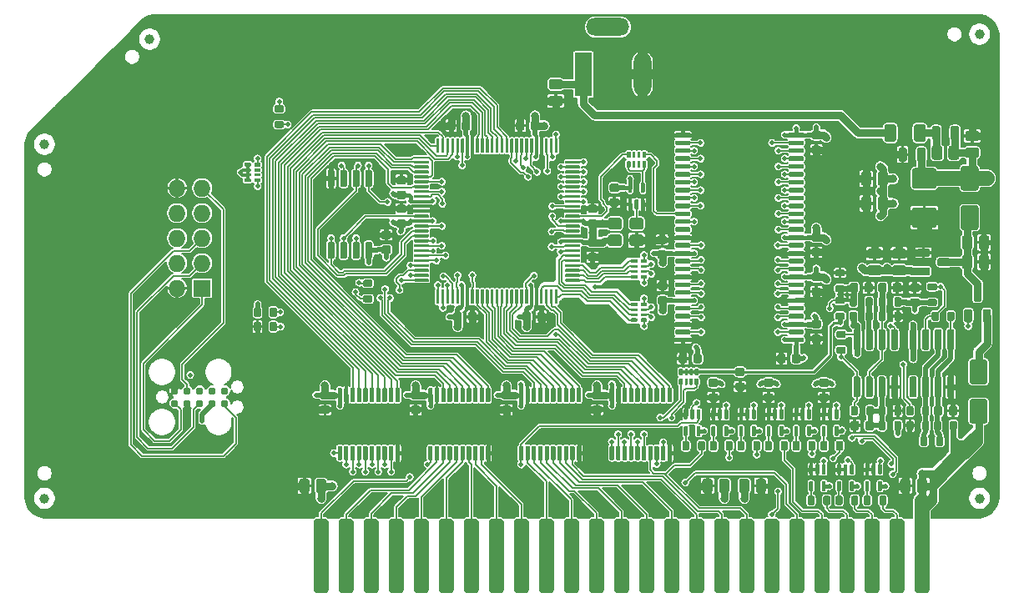
<source format=gtl>
G04 #@! TF.GenerationSoftware,KiCad,Pcbnew,(5.1.5-0-10_14)*
G04 #@! TF.CreationDate,2021-02-17T19:07:14-05:00*
G04 #@! TF.ProjectId,GR8RAM,47523852-414d-42e6-9b69-6361645f7063,0.9*
G04 #@! TF.SameCoordinates,Original*
G04 #@! TF.FileFunction,Copper,L1,Top*
G04 #@! TF.FilePolarity,Positive*
%FSLAX46Y46*%
G04 Gerber Fmt 4.6, Leading zero omitted, Abs format (unit mm)*
G04 Created by KiCad (PCBNEW (5.1.5-0-10_14)) date 2021-02-17 19:07:14*
%MOMM*%
%LPD*%
G04 APERTURE LIST*
%ADD10C,0.100000*%
%ADD11R,1.727200X1.727200*%
%ADD12O,1.727200X1.727200*%
%ADD13C,1.000000*%
%ADD14R,1.800000X4.400000*%
%ADD15O,1.800000X4.400000*%
%ADD16O,4.400000X1.800000*%
%ADD17C,0.787400*%
%ADD18C,2.000000*%
%ADD19C,0.800000*%
%ADD20C,1.524000*%
%ADD21C,0.500000*%
%ADD22C,0.762000*%
%ADD23C,0.600000*%
%ADD24C,0.508000*%
%ADD25C,0.762000*%
%ADD26C,1.524000*%
%ADD27C,0.800000*%
%ADD28C,1.000000*%
%ADD29C,0.500000*%
%ADD30C,0.600000*%
%ADD31C,0.300000*%
%ADD32C,0.250000*%
%ADD33C,0.450000*%
%ADD34C,0.508000*%
%ADD35C,0.400000*%
%ADD36C,0.150000*%
%ADD37C,0.152400*%
G04 APERTURE END LIST*
G04 #@! TA.AperFunction,SMDPad,CuDef*
D10*
G36*
X81267153Y-107350843D02*
G01*
X81284141Y-107353363D01*
X81300800Y-107357535D01*
X81316970Y-107363321D01*
X81332494Y-107370664D01*
X81347225Y-107379493D01*
X81361019Y-107389723D01*
X81373744Y-107401256D01*
X81385277Y-107413981D01*
X81395507Y-107427775D01*
X81404336Y-107442506D01*
X81411679Y-107458030D01*
X81417465Y-107474200D01*
X81421637Y-107490859D01*
X81424157Y-107507847D01*
X81425000Y-107525000D01*
X81425000Y-107875000D01*
X81424157Y-107892153D01*
X81421637Y-107909141D01*
X81417465Y-107925800D01*
X81411679Y-107941970D01*
X81404336Y-107957494D01*
X81395507Y-107972225D01*
X81385277Y-107986019D01*
X81373744Y-107998744D01*
X81361019Y-108010277D01*
X81347225Y-108020507D01*
X81332494Y-108029336D01*
X81316970Y-108036679D01*
X81300800Y-108042465D01*
X81284141Y-108046637D01*
X81267153Y-108049157D01*
X81250000Y-108050000D01*
X80650000Y-108050000D01*
X80632847Y-108049157D01*
X80615859Y-108046637D01*
X80599200Y-108042465D01*
X80583030Y-108036679D01*
X80567506Y-108029336D01*
X80552775Y-108020507D01*
X80538981Y-108010277D01*
X80526256Y-107998744D01*
X80514723Y-107986019D01*
X80504493Y-107972225D01*
X80495664Y-107957494D01*
X80488321Y-107941970D01*
X80482535Y-107925800D01*
X80478363Y-107909141D01*
X80475843Y-107892153D01*
X80475000Y-107875000D01*
X80475000Y-107525000D01*
X80475843Y-107507847D01*
X80478363Y-107490859D01*
X80482535Y-107474200D01*
X80488321Y-107458030D01*
X80495664Y-107442506D01*
X80504493Y-107427775D01*
X80514723Y-107413981D01*
X80526256Y-107401256D01*
X80538981Y-107389723D01*
X80552775Y-107379493D01*
X80567506Y-107370664D01*
X80583030Y-107363321D01*
X80599200Y-107357535D01*
X80615859Y-107353363D01*
X80632847Y-107350843D01*
X80650000Y-107350000D01*
X81250000Y-107350000D01*
X81267153Y-107350843D01*
G37*
G04 #@! TD.AperFunction*
G04 #@! TA.AperFunction,SMDPad,CuDef*
G36*
X81267153Y-108950843D02*
G01*
X81284141Y-108953363D01*
X81300800Y-108957535D01*
X81316970Y-108963321D01*
X81332494Y-108970664D01*
X81347225Y-108979493D01*
X81361019Y-108989723D01*
X81373744Y-109001256D01*
X81385277Y-109013981D01*
X81395507Y-109027775D01*
X81404336Y-109042506D01*
X81411679Y-109058030D01*
X81417465Y-109074200D01*
X81421637Y-109090859D01*
X81424157Y-109107847D01*
X81425000Y-109125000D01*
X81425000Y-109475000D01*
X81424157Y-109492153D01*
X81421637Y-109509141D01*
X81417465Y-109525800D01*
X81411679Y-109541970D01*
X81404336Y-109557494D01*
X81395507Y-109572225D01*
X81385277Y-109586019D01*
X81373744Y-109598744D01*
X81361019Y-109610277D01*
X81347225Y-109620507D01*
X81332494Y-109629336D01*
X81316970Y-109636679D01*
X81300800Y-109642465D01*
X81284141Y-109646637D01*
X81267153Y-109649157D01*
X81250000Y-109650000D01*
X80650000Y-109650000D01*
X80632847Y-109649157D01*
X80615859Y-109646637D01*
X80599200Y-109642465D01*
X80583030Y-109636679D01*
X80567506Y-109629336D01*
X80552775Y-109620507D01*
X80538981Y-109610277D01*
X80526256Y-109598744D01*
X80514723Y-109586019D01*
X80504493Y-109572225D01*
X80495664Y-109557494D01*
X80488321Y-109541970D01*
X80482535Y-109525800D01*
X80478363Y-109509141D01*
X80475843Y-109492153D01*
X80475000Y-109475000D01*
X80475000Y-109125000D01*
X80475843Y-109107847D01*
X80478363Y-109090859D01*
X80482535Y-109074200D01*
X80488321Y-109058030D01*
X80495664Y-109042506D01*
X80504493Y-109027775D01*
X80514723Y-109013981D01*
X80526256Y-109001256D01*
X80538981Y-108989723D01*
X80552775Y-108979493D01*
X80567506Y-108970664D01*
X80583030Y-108963321D01*
X80599200Y-108957535D01*
X80615859Y-108953363D01*
X80632847Y-108950843D01*
X80650000Y-108950000D01*
X81250000Y-108950000D01*
X81267153Y-108950843D01*
G37*
G04 #@! TD.AperFunction*
D11*
X64135000Y-108204000D03*
D12*
X61595000Y-108204000D03*
X64135000Y-105664000D03*
X61595000Y-105664000D03*
X64135000Y-103124000D03*
X61595000Y-103124000D03*
X64135000Y-100584000D03*
X61595000Y-100584000D03*
X64135000Y-98044000D03*
X61595000Y-98044000D03*
D13*
X48133000Y-93599000D03*
D14*
X102800000Y-86500000D03*
D15*
X108800000Y-86500000D03*
D16*
X105300000Y-81700000D03*
G04 #@! TA.AperFunction,SMDPad,CuDef*
D10*
G36*
X81218153Y-103511843D02*
G01*
X81235141Y-103514363D01*
X81251800Y-103518535D01*
X81267970Y-103524321D01*
X81283494Y-103531664D01*
X81298225Y-103540493D01*
X81312019Y-103550723D01*
X81324744Y-103562256D01*
X81336277Y-103574981D01*
X81346507Y-103588775D01*
X81355336Y-103603506D01*
X81362679Y-103619030D01*
X81368465Y-103635200D01*
X81372637Y-103651859D01*
X81375157Y-103668847D01*
X81376000Y-103686000D01*
X81376000Y-105036000D01*
X81375157Y-105053153D01*
X81372637Y-105070141D01*
X81368465Y-105086800D01*
X81362679Y-105102970D01*
X81355336Y-105118494D01*
X81346507Y-105133225D01*
X81336277Y-105147019D01*
X81324744Y-105159744D01*
X81312019Y-105171277D01*
X81298225Y-105181507D01*
X81283494Y-105190336D01*
X81267970Y-105197679D01*
X81251800Y-105203465D01*
X81235141Y-105207637D01*
X81218153Y-105210157D01*
X81201000Y-105211000D01*
X80851000Y-105211000D01*
X80833847Y-105210157D01*
X80816859Y-105207637D01*
X80800200Y-105203465D01*
X80784030Y-105197679D01*
X80768506Y-105190336D01*
X80753775Y-105181507D01*
X80739981Y-105171277D01*
X80727256Y-105159744D01*
X80715723Y-105147019D01*
X80705493Y-105133225D01*
X80696664Y-105118494D01*
X80689321Y-105102970D01*
X80683535Y-105086800D01*
X80679363Y-105070141D01*
X80676843Y-105053153D01*
X80676000Y-105036000D01*
X80676000Y-103686000D01*
X80676843Y-103668847D01*
X80679363Y-103651859D01*
X80683535Y-103635200D01*
X80689321Y-103619030D01*
X80696664Y-103603506D01*
X80705493Y-103588775D01*
X80715723Y-103574981D01*
X80727256Y-103562256D01*
X80739981Y-103550723D01*
X80753775Y-103540493D01*
X80768506Y-103531664D01*
X80784030Y-103524321D01*
X80800200Y-103518535D01*
X80816859Y-103514363D01*
X80833847Y-103511843D01*
X80851000Y-103511000D01*
X81201000Y-103511000D01*
X81218153Y-103511843D01*
G37*
G04 #@! TD.AperFunction*
G04 #@! TA.AperFunction,SMDPad,CuDef*
G36*
X79948153Y-103511843D02*
G01*
X79965141Y-103514363D01*
X79981800Y-103518535D01*
X79997970Y-103524321D01*
X80013494Y-103531664D01*
X80028225Y-103540493D01*
X80042019Y-103550723D01*
X80054744Y-103562256D01*
X80066277Y-103574981D01*
X80076507Y-103588775D01*
X80085336Y-103603506D01*
X80092679Y-103619030D01*
X80098465Y-103635200D01*
X80102637Y-103651859D01*
X80105157Y-103668847D01*
X80106000Y-103686000D01*
X80106000Y-105036000D01*
X80105157Y-105053153D01*
X80102637Y-105070141D01*
X80098465Y-105086800D01*
X80092679Y-105102970D01*
X80085336Y-105118494D01*
X80076507Y-105133225D01*
X80066277Y-105147019D01*
X80054744Y-105159744D01*
X80042019Y-105171277D01*
X80028225Y-105181507D01*
X80013494Y-105190336D01*
X79997970Y-105197679D01*
X79981800Y-105203465D01*
X79965141Y-105207637D01*
X79948153Y-105210157D01*
X79931000Y-105211000D01*
X79581000Y-105211000D01*
X79563847Y-105210157D01*
X79546859Y-105207637D01*
X79530200Y-105203465D01*
X79514030Y-105197679D01*
X79498506Y-105190336D01*
X79483775Y-105181507D01*
X79469981Y-105171277D01*
X79457256Y-105159744D01*
X79445723Y-105147019D01*
X79435493Y-105133225D01*
X79426664Y-105118494D01*
X79419321Y-105102970D01*
X79413535Y-105086800D01*
X79409363Y-105070141D01*
X79406843Y-105053153D01*
X79406000Y-105036000D01*
X79406000Y-103686000D01*
X79406843Y-103668847D01*
X79409363Y-103651859D01*
X79413535Y-103635200D01*
X79419321Y-103619030D01*
X79426664Y-103603506D01*
X79435493Y-103588775D01*
X79445723Y-103574981D01*
X79457256Y-103562256D01*
X79469981Y-103550723D01*
X79483775Y-103540493D01*
X79498506Y-103531664D01*
X79514030Y-103524321D01*
X79530200Y-103518535D01*
X79546859Y-103514363D01*
X79563847Y-103511843D01*
X79581000Y-103511000D01*
X79931000Y-103511000D01*
X79948153Y-103511843D01*
G37*
G04 #@! TD.AperFunction*
G04 #@! TA.AperFunction,SMDPad,CuDef*
G36*
X78678153Y-103511843D02*
G01*
X78695141Y-103514363D01*
X78711800Y-103518535D01*
X78727970Y-103524321D01*
X78743494Y-103531664D01*
X78758225Y-103540493D01*
X78772019Y-103550723D01*
X78784744Y-103562256D01*
X78796277Y-103574981D01*
X78806507Y-103588775D01*
X78815336Y-103603506D01*
X78822679Y-103619030D01*
X78828465Y-103635200D01*
X78832637Y-103651859D01*
X78835157Y-103668847D01*
X78836000Y-103686000D01*
X78836000Y-105036000D01*
X78835157Y-105053153D01*
X78832637Y-105070141D01*
X78828465Y-105086800D01*
X78822679Y-105102970D01*
X78815336Y-105118494D01*
X78806507Y-105133225D01*
X78796277Y-105147019D01*
X78784744Y-105159744D01*
X78772019Y-105171277D01*
X78758225Y-105181507D01*
X78743494Y-105190336D01*
X78727970Y-105197679D01*
X78711800Y-105203465D01*
X78695141Y-105207637D01*
X78678153Y-105210157D01*
X78661000Y-105211000D01*
X78311000Y-105211000D01*
X78293847Y-105210157D01*
X78276859Y-105207637D01*
X78260200Y-105203465D01*
X78244030Y-105197679D01*
X78228506Y-105190336D01*
X78213775Y-105181507D01*
X78199981Y-105171277D01*
X78187256Y-105159744D01*
X78175723Y-105147019D01*
X78165493Y-105133225D01*
X78156664Y-105118494D01*
X78149321Y-105102970D01*
X78143535Y-105086800D01*
X78139363Y-105070141D01*
X78136843Y-105053153D01*
X78136000Y-105036000D01*
X78136000Y-103686000D01*
X78136843Y-103668847D01*
X78139363Y-103651859D01*
X78143535Y-103635200D01*
X78149321Y-103619030D01*
X78156664Y-103603506D01*
X78165493Y-103588775D01*
X78175723Y-103574981D01*
X78187256Y-103562256D01*
X78199981Y-103550723D01*
X78213775Y-103540493D01*
X78228506Y-103531664D01*
X78244030Y-103524321D01*
X78260200Y-103518535D01*
X78276859Y-103514363D01*
X78293847Y-103511843D01*
X78311000Y-103511000D01*
X78661000Y-103511000D01*
X78678153Y-103511843D01*
G37*
G04 #@! TD.AperFunction*
G04 #@! TA.AperFunction,SMDPad,CuDef*
G36*
X77408153Y-103511843D02*
G01*
X77425141Y-103514363D01*
X77441800Y-103518535D01*
X77457970Y-103524321D01*
X77473494Y-103531664D01*
X77488225Y-103540493D01*
X77502019Y-103550723D01*
X77514744Y-103562256D01*
X77526277Y-103574981D01*
X77536507Y-103588775D01*
X77545336Y-103603506D01*
X77552679Y-103619030D01*
X77558465Y-103635200D01*
X77562637Y-103651859D01*
X77565157Y-103668847D01*
X77566000Y-103686000D01*
X77566000Y-105036000D01*
X77565157Y-105053153D01*
X77562637Y-105070141D01*
X77558465Y-105086800D01*
X77552679Y-105102970D01*
X77545336Y-105118494D01*
X77536507Y-105133225D01*
X77526277Y-105147019D01*
X77514744Y-105159744D01*
X77502019Y-105171277D01*
X77488225Y-105181507D01*
X77473494Y-105190336D01*
X77457970Y-105197679D01*
X77441800Y-105203465D01*
X77425141Y-105207637D01*
X77408153Y-105210157D01*
X77391000Y-105211000D01*
X77041000Y-105211000D01*
X77023847Y-105210157D01*
X77006859Y-105207637D01*
X76990200Y-105203465D01*
X76974030Y-105197679D01*
X76958506Y-105190336D01*
X76943775Y-105181507D01*
X76929981Y-105171277D01*
X76917256Y-105159744D01*
X76905723Y-105147019D01*
X76895493Y-105133225D01*
X76886664Y-105118494D01*
X76879321Y-105102970D01*
X76873535Y-105086800D01*
X76869363Y-105070141D01*
X76866843Y-105053153D01*
X76866000Y-105036000D01*
X76866000Y-103686000D01*
X76866843Y-103668847D01*
X76869363Y-103651859D01*
X76873535Y-103635200D01*
X76879321Y-103619030D01*
X76886664Y-103603506D01*
X76895493Y-103588775D01*
X76905723Y-103574981D01*
X76917256Y-103562256D01*
X76929981Y-103550723D01*
X76943775Y-103540493D01*
X76958506Y-103531664D01*
X76974030Y-103524321D01*
X76990200Y-103518535D01*
X77006859Y-103514363D01*
X77023847Y-103511843D01*
X77041000Y-103511000D01*
X77391000Y-103511000D01*
X77408153Y-103511843D01*
G37*
G04 #@! TD.AperFunction*
G04 #@! TA.AperFunction,SMDPad,CuDef*
G36*
X77408153Y-96211843D02*
G01*
X77425141Y-96214363D01*
X77441800Y-96218535D01*
X77457970Y-96224321D01*
X77473494Y-96231664D01*
X77488225Y-96240493D01*
X77502019Y-96250723D01*
X77514744Y-96262256D01*
X77526277Y-96274981D01*
X77536507Y-96288775D01*
X77545336Y-96303506D01*
X77552679Y-96319030D01*
X77558465Y-96335200D01*
X77562637Y-96351859D01*
X77565157Y-96368847D01*
X77566000Y-96386000D01*
X77566000Y-97736000D01*
X77565157Y-97753153D01*
X77562637Y-97770141D01*
X77558465Y-97786800D01*
X77552679Y-97802970D01*
X77545336Y-97818494D01*
X77536507Y-97833225D01*
X77526277Y-97847019D01*
X77514744Y-97859744D01*
X77502019Y-97871277D01*
X77488225Y-97881507D01*
X77473494Y-97890336D01*
X77457970Y-97897679D01*
X77441800Y-97903465D01*
X77425141Y-97907637D01*
X77408153Y-97910157D01*
X77391000Y-97911000D01*
X77041000Y-97911000D01*
X77023847Y-97910157D01*
X77006859Y-97907637D01*
X76990200Y-97903465D01*
X76974030Y-97897679D01*
X76958506Y-97890336D01*
X76943775Y-97881507D01*
X76929981Y-97871277D01*
X76917256Y-97859744D01*
X76905723Y-97847019D01*
X76895493Y-97833225D01*
X76886664Y-97818494D01*
X76879321Y-97802970D01*
X76873535Y-97786800D01*
X76869363Y-97770141D01*
X76866843Y-97753153D01*
X76866000Y-97736000D01*
X76866000Y-96386000D01*
X76866843Y-96368847D01*
X76869363Y-96351859D01*
X76873535Y-96335200D01*
X76879321Y-96319030D01*
X76886664Y-96303506D01*
X76895493Y-96288775D01*
X76905723Y-96274981D01*
X76917256Y-96262256D01*
X76929981Y-96250723D01*
X76943775Y-96240493D01*
X76958506Y-96231664D01*
X76974030Y-96224321D01*
X76990200Y-96218535D01*
X77006859Y-96214363D01*
X77023847Y-96211843D01*
X77041000Y-96211000D01*
X77391000Y-96211000D01*
X77408153Y-96211843D01*
G37*
G04 #@! TD.AperFunction*
G04 #@! TA.AperFunction,SMDPad,CuDef*
G36*
X78678153Y-96211843D02*
G01*
X78695141Y-96214363D01*
X78711800Y-96218535D01*
X78727970Y-96224321D01*
X78743494Y-96231664D01*
X78758225Y-96240493D01*
X78772019Y-96250723D01*
X78784744Y-96262256D01*
X78796277Y-96274981D01*
X78806507Y-96288775D01*
X78815336Y-96303506D01*
X78822679Y-96319030D01*
X78828465Y-96335200D01*
X78832637Y-96351859D01*
X78835157Y-96368847D01*
X78836000Y-96386000D01*
X78836000Y-97736000D01*
X78835157Y-97753153D01*
X78832637Y-97770141D01*
X78828465Y-97786800D01*
X78822679Y-97802970D01*
X78815336Y-97818494D01*
X78806507Y-97833225D01*
X78796277Y-97847019D01*
X78784744Y-97859744D01*
X78772019Y-97871277D01*
X78758225Y-97881507D01*
X78743494Y-97890336D01*
X78727970Y-97897679D01*
X78711800Y-97903465D01*
X78695141Y-97907637D01*
X78678153Y-97910157D01*
X78661000Y-97911000D01*
X78311000Y-97911000D01*
X78293847Y-97910157D01*
X78276859Y-97907637D01*
X78260200Y-97903465D01*
X78244030Y-97897679D01*
X78228506Y-97890336D01*
X78213775Y-97881507D01*
X78199981Y-97871277D01*
X78187256Y-97859744D01*
X78175723Y-97847019D01*
X78165493Y-97833225D01*
X78156664Y-97818494D01*
X78149321Y-97802970D01*
X78143535Y-97786800D01*
X78139363Y-97770141D01*
X78136843Y-97753153D01*
X78136000Y-97736000D01*
X78136000Y-96386000D01*
X78136843Y-96368847D01*
X78139363Y-96351859D01*
X78143535Y-96335200D01*
X78149321Y-96319030D01*
X78156664Y-96303506D01*
X78165493Y-96288775D01*
X78175723Y-96274981D01*
X78187256Y-96262256D01*
X78199981Y-96250723D01*
X78213775Y-96240493D01*
X78228506Y-96231664D01*
X78244030Y-96224321D01*
X78260200Y-96218535D01*
X78276859Y-96214363D01*
X78293847Y-96211843D01*
X78311000Y-96211000D01*
X78661000Y-96211000D01*
X78678153Y-96211843D01*
G37*
G04 #@! TD.AperFunction*
G04 #@! TA.AperFunction,SMDPad,CuDef*
G36*
X79948153Y-96211843D02*
G01*
X79965141Y-96214363D01*
X79981800Y-96218535D01*
X79997970Y-96224321D01*
X80013494Y-96231664D01*
X80028225Y-96240493D01*
X80042019Y-96250723D01*
X80054744Y-96262256D01*
X80066277Y-96274981D01*
X80076507Y-96288775D01*
X80085336Y-96303506D01*
X80092679Y-96319030D01*
X80098465Y-96335200D01*
X80102637Y-96351859D01*
X80105157Y-96368847D01*
X80106000Y-96386000D01*
X80106000Y-97736000D01*
X80105157Y-97753153D01*
X80102637Y-97770141D01*
X80098465Y-97786800D01*
X80092679Y-97802970D01*
X80085336Y-97818494D01*
X80076507Y-97833225D01*
X80066277Y-97847019D01*
X80054744Y-97859744D01*
X80042019Y-97871277D01*
X80028225Y-97881507D01*
X80013494Y-97890336D01*
X79997970Y-97897679D01*
X79981800Y-97903465D01*
X79965141Y-97907637D01*
X79948153Y-97910157D01*
X79931000Y-97911000D01*
X79581000Y-97911000D01*
X79563847Y-97910157D01*
X79546859Y-97907637D01*
X79530200Y-97903465D01*
X79514030Y-97897679D01*
X79498506Y-97890336D01*
X79483775Y-97881507D01*
X79469981Y-97871277D01*
X79457256Y-97859744D01*
X79445723Y-97847019D01*
X79435493Y-97833225D01*
X79426664Y-97818494D01*
X79419321Y-97802970D01*
X79413535Y-97786800D01*
X79409363Y-97770141D01*
X79406843Y-97753153D01*
X79406000Y-97736000D01*
X79406000Y-96386000D01*
X79406843Y-96368847D01*
X79409363Y-96351859D01*
X79413535Y-96335200D01*
X79419321Y-96319030D01*
X79426664Y-96303506D01*
X79435493Y-96288775D01*
X79445723Y-96274981D01*
X79457256Y-96262256D01*
X79469981Y-96250723D01*
X79483775Y-96240493D01*
X79498506Y-96231664D01*
X79514030Y-96224321D01*
X79530200Y-96218535D01*
X79546859Y-96214363D01*
X79563847Y-96211843D01*
X79581000Y-96211000D01*
X79931000Y-96211000D01*
X79948153Y-96211843D01*
G37*
G04 #@! TD.AperFunction*
G04 #@! TA.AperFunction,SMDPad,CuDef*
G36*
X81218153Y-96211843D02*
G01*
X81235141Y-96214363D01*
X81251800Y-96218535D01*
X81267970Y-96224321D01*
X81283494Y-96231664D01*
X81298225Y-96240493D01*
X81312019Y-96250723D01*
X81324744Y-96262256D01*
X81336277Y-96274981D01*
X81346507Y-96288775D01*
X81355336Y-96303506D01*
X81362679Y-96319030D01*
X81368465Y-96335200D01*
X81372637Y-96351859D01*
X81375157Y-96368847D01*
X81376000Y-96386000D01*
X81376000Y-97736000D01*
X81375157Y-97753153D01*
X81372637Y-97770141D01*
X81368465Y-97786800D01*
X81362679Y-97802970D01*
X81355336Y-97818494D01*
X81346507Y-97833225D01*
X81336277Y-97847019D01*
X81324744Y-97859744D01*
X81312019Y-97871277D01*
X81298225Y-97881507D01*
X81283494Y-97890336D01*
X81267970Y-97897679D01*
X81251800Y-97903465D01*
X81235141Y-97907637D01*
X81218153Y-97910157D01*
X81201000Y-97911000D01*
X80851000Y-97911000D01*
X80833847Y-97910157D01*
X80816859Y-97907637D01*
X80800200Y-97903465D01*
X80784030Y-97897679D01*
X80768506Y-97890336D01*
X80753775Y-97881507D01*
X80739981Y-97871277D01*
X80727256Y-97859744D01*
X80715723Y-97847019D01*
X80705493Y-97833225D01*
X80696664Y-97818494D01*
X80689321Y-97802970D01*
X80683535Y-97786800D01*
X80679363Y-97770141D01*
X80676843Y-97753153D01*
X80676000Y-97736000D01*
X80676000Y-96386000D01*
X80676843Y-96368847D01*
X80679363Y-96351859D01*
X80683535Y-96335200D01*
X80689321Y-96319030D01*
X80696664Y-96303506D01*
X80705493Y-96288775D01*
X80715723Y-96274981D01*
X80727256Y-96262256D01*
X80739981Y-96250723D01*
X80753775Y-96240493D01*
X80768506Y-96231664D01*
X80784030Y-96224321D01*
X80800200Y-96218535D01*
X80816859Y-96214363D01*
X80833847Y-96211843D01*
X80851000Y-96211000D01*
X81201000Y-96211000D01*
X81218153Y-96211843D01*
G37*
G04 #@! TD.AperFunction*
G04 #@! TA.AperFunction,SMDPad,CuDef*
G36*
X72267153Y-91250843D02*
G01*
X72284141Y-91253363D01*
X72300800Y-91257535D01*
X72316970Y-91263321D01*
X72332494Y-91270664D01*
X72347225Y-91279493D01*
X72361019Y-91289723D01*
X72373744Y-91301256D01*
X72385277Y-91313981D01*
X72395507Y-91327775D01*
X72404336Y-91342506D01*
X72411679Y-91358030D01*
X72417465Y-91374200D01*
X72421637Y-91390859D01*
X72424157Y-91407847D01*
X72425000Y-91425000D01*
X72425000Y-91775000D01*
X72424157Y-91792153D01*
X72421637Y-91809141D01*
X72417465Y-91825800D01*
X72411679Y-91841970D01*
X72404336Y-91857494D01*
X72395507Y-91872225D01*
X72385277Y-91886019D01*
X72373744Y-91898744D01*
X72361019Y-91910277D01*
X72347225Y-91920507D01*
X72332494Y-91929336D01*
X72316970Y-91936679D01*
X72300800Y-91942465D01*
X72284141Y-91946637D01*
X72267153Y-91949157D01*
X72250000Y-91950000D01*
X71650000Y-91950000D01*
X71632847Y-91949157D01*
X71615859Y-91946637D01*
X71599200Y-91942465D01*
X71583030Y-91936679D01*
X71567506Y-91929336D01*
X71552775Y-91920507D01*
X71538981Y-91910277D01*
X71526256Y-91898744D01*
X71514723Y-91886019D01*
X71504493Y-91872225D01*
X71495664Y-91857494D01*
X71488321Y-91841970D01*
X71482535Y-91825800D01*
X71478363Y-91809141D01*
X71475843Y-91792153D01*
X71475000Y-91775000D01*
X71475000Y-91425000D01*
X71475843Y-91407847D01*
X71478363Y-91390859D01*
X71482535Y-91374200D01*
X71488321Y-91358030D01*
X71495664Y-91342506D01*
X71504493Y-91327775D01*
X71514723Y-91313981D01*
X71526256Y-91301256D01*
X71538981Y-91289723D01*
X71552775Y-91279493D01*
X71567506Y-91270664D01*
X71583030Y-91263321D01*
X71599200Y-91257535D01*
X71615859Y-91253363D01*
X71632847Y-91250843D01*
X71650000Y-91250000D01*
X72250000Y-91250000D01*
X72267153Y-91250843D01*
G37*
G04 #@! TD.AperFunction*
G04 #@! TA.AperFunction,SMDPad,CuDef*
G36*
X72267153Y-89650843D02*
G01*
X72284141Y-89653363D01*
X72300800Y-89657535D01*
X72316970Y-89663321D01*
X72332494Y-89670664D01*
X72347225Y-89679493D01*
X72361019Y-89689723D01*
X72373744Y-89701256D01*
X72385277Y-89713981D01*
X72395507Y-89727775D01*
X72404336Y-89742506D01*
X72411679Y-89758030D01*
X72417465Y-89774200D01*
X72421637Y-89790859D01*
X72424157Y-89807847D01*
X72425000Y-89825000D01*
X72425000Y-90175000D01*
X72424157Y-90192153D01*
X72421637Y-90209141D01*
X72417465Y-90225800D01*
X72411679Y-90241970D01*
X72404336Y-90257494D01*
X72395507Y-90272225D01*
X72385277Y-90286019D01*
X72373744Y-90298744D01*
X72361019Y-90310277D01*
X72347225Y-90320507D01*
X72332494Y-90329336D01*
X72316970Y-90336679D01*
X72300800Y-90342465D01*
X72284141Y-90346637D01*
X72267153Y-90349157D01*
X72250000Y-90350000D01*
X71650000Y-90350000D01*
X71632847Y-90349157D01*
X71615859Y-90346637D01*
X71599200Y-90342465D01*
X71583030Y-90336679D01*
X71567506Y-90329336D01*
X71552775Y-90320507D01*
X71538981Y-90310277D01*
X71526256Y-90298744D01*
X71514723Y-90286019D01*
X71504493Y-90272225D01*
X71495664Y-90257494D01*
X71488321Y-90241970D01*
X71482535Y-90225800D01*
X71478363Y-90209141D01*
X71475843Y-90192153D01*
X71475000Y-90175000D01*
X71475000Y-89825000D01*
X71475843Y-89807847D01*
X71478363Y-89790859D01*
X71482535Y-89774200D01*
X71488321Y-89758030D01*
X71495664Y-89742506D01*
X71504493Y-89727775D01*
X71514723Y-89713981D01*
X71526256Y-89701256D01*
X71538981Y-89689723D01*
X71552775Y-89679493D01*
X71567506Y-89670664D01*
X71583030Y-89663321D01*
X71599200Y-89657535D01*
X71615859Y-89653363D01*
X71632847Y-89650843D01*
X71650000Y-89650000D01*
X72250000Y-89650000D01*
X72267153Y-89650843D01*
G37*
G04 #@! TD.AperFunction*
G04 #@! TA.AperFunction,SMDPad,CuDef*
G36*
X68984802Y-95450482D02*
G01*
X68994509Y-95451921D01*
X69004028Y-95454306D01*
X69013268Y-95457612D01*
X69022140Y-95461808D01*
X69030557Y-95466853D01*
X69038439Y-95472699D01*
X69045711Y-95479289D01*
X69052301Y-95486561D01*
X69058147Y-95494443D01*
X69063192Y-95502860D01*
X69067388Y-95511732D01*
X69070694Y-95520972D01*
X69073079Y-95530491D01*
X69074518Y-95540198D01*
X69075000Y-95550000D01*
X69075000Y-95750000D01*
X69074518Y-95759802D01*
X69073079Y-95769509D01*
X69070694Y-95779028D01*
X69067388Y-95788268D01*
X69063192Y-95797140D01*
X69058147Y-95805557D01*
X69052301Y-95813439D01*
X69045711Y-95820711D01*
X69038439Y-95827301D01*
X69030557Y-95833147D01*
X69022140Y-95838192D01*
X69013268Y-95842388D01*
X69004028Y-95845694D01*
X68994509Y-95848079D01*
X68984802Y-95849518D01*
X68975000Y-95850000D01*
X68525000Y-95850000D01*
X68515198Y-95849518D01*
X68505491Y-95848079D01*
X68495972Y-95845694D01*
X68486732Y-95842388D01*
X68477860Y-95838192D01*
X68469443Y-95833147D01*
X68461561Y-95827301D01*
X68454289Y-95820711D01*
X68447699Y-95813439D01*
X68441853Y-95805557D01*
X68436808Y-95797140D01*
X68432612Y-95788268D01*
X68429306Y-95779028D01*
X68426921Y-95769509D01*
X68425482Y-95759802D01*
X68425000Y-95750000D01*
X68425000Y-95550000D01*
X68425482Y-95540198D01*
X68426921Y-95530491D01*
X68429306Y-95520972D01*
X68432612Y-95511732D01*
X68436808Y-95502860D01*
X68441853Y-95494443D01*
X68447699Y-95486561D01*
X68454289Y-95479289D01*
X68461561Y-95472699D01*
X68469443Y-95466853D01*
X68477860Y-95461808D01*
X68486732Y-95457612D01*
X68495972Y-95454306D01*
X68505491Y-95451921D01*
X68515198Y-95450482D01*
X68525000Y-95450000D01*
X68975000Y-95450000D01*
X68984802Y-95450482D01*
G37*
G04 #@! TD.AperFunction*
G04 #@! TA.AperFunction,SMDPad,CuDef*
G36*
X69007351Y-96050361D02*
G01*
X69014632Y-96051441D01*
X69021771Y-96053229D01*
X69028701Y-96055709D01*
X69035355Y-96058856D01*
X69041668Y-96062640D01*
X69047579Y-96067024D01*
X69053033Y-96071967D01*
X69057976Y-96077421D01*
X69062360Y-96083332D01*
X69066144Y-96089645D01*
X69069291Y-96096299D01*
X69071771Y-96103229D01*
X69073559Y-96110368D01*
X69074639Y-96117649D01*
X69075000Y-96125000D01*
X69075000Y-96275000D01*
X69074639Y-96282351D01*
X69073559Y-96289632D01*
X69071771Y-96296771D01*
X69069291Y-96303701D01*
X69066144Y-96310355D01*
X69062360Y-96316668D01*
X69057976Y-96322579D01*
X69053033Y-96328033D01*
X69047579Y-96332976D01*
X69041668Y-96337360D01*
X69035355Y-96341144D01*
X69028701Y-96344291D01*
X69021771Y-96346771D01*
X69014632Y-96348559D01*
X69007351Y-96349639D01*
X69000000Y-96350000D01*
X68500000Y-96350000D01*
X68492649Y-96349639D01*
X68485368Y-96348559D01*
X68478229Y-96346771D01*
X68471299Y-96344291D01*
X68464645Y-96341144D01*
X68458332Y-96337360D01*
X68452421Y-96332976D01*
X68446967Y-96328033D01*
X68442024Y-96322579D01*
X68437640Y-96316668D01*
X68433856Y-96310355D01*
X68430709Y-96303701D01*
X68428229Y-96296771D01*
X68426441Y-96289632D01*
X68425361Y-96282351D01*
X68425000Y-96275000D01*
X68425000Y-96125000D01*
X68425361Y-96117649D01*
X68426441Y-96110368D01*
X68428229Y-96103229D01*
X68430709Y-96096299D01*
X68433856Y-96089645D01*
X68437640Y-96083332D01*
X68442024Y-96077421D01*
X68446967Y-96071967D01*
X68452421Y-96067024D01*
X68458332Y-96062640D01*
X68464645Y-96058856D01*
X68471299Y-96055709D01*
X68478229Y-96053229D01*
X68485368Y-96051441D01*
X68492649Y-96050361D01*
X68500000Y-96050000D01*
X69000000Y-96050000D01*
X69007351Y-96050361D01*
G37*
G04 #@! TD.AperFunction*
G04 #@! TA.AperFunction,SMDPad,CuDef*
G36*
X68984802Y-97050482D02*
G01*
X68994509Y-97051921D01*
X69004028Y-97054306D01*
X69013268Y-97057612D01*
X69022140Y-97061808D01*
X69030557Y-97066853D01*
X69038439Y-97072699D01*
X69045711Y-97079289D01*
X69052301Y-97086561D01*
X69058147Y-97094443D01*
X69063192Y-97102860D01*
X69067388Y-97111732D01*
X69070694Y-97120972D01*
X69073079Y-97130491D01*
X69074518Y-97140198D01*
X69075000Y-97150000D01*
X69075000Y-97350000D01*
X69074518Y-97359802D01*
X69073079Y-97369509D01*
X69070694Y-97379028D01*
X69067388Y-97388268D01*
X69063192Y-97397140D01*
X69058147Y-97405557D01*
X69052301Y-97413439D01*
X69045711Y-97420711D01*
X69038439Y-97427301D01*
X69030557Y-97433147D01*
X69022140Y-97438192D01*
X69013268Y-97442388D01*
X69004028Y-97445694D01*
X68994509Y-97448079D01*
X68984802Y-97449518D01*
X68975000Y-97450000D01*
X68525000Y-97450000D01*
X68515198Y-97449518D01*
X68505491Y-97448079D01*
X68495972Y-97445694D01*
X68486732Y-97442388D01*
X68477860Y-97438192D01*
X68469443Y-97433147D01*
X68461561Y-97427301D01*
X68454289Y-97420711D01*
X68447699Y-97413439D01*
X68441853Y-97405557D01*
X68436808Y-97397140D01*
X68432612Y-97388268D01*
X68429306Y-97379028D01*
X68426921Y-97369509D01*
X68425482Y-97359802D01*
X68425000Y-97350000D01*
X68425000Y-97150000D01*
X68425482Y-97140198D01*
X68426921Y-97130491D01*
X68429306Y-97120972D01*
X68432612Y-97111732D01*
X68436808Y-97102860D01*
X68441853Y-97094443D01*
X68447699Y-97086561D01*
X68454289Y-97079289D01*
X68461561Y-97072699D01*
X68469443Y-97066853D01*
X68477860Y-97061808D01*
X68486732Y-97057612D01*
X68495972Y-97054306D01*
X68505491Y-97051921D01*
X68515198Y-97050482D01*
X68525000Y-97050000D01*
X68975000Y-97050000D01*
X68984802Y-97050482D01*
G37*
G04 #@! TD.AperFunction*
G04 #@! TA.AperFunction,SMDPad,CuDef*
G36*
X69007351Y-96550361D02*
G01*
X69014632Y-96551441D01*
X69021771Y-96553229D01*
X69028701Y-96555709D01*
X69035355Y-96558856D01*
X69041668Y-96562640D01*
X69047579Y-96567024D01*
X69053033Y-96571967D01*
X69057976Y-96577421D01*
X69062360Y-96583332D01*
X69066144Y-96589645D01*
X69069291Y-96596299D01*
X69071771Y-96603229D01*
X69073559Y-96610368D01*
X69074639Y-96617649D01*
X69075000Y-96625000D01*
X69075000Y-96775000D01*
X69074639Y-96782351D01*
X69073559Y-96789632D01*
X69071771Y-96796771D01*
X69069291Y-96803701D01*
X69066144Y-96810355D01*
X69062360Y-96816668D01*
X69057976Y-96822579D01*
X69053033Y-96828033D01*
X69047579Y-96832976D01*
X69041668Y-96837360D01*
X69035355Y-96841144D01*
X69028701Y-96844291D01*
X69021771Y-96846771D01*
X69014632Y-96848559D01*
X69007351Y-96849639D01*
X69000000Y-96850000D01*
X68500000Y-96850000D01*
X68492649Y-96849639D01*
X68485368Y-96848559D01*
X68478229Y-96846771D01*
X68471299Y-96844291D01*
X68464645Y-96841144D01*
X68458332Y-96837360D01*
X68452421Y-96832976D01*
X68446967Y-96828033D01*
X68442024Y-96822579D01*
X68437640Y-96816668D01*
X68433856Y-96810355D01*
X68430709Y-96803701D01*
X68428229Y-96796771D01*
X68426441Y-96789632D01*
X68425361Y-96782351D01*
X68425000Y-96775000D01*
X68425000Y-96625000D01*
X68425361Y-96617649D01*
X68426441Y-96610368D01*
X68428229Y-96603229D01*
X68430709Y-96596299D01*
X68433856Y-96589645D01*
X68437640Y-96583332D01*
X68442024Y-96577421D01*
X68446967Y-96571967D01*
X68452421Y-96567024D01*
X68458332Y-96562640D01*
X68464645Y-96558856D01*
X68471299Y-96555709D01*
X68478229Y-96553229D01*
X68485368Y-96551441D01*
X68492649Y-96550361D01*
X68500000Y-96550000D01*
X69000000Y-96550000D01*
X69007351Y-96550361D01*
G37*
G04 #@! TD.AperFunction*
G04 #@! TA.AperFunction,SMDPad,CuDef*
G36*
X69984802Y-95450482D02*
G01*
X69994509Y-95451921D01*
X70004028Y-95454306D01*
X70013268Y-95457612D01*
X70022140Y-95461808D01*
X70030557Y-95466853D01*
X70038439Y-95472699D01*
X70045711Y-95479289D01*
X70052301Y-95486561D01*
X70058147Y-95494443D01*
X70063192Y-95502860D01*
X70067388Y-95511732D01*
X70070694Y-95520972D01*
X70073079Y-95530491D01*
X70074518Y-95540198D01*
X70075000Y-95550000D01*
X70075000Y-95750000D01*
X70074518Y-95759802D01*
X70073079Y-95769509D01*
X70070694Y-95779028D01*
X70067388Y-95788268D01*
X70063192Y-95797140D01*
X70058147Y-95805557D01*
X70052301Y-95813439D01*
X70045711Y-95820711D01*
X70038439Y-95827301D01*
X70030557Y-95833147D01*
X70022140Y-95838192D01*
X70013268Y-95842388D01*
X70004028Y-95845694D01*
X69994509Y-95848079D01*
X69984802Y-95849518D01*
X69975000Y-95850000D01*
X69525000Y-95850000D01*
X69515198Y-95849518D01*
X69505491Y-95848079D01*
X69495972Y-95845694D01*
X69486732Y-95842388D01*
X69477860Y-95838192D01*
X69469443Y-95833147D01*
X69461561Y-95827301D01*
X69454289Y-95820711D01*
X69447699Y-95813439D01*
X69441853Y-95805557D01*
X69436808Y-95797140D01*
X69432612Y-95788268D01*
X69429306Y-95779028D01*
X69426921Y-95769509D01*
X69425482Y-95759802D01*
X69425000Y-95750000D01*
X69425000Y-95550000D01*
X69425482Y-95540198D01*
X69426921Y-95530491D01*
X69429306Y-95520972D01*
X69432612Y-95511732D01*
X69436808Y-95502860D01*
X69441853Y-95494443D01*
X69447699Y-95486561D01*
X69454289Y-95479289D01*
X69461561Y-95472699D01*
X69469443Y-95466853D01*
X69477860Y-95461808D01*
X69486732Y-95457612D01*
X69495972Y-95454306D01*
X69505491Y-95451921D01*
X69515198Y-95450482D01*
X69525000Y-95450000D01*
X69975000Y-95450000D01*
X69984802Y-95450482D01*
G37*
G04 #@! TD.AperFunction*
G04 #@! TA.AperFunction,SMDPad,CuDef*
G36*
X70007351Y-96550361D02*
G01*
X70014632Y-96551441D01*
X70021771Y-96553229D01*
X70028701Y-96555709D01*
X70035355Y-96558856D01*
X70041668Y-96562640D01*
X70047579Y-96567024D01*
X70053033Y-96571967D01*
X70057976Y-96577421D01*
X70062360Y-96583332D01*
X70066144Y-96589645D01*
X70069291Y-96596299D01*
X70071771Y-96603229D01*
X70073559Y-96610368D01*
X70074639Y-96617649D01*
X70075000Y-96625000D01*
X70075000Y-96775000D01*
X70074639Y-96782351D01*
X70073559Y-96789632D01*
X70071771Y-96796771D01*
X70069291Y-96803701D01*
X70066144Y-96810355D01*
X70062360Y-96816668D01*
X70057976Y-96822579D01*
X70053033Y-96828033D01*
X70047579Y-96832976D01*
X70041668Y-96837360D01*
X70035355Y-96841144D01*
X70028701Y-96844291D01*
X70021771Y-96846771D01*
X70014632Y-96848559D01*
X70007351Y-96849639D01*
X70000000Y-96850000D01*
X69500000Y-96850000D01*
X69492649Y-96849639D01*
X69485368Y-96848559D01*
X69478229Y-96846771D01*
X69471299Y-96844291D01*
X69464645Y-96841144D01*
X69458332Y-96837360D01*
X69452421Y-96832976D01*
X69446967Y-96828033D01*
X69442024Y-96822579D01*
X69437640Y-96816668D01*
X69433856Y-96810355D01*
X69430709Y-96803701D01*
X69428229Y-96796771D01*
X69426441Y-96789632D01*
X69425361Y-96782351D01*
X69425000Y-96775000D01*
X69425000Y-96625000D01*
X69425361Y-96617649D01*
X69426441Y-96610368D01*
X69428229Y-96603229D01*
X69430709Y-96596299D01*
X69433856Y-96589645D01*
X69437640Y-96583332D01*
X69442024Y-96577421D01*
X69446967Y-96571967D01*
X69452421Y-96567024D01*
X69458332Y-96562640D01*
X69464645Y-96558856D01*
X69471299Y-96555709D01*
X69478229Y-96553229D01*
X69485368Y-96551441D01*
X69492649Y-96550361D01*
X69500000Y-96550000D01*
X70000000Y-96550000D01*
X70007351Y-96550361D01*
G37*
G04 #@! TD.AperFunction*
G04 #@! TA.AperFunction,SMDPad,CuDef*
G36*
X70007351Y-96050361D02*
G01*
X70014632Y-96051441D01*
X70021771Y-96053229D01*
X70028701Y-96055709D01*
X70035355Y-96058856D01*
X70041668Y-96062640D01*
X70047579Y-96067024D01*
X70053033Y-96071967D01*
X70057976Y-96077421D01*
X70062360Y-96083332D01*
X70066144Y-96089645D01*
X70069291Y-96096299D01*
X70071771Y-96103229D01*
X70073559Y-96110368D01*
X70074639Y-96117649D01*
X70075000Y-96125000D01*
X70075000Y-96275000D01*
X70074639Y-96282351D01*
X70073559Y-96289632D01*
X70071771Y-96296771D01*
X70069291Y-96303701D01*
X70066144Y-96310355D01*
X70062360Y-96316668D01*
X70057976Y-96322579D01*
X70053033Y-96328033D01*
X70047579Y-96332976D01*
X70041668Y-96337360D01*
X70035355Y-96341144D01*
X70028701Y-96344291D01*
X70021771Y-96346771D01*
X70014632Y-96348559D01*
X70007351Y-96349639D01*
X70000000Y-96350000D01*
X69500000Y-96350000D01*
X69492649Y-96349639D01*
X69485368Y-96348559D01*
X69478229Y-96346771D01*
X69471299Y-96344291D01*
X69464645Y-96341144D01*
X69458332Y-96337360D01*
X69452421Y-96332976D01*
X69446967Y-96328033D01*
X69442024Y-96322579D01*
X69437640Y-96316668D01*
X69433856Y-96310355D01*
X69430709Y-96303701D01*
X69428229Y-96296771D01*
X69426441Y-96289632D01*
X69425361Y-96282351D01*
X69425000Y-96275000D01*
X69425000Y-96125000D01*
X69425361Y-96117649D01*
X69426441Y-96110368D01*
X69428229Y-96103229D01*
X69430709Y-96096299D01*
X69433856Y-96089645D01*
X69437640Y-96083332D01*
X69442024Y-96077421D01*
X69446967Y-96071967D01*
X69452421Y-96067024D01*
X69458332Y-96062640D01*
X69464645Y-96058856D01*
X69471299Y-96055709D01*
X69478229Y-96053229D01*
X69485368Y-96051441D01*
X69492649Y-96050361D01*
X69500000Y-96050000D01*
X70000000Y-96050000D01*
X70007351Y-96050361D01*
G37*
G04 #@! TD.AperFunction*
G04 #@! TA.AperFunction,SMDPad,CuDef*
G36*
X69984802Y-97050482D02*
G01*
X69994509Y-97051921D01*
X70004028Y-97054306D01*
X70013268Y-97057612D01*
X70022140Y-97061808D01*
X70030557Y-97066853D01*
X70038439Y-97072699D01*
X70045711Y-97079289D01*
X70052301Y-97086561D01*
X70058147Y-97094443D01*
X70063192Y-97102860D01*
X70067388Y-97111732D01*
X70070694Y-97120972D01*
X70073079Y-97130491D01*
X70074518Y-97140198D01*
X70075000Y-97150000D01*
X70075000Y-97350000D01*
X70074518Y-97359802D01*
X70073079Y-97369509D01*
X70070694Y-97379028D01*
X70067388Y-97388268D01*
X70063192Y-97397140D01*
X70058147Y-97405557D01*
X70052301Y-97413439D01*
X70045711Y-97420711D01*
X70038439Y-97427301D01*
X70030557Y-97433147D01*
X70022140Y-97438192D01*
X70013268Y-97442388D01*
X70004028Y-97445694D01*
X69994509Y-97448079D01*
X69984802Y-97449518D01*
X69975000Y-97450000D01*
X69525000Y-97450000D01*
X69515198Y-97449518D01*
X69505491Y-97448079D01*
X69495972Y-97445694D01*
X69486732Y-97442388D01*
X69477860Y-97438192D01*
X69469443Y-97433147D01*
X69461561Y-97427301D01*
X69454289Y-97420711D01*
X69447699Y-97413439D01*
X69441853Y-97405557D01*
X69436808Y-97397140D01*
X69432612Y-97388268D01*
X69429306Y-97379028D01*
X69426921Y-97369509D01*
X69425482Y-97359802D01*
X69425000Y-97350000D01*
X69425000Y-97150000D01*
X69425482Y-97140198D01*
X69426921Y-97130491D01*
X69429306Y-97120972D01*
X69432612Y-97111732D01*
X69436808Y-97102860D01*
X69441853Y-97094443D01*
X69447699Y-97086561D01*
X69454289Y-97079289D01*
X69461561Y-97072699D01*
X69469443Y-97066853D01*
X69477860Y-97061808D01*
X69486732Y-97057612D01*
X69495972Y-97054306D01*
X69505491Y-97051921D01*
X69515198Y-97050482D01*
X69525000Y-97050000D01*
X69975000Y-97050000D01*
X69984802Y-97050482D01*
G37*
G04 #@! TD.AperFunction*
G04 #@! TA.AperFunction,SMDPad,CuDef*
G36*
X71542153Y-110175843D02*
G01*
X71559141Y-110178363D01*
X71575800Y-110182535D01*
X71591970Y-110188321D01*
X71607494Y-110195664D01*
X71622225Y-110204493D01*
X71636019Y-110214723D01*
X71648744Y-110226256D01*
X71660277Y-110238981D01*
X71670507Y-110252775D01*
X71679336Y-110267506D01*
X71686679Y-110283030D01*
X71692465Y-110299200D01*
X71696637Y-110315859D01*
X71699157Y-110332847D01*
X71700000Y-110350000D01*
X71700000Y-110950000D01*
X71699157Y-110967153D01*
X71696637Y-110984141D01*
X71692465Y-111000800D01*
X71686679Y-111016970D01*
X71679336Y-111032494D01*
X71670507Y-111047225D01*
X71660277Y-111061019D01*
X71648744Y-111073744D01*
X71636019Y-111085277D01*
X71622225Y-111095507D01*
X71607494Y-111104336D01*
X71591970Y-111111679D01*
X71575800Y-111117465D01*
X71559141Y-111121637D01*
X71542153Y-111124157D01*
X71525000Y-111125000D01*
X71175000Y-111125000D01*
X71157847Y-111124157D01*
X71140859Y-111121637D01*
X71124200Y-111117465D01*
X71108030Y-111111679D01*
X71092506Y-111104336D01*
X71077775Y-111095507D01*
X71063981Y-111085277D01*
X71051256Y-111073744D01*
X71039723Y-111061019D01*
X71029493Y-111047225D01*
X71020664Y-111032494D01*
X71013321Y-111016970D01*
X71007535Y-111000800D01*
X71003363Y-110984141D01*
X71000843Y-110967153D01*
X71000000Y-110950000D01*
X71000000Y-110350000D01*
X71000843Y-110332847D01*
X71003363Y-110315859D01*
X71007535Y-110299200D01*
X71013321Y-110283030D01*
X71020664Y-110267506D01*
X71029493Y-110252775D01*
X71039723Y-110238981D01*
X71051256Y-110226256D01*
X71063981Y-110214723D01*
X71077775Y-110204493D01*
X71092506Y-110195664D01*
X71108030Y-110188321D01*
X71124200Y-110182535D01*
X71140859Y-110178363D01*
X71157847Y-110175843D01*
X71175000Y-110175000D01*
X71525000Y-110175000D01*
X71542153Y-110175843D01*
G37*
G04 #@! TD.AperFunction*
G04 #@! TA.AperFunction,SMDPad,CuDef*
G36*
X69942153Y-110175843D02*
G01*
X69959141Y-110178363D01*
X69975800Y-110182535D01*
X69991970Y-110188321D01*
X70007494Y-110195664D01*
X70022225Y-110204493D01*
X70036019Y-110214723D01*
X70048744Y-110226256D01*
X70060277Y-110238981D01*
X70070507Y-110252775D01*
X70079336Y-110267506D01*
X70086679Y-110283030D01*
X70092465Y-110299200D01*
X70096637Y-110315859D01*
X70099157Y-110332847D01*
X70100000Y-110350000D01*
X70100000Y-110950000D01*
X70099157Y-110967153D01*
X70096637Y-110984141D01*
X70092465Y-111000800D01*
X70086679Y-111016970D01*
X70079336Y-111032494D01*
X70070507Y-111047225D01*
X70060277Y-111061019D01*
X70048744Y-111073744D01*
X70036019Y-111085277D01*
X70022225Y-111095507D01*
X70007494Y-111104336D01*
X69991970Y-111111679D01*
X69975800Y-111117465D01*
X69959141Y-111121637D01*
X69942153Y-111124157D01*
X69925000Y-111125000D01*
X69575000Y-111125000D01*
X69557847Y-111124157D01*
X69540859Y-111121637D01*
X69524200Y-111117465D01*
X69508030Y-111111679D01*
X69492506Y-111104336D01*
X69477775Y-111095507D01*
X69463981Y-111085277D01*
X69451256Y-111073744D01*
X69439723Y-111061019D01*
X69429493Y-111047225D01*
X69420664Y-111032494D01*
X69413321Y-111016970D01*
X69407535Y-111000800D01*
X69403363Y-110984141D01*
X69400843Y-110967153D01*
X69400000Y-110950000D01*
X69400000Y-110350000D01*
X69400843Y-110332847D01*
X69403363Y-110315859D01*
X69407535Y-110299200D01*
X69413321Y-110283030D01*
X69420664Y-110267506D01*
X69429493Y-110252775D01*
X69439723Y-110238981D01*
X69451256Y-110226256D01*
X69463981Y-110214723D01*
X69477775Y-110204493D01*
X69492506Y-110195664D01*
X69508030Y-110188321D01*
X69524200Y-110182535D01*
X69540859Y-110178363D01*
X69557847Y-110175843D01*
X69575000Y-110175000D01*
X69925000Y-110175000D01*
X69942153Y-110175843D01*
G37*
G04 #@! TD.AperFunction*
G04 #@! TA.AperFunction,SMDPad,CuDef*
G36*
X71542153Y-111625843D02*
G01*
X71559141Y-111628363D01*
X71575800Y-111632535D01*
X71591970Y-111638321D01*
X71607494Y-111645664D01*
X71622225Y-111654493D01*
X71636019Y-111664723D01*
X71648744Y-111676256D01*
X71660277Y-111688981D01*
X71670507Y-111702775D01*
X71679336Y-111717506D01*
X71686679Y-111733030D01*
X71692465Y-111749200D01*
X71696637Y-111765859D01*
X71699157Y-111782847D01*
X71700000Y-111800000D01*
X71700000Y-112400000D01*
X71699157Y-112417153D01*
X71696637Y-112434141D01*
X71692465Y-112450800D01*
X71686679Y-112466970D01*
X71679336Y-112482494D01*
X71670507Y-112497225D01*
X71660277Y-112511019D01*
X71648744Y-112523744D01*
X71636019Y-112535277D01*
X71622225Y-112545507D01*
X71607494Y-112554336D01*
X71591970Y-112561679D01*
X71575800Y-112567465D01*
X71559141Y-112571637D01*
X71542153Y-112574157D01*
X71525000Y-112575000D01*
X71175000Y-112575000D01*
X71157847Y-112574157D01*
X71140859Y-112571637D01*
X71124200Y-112567465D01*
X71108030Y-112561679D01*
X71092506Y-112554336D01*
X71077775Y-112545507D01*
X71063981Y-112535277D01*
X71051256Y-112523744D01*
X71039723Y-112511019D01*
X71029493Y-112497225D01*
X71020664Y-112482494D01*
X71013321Y-112466970D01*
X71007535Y-112450800D01*
X71003363Y-112434141D01*
X71000843Y-112417153D01*
X71000000Y-112400000D01*
X71000000Y-111800000D01*
X71000843Y-111782847D01*
X71003363Y-111765859D01*
X71007535Y-111749200D01*
X71013321Y-111733030D01*
X71020664Y-111717506D01*
X71029493Y-111702775D01*
X71039723Y-111688981D01*
X71051256Y-111676256D01*
X71063981Y-111664723D01*
X71077775Y-111654493D01*
X71092506Y-111645664D01*
X71108030Y-111638321D01*
X71124200Y-111632535D01*
X71140859Y-111628363D01*
X71157847Y-111625843D01*
X71175000Y-111625000D01*
X71525000Y-111625000D01*
X71542153Y-111625843D01*
G37*
G04 #@! TD.AperFunction*
G04 #@! TA.AperFunction,SMDPad,CuDef*
G36*
X69942153Y-111625843D02*
G01*
X69959141Y-111628363D01*
X69975800Y-111632535D01*
X69991970Y-111638321D01*
X70007494Y-111645664D01*
X70022225Y-111654493D01*
X70036019Y-111664723D01*
X70048744Y-111676256D01*
X70060277Y-111688981D01*
X70070507Y-111702775D01*
X70079336Y-111717506D01*
X70086679Y-111733030D01*
X70092465Y-111749200D01*
X70096637Y-111765859D01*
X70099157Y-111782847D01*
X70100000Y-111800000D01*
X70100000Y-112400000D01*
X70099157Y-112417153D01*
X70096637Y-112434141D01*
X70092465Y-112450800D01*
X70086679Y-112466970D01*
X70079336Y-112482494D01*
X70070507Y-112497225D01*
X70060277Y-112511019D01*
X70048744Y-112523744D01*
X70036019Y-112535277D01*
X70022225Y-112545507D01*
X70007494Y-112554336D01*
X69991970Y-112561679D01*
X69975800Y-112567465D01*
X69959141Y-112571637D01*
X69942153Y-112574157D01*
X69925000Y-112575000D01*
X69575000Y-112575000D01*
X69557847Y-112574157D01*
X69540859Y-112571637D01*
X69524200Y-112567465D01*
X69508030Y-112561679D01*
X69492506Y-112554336D01*
X69477775Y-112545507D01*
X69463981Y-112535277D01*
X69451256Y-112523744D01*
X69439723Y-112511019D01*
X69429493Y-112497225D01*
X69420664Y-112482494D01*
X69413321Y-112466970D01*
X69407535Y-112450800D01*
X69403363Y-112434141D01*
X69400843Y-112417153D01*
X69400000Y-112400000D01*
X69400000Y-111800000D01*
X69400843Y-111782847D01*
X69403363Y-111765859D01*
X69407535Y-111749200D01*
X69413321Y-111733030D01*
X69420664Y-111717506D01*
X69429493Y-111702775D01*
X69439723Y-111688981D01*
X69451256Y-111676256D01*
X69463981Y-111664723D01*
X69477775Y-111654493D01*
X69492506Y-111645664D01*
X69508030Y-111638321D01*
X69524200Y-111632535D01*
X69540859Y-111628363D01*
X69557847Y-111625843D01*
X69575000Y-111625000D01*
X69925000Y-111625000D01*
X69942153Y-111625843D01*
G37*
G04 #@! TD.AperFunction*
G04 #@! TA.AperFunction,SMDPad,CuDef*
G36*
X78223527Y-124225542D02*
G01*
X78234448Y-124227162D01*
X78245157Y-124229844D01*
X78255552Y-124233564D01*
X78265532Y-124238284D01*
X78275002Y-124243960D01*
X78283869Y-124250536D01*
X78292050Y-124257950D01*
X78299464Y-124266131D01*
X78306040Y-124274998D01*
X78311716Y-124284468D01*
X78316436Y-124294448D01*
X78320156Y-124304843D01*
X78322838Y-124315552D01*
X78324458Y-124326473D01*
X78325000Y-124337500D01*
X78325000Y-125562500D01*
X78324458Y-125573527D01*
X78322838Y-125584448D01*
X78320156Y-125595157D01*
X78316436Y-125605552D01*
X78311716Y-125615532D01*
X78306040Y-125625002D01*
X78299464Y-125633869D01*
X78292050Y-125642050D01*
X78283869Y-125649464D01*
X78275002Y-125656040D01*
X78265532Y-125661716D01*
X78255552Y-125666436D01*
X78245157Y-125670156D01*
X78234448Y-125672838D01*
X78223527Y-125674458D01*
X78212500Y-125675000D01*
X77987500Y-125675000D01*
X77976473Y-125674458D01*
X77965552Y-125672838D01*
X77954843Y-125670156D01*
X77944448Y-125666436D01*
X77934468Y-125661716D01*
X77924998Y-125656040D01*
X77916131Y-125649464D01*
X77907950Y-125642050D01*
X77900536Y-125633869D01*
X77893960Y-125625002D01*
X77888284Y-125615532D01*
X77883564Y-125605552D01*
X77879844Y-125595157D01*
X77877162Y-125584448D01*
X77875542Y-125573527D01*
X77875000Y-125562500D01*
X77875000Y-124337500D01*
X77875542Y-124326473D01*
X77877162Y-124315552D01*
X77879844Y-124304843D01*
X77883564Y-124294448D01*
X77888284Y-124284468D01*
X77893960Y-124274998D01*
X77900536Y-124266131D01*
X77907950Y-124257950D01*
X77916131Y-124250536D01*
X77924998Y-124243960D01*
X77934468Y-124238284D01*
X77944448Y-124233564D01*
X77954843Y-124229844D01*
X77965552Y-124227162D01*
X77976473Y-124225542D01*
X77987500Y-124225000D01*
X78212500Y-124225000D01*
X78223527Y-124225542D01*
G37*
G04 #@! TD.AperFunction*
G04 #@! TA.AperFunction,SMDPad,CuDef*
G36*
X78873527Y-124225542D02*
G01*
X78884448Y-124227162D01*
X78895157Y-124229844D01*
X78905552Y-124233564D01*
X78915532Y-124238284D01*
X78925002Y-124243960D01*
X78933869Y-124250536D01*
X78942050Y-124257950D01*
X78949464Y-124266131D01*
X78956040Y-124274998D01*
X78961716Y-124284468D01*
X78966436Y-124294448D01*
X78970156Y-124304843D01*
X78972838Y-124315552D01*
X78974458Y-124326473D01*
X78975000Y-124337500D01*
X78975000Y-125562500D01*
X78974458Y-125573527D01*
X78972838Y-125584448D01*
X78970156Y-125595157D01*
X78966436Y-125605552D01*
X78961716Y-125615532D01*
X78956040Y-125625002D01*
X78949464Y-125633869D01*
X78942050Y-125642050D01*
X78933869Y-125649464D01*
X78925002Y-125656040D01*
X78915532Y-125661716D01*
X78905552Y-125666436D01*
X78895157Y-125670156D01*
X78884448Y-125672838D01*
X78873527Y-125674458D01*
X78862500Y-125675000D01*
X78637500Y-125675000D01*
X78626473Y-125674458D01*
X78615552Y-125672838D01*
X78604843Y-125670156D01*
X78594448Y-125666436D01*
X78584468Y-125661716D01*
X78574998Y-125656040D01*
X78566131Y-125649464D01*
X78557950Y-125642050D01*
X78550536Y-125633869D01*
X78543960Y-125625002D01*
X78538284Y-125615532D01*
X78533564Y-125605552D01*
X78529844Y-125595157D01*
X78527162Y-125584448D01*
X78525542Y-125573527D01*
X78525000Y-125562500D01*
X78525000Y-124337500D01*
X78525542Y-124326473D01*
X78527162Y-124315552D01*
X78529844Y-124304843D01*
X78533564Y-124294448D01*
X78538284Y-124284468D01*
X78543960Y-124274998D01*
X78550536Y-124266131D01*
X78557950Y-124257950D01*
X78566131Y-124250536D01*
X78574998Y-124243960D01*
X78584468Y-124238284D01*
X78594448Y-124233564D01*
X78604843Y-124229844D01*
X78615552Y-124227162D01*
X78626473Y-124225542D01*
X78637500Y-124225000D01*
X78862500Y-124225000D01*
X78873527Y-124225542D01*
G37*
G04 #@! TD.AperFunction*
G04 #@! TA.AperFunction,SMDPad,CuDef*
G36*
X79523527Y-124225542D02*
G01*
X79534448Y-124227162D01*
X79545157Y-124229844D01*
X79555552Y-124233564D01*
X79565532Y-124238284D01*
X79575002Y-124243960D01*
X79583869Y-124250536D01*
X79592050Y-124257950D01*
X79599464Y-124266131D01*
X79606040Y-124274998D01*
X79611716Y-124284468D01*
X79616436Y-124294448D01*
X79620156Y-124304843D01*
X79622838Y-124315552D01*
X79624458Y-124326473D01*
X79625000Y-124337500D01*
X79625000Y-125562500D01*
X79624458Y-125573527D01*
X79622838Y-125584448D01*
X79620156Y-125595157D01*
X79616436Y-125605552D01*
X79611716Y-125615532D01*
X79606040Y-125625002D01*
X79599464Y-125633869D01*
X79592050Y-125642050D01*
X79583869Y-125649464D01*
X79575002Y-125656040D01*
X79565532Y-125661716D01*
X79555552Y-125666436D01*
X79545157Y-125670156D01*
X79534448Y-125672838D01*
X79523527Y-125674458D01*
X79512500Y-125675000D01*
X79287500Y-125675000D01*
X79276473Y-125674458D01*
X79265552Y-125672838D01*
X79254843Y-125670156D01*
X79244448Y-125666436D01*
X79234468Y-125661716D01*
X79224998Y-125656040D01*
X79216131Y-125649464D01*
X79207950Y-125642050D01*
X79200536Y-125633869D01*
X79193960Y-125625002D01*
X79188284Y-125615532D01*
X79183564Y-125605552D01*
X79179844Y-125595157D01*
X79177162Y-125584448D01*
X79175542Y-125573527D01*
X79175000Y-125562500D01*
X79175000Y-124337500D01*
X79175542Y-124326473D01*
X79177162Y-124315552D01*
X79179844Y-124304843D01*
X79183564Y-124294448D01*
X79188284Y-124284468D01*
X79193960Y-124274998D01*
X79200536Y-124266131D01*
X79207950Y-124257950D01*
X79216131Y-124250536D01*
X79224998Y-124243960D01*
X79234468Y-124238284D01*
X79244448Y-124233564D01*
X79254843Y-124229844D01*
X79265552Y-124227162D01*
X79276473Y-124225542D01*
X79287500Y-124225000D01*
X79512500Y-124225000D01*
X79523527Y-124225542D01*
G37*
G04 #@! TD.AperFunction*
G04 #@! TA.AperFunction,SMDPad,CuDef*
G36*
X80173527Y-124225542D02*
G01*
X80184448Y-124227162D01*
X80195157Y-124229844D01*
X80205552Y-124233564D01*
X80215532Y-124238284D01*
X80225002Y-124243960D01*
X80233869Y-124250536D01*
X80242050Y-124257950D01*
X80249464Y-124266131D01*
X80256040Y-124274998D01*
X80261716Y-124284468D01*
X80266436Y-124294448D01*
X80270156Y-124304843D01*
X80272838Y-124315552D01*
X80274458Y-124326473D01*
X80275000Y-124337500D01*
X80275000Y-125562500D01*
X80274458Y-125573527D01*
X80272838Y-125584448D01*
X80270156Y-125595157D01*
X80266436Y-125605552D01*
X80261716Y-125615532D01*
X80256040Y-125625002D01*
X80249464Y-125633869D01*
X80242050Y-125642050D01*
X80233869Y-125649464D01*
X80225002Y-125656040D01*
X80215532Y-125661716D01*
X80205552Y-125666436D01*
X80195157Y-125670156D01*
X80184448Y-125672838D01*
X80173527Y-125674458D01*
X80162500Y-125675000D01*
X79937500Y-125675000D01*
X79926473Y-125674458D01*
X79915552Y-125672838D01*
X79904843Y-125670156D01*
X79894448Y-125666436D01*
X79884468Y-125661716D01*
X79874998Y-125656040D01*
X79866131Y-125649464D01*
X79857950Y-125642050D01*
X79850536Y-125633869D01*
X79843960Y-125625002D01*
X79838284Y-125615532D01*
X79833564Y-125605552D01*
X79829844Y-125595157D01*
X79827162Y-125584448D01*
X79825542Y-125573527D01*
X79825000Y-125562500D01*
X79825000Y-124337500D01*
X79825542Y-124326473D01*
X79827162Y-124315552D01*
X79829844Y-124304843D01*
X79833564Y-124294448D01*
X79838284Y-124284468D01*
X79843960Y-124274998D01*
X79850536Y-124266131D01*
X79857950Y-124257950D01*
X79866131Y-124250536D01*
X79874998Y-124243960D01*
X79884468Y-124238284D01*
X79894448Y-124233564D01*
X79904843Y-124229844D01*
X79915552Y-124227162D01*
X79926473Y-124225542D01*
X79937500Y-124225000D01*
X80162500Y-124225000D01*
X80173527Y-124225542D01*
G37*
G04 #@! TD.AperFunction*
G04 #@! TA.AperFunction,SMDPad,CuDef*
G36*
X80823527Y-124225542D02*
G01*
X80834448Y-124227162D01*
X80845157Y-124229844D01*
X80855552Y-124233564D01*
X80865532Y-124238284D01*
X80875002Y-124243960D01*
X80883869Y-124250536D01*
X80892050Y-124257950D01*
X80899464Y-124266131D01*
X80906040Y-124274998D01*
X80911716Y-124284468D01*
X80916436Y-124294448D01*
X80920156Y-124304843D01*
X80922838Y-124315552D01*
X80924458Y-124326473D01*
X80925000Y-124337500D01*
X80925000Y-125562500D01*
X80924458Y-125573527D01*
X80922838Y-125584448D01*
X80920156Y-125595157D01*
X80916436Y-125605552D01*
X80911716Y-125615532D01*
X80906040Y-125625002D01*
X80899464Y-125633869D01*
X80892050Y-125642050D01*
X80883869Y-125649464D01*
X80875002Y-125656040D01*
X80865532Y-125661716D01*
X80855552Y-125666436D01*
X80845157Y-125670156D01*
X80834448Y-125672838D01*
X80823527Y-125674458D01*
X80812500Y-125675000D01*
X80587500Y-125675000D01*
X80576473Y-125674458D01*
X80565552Y-125672838D01*
X80554843Y-125670156D01*
X80544448Y-125666436D01*
X80534468Y-125661716D01*
X80524998Y-125656040D01*
X80516131Y-125649464D01*
X80507950Y-125642050D01*
X80500536Y-125633869D01*
X80493960Y-125625002D01*
X80488284Y-125615532D01*
X80483564Y-125605552D01*
X80479844Y-125595157D01*
X80477162Y-125584448D01*
X80475542Y-125573527D01*
X80475000Y-125562500D01*
X80475000Y-124337500D01*
X80475542Y-124326473D01*
X80477162Y-124315552D01*
X80479844Y-124304843D01*
X80483564Y-124294448D01*
X80488284Y-124284468D01*
X80493960Y-124274998D01*
X80500536Y-124266131D01*
X80507950Y-124257950D01*
X80516131Y-124250536D01*
X80524998Y-124243960D01*
X80534468Y-124238284D01*
X80544448Y-124233564D01*
X80554843Y-124229844D01*
X80565552Y-124227162D01*
X80576473Y-124225542D01*
X80587500Y-124225000D01*
X80812500Y-124225000D01*
X80823527Y-124225542D01*
G37*
G04 #@! TD.AperFunction*
G04 #@! TA.AperFunction,SMDPad,CuDef*
G36*
X81473527Y-124225542D02*
G01*
X81484448Y-124227162D01*
X81495157Y-124229844D01*
X81505552Y-124233564D01*
X81515532Y-124238284D01*
X81525002Y-124243960D01*
X81533869Y-124250536D01*
X81542050Y-124257950D01*
X81549464Y-124266131D01*
X81556040Y-124274998D01*
X81561716Y-124284468D01*
X81566436Y-124294448D01*
X81570156Y-124304843D01*
X81572838Y-124315552D01*
X81574458Y-124326473D01*
X81575000Y-124337500D01*
X81575000Y-125562500D01*
X81574458Y-125573527D01*
X81572838Y-125584448D01*
X81570156Y-125595157D01*
X81566436Y-125605552D01*
X81561716Y-125615532D01*
X81556040Y-125625002D01*
X81549464Y-125633869D01*
X81542050Y-125642050D01*
X81533869Y-125649464D01*
X81525002Y-125656040D01*
X81515532Y-125661716D01*
X81505552Y-125666436D01*
X81495157Y-125670156D01*
X81484448Y-125672838D01*
X81473527Y-125674458D01*
X81462500Y-125675000D01*
X81237500Y-125675000D01*
X81226473Y-125674458D01*
X81215552Y-125672838D01*
X81204843Y-125670156D01*
X81194448Y-125666436D01*
X81184468Y-125661716D01*
X81174998Y-125656040D01*
X81166131Y-125649464D01*
X81157950Y-125642050D01*
X81150536Y-125633869D01*
X81143960Y-125625002D01*
X81138284Y-125615532D01*
X81133564Y-125605552D01*
X81129844Y-125595157D01*
X81127162Y-125584448D01*
X81125542Y-125573527D01*
X81125000Y-125562500D01*
X81125000Y-124337500D01*
X81125542Y-124326473D01*
X81127162Y-124315552D01*
X81129844Y-124304843D01*
X81133564Y-124294448D01*
X81138284Y-124284468D01*
X81143960Y-124274998D01*
X81150536Y-124266131D01*
X81157950Y-124257950D01*
X81166131Y-124250536D01*
X81174998Y-124243960D01*
X81184468Y-124238284D01*
X81194448Y-124233564D01*
X81204843Y-124229844D01*
X81215552Y-124227162D01*
X81226473Y-124225542D01*
X81237500Y-124225000D01*
X81462500Y-124225000D01*
X81473527Y-124225542D01*
G37*
G04 #@! TD.AperFunction*
G04 #@! TA.AperFunction,SMDPad,CuDef*
G36*
X82123527Y-124225542D02*
G01*
X82134448Y-124227162D01*
X82145157Y-124229844D01*
X82155552Y-124233564D01*
X82165532Y-124238284D01*
X82175002Y-124243960D01*
X82183869Y-124250536D01*
X82192050Y-124257950D01*
X82199464Y-124266131D01*
X82206040Y-124274998D01*
X82211716Y-124284468D01*
X82216436Y-124294448D01*
X82220156Y-124304843D01*
X82222838Y-124315552D01*
X82224458Y-124326473D01*
X82225000Y-124337500D01*
X82225000Y-125562500D01*
X82224458Y-125573527D01*
X82222838Y-125584448D01*
X82220156Y-125595157D01*
X82216436Y-125605552D01*
X82211716Y-125615532D01*
X82206040Y-125625002D01*
X82199464Y-125633869D01*
X82192050Y-125642050D01*
X82183869Y-125649464D01*
X82175002Y-125656040D01*
X82165532Y-125661716D01*
X82155552Y-125666436D01*
X82145157Y-125670156D01*
X82134448Y-125672838D01*
X82123527Y-125674458D01*
X82112500Y-125675000D01*
X81887500Y-125675000D01*
X81876473Y-125674458D01*
X81865552Y-125672838D01*
X81854843Y-125670156D01*
X81844448Y-125666436D01*
X81834468Y-125661716D01*
X81824998Y-125656040D01*
X81816131Y-125649464D01*
X81807950Y-125642050D01*
X81800536Y-125633869D01*
X81793960Y-125625002D01*
X81788284Y-125615532D01*
X81783564Y-125605552D01*
X81779844Y-125595157D01*
X81777162Y-125584448D01*
X81775542Y-125573527D01*
X81775000Y-125562500D01*
X81775000Y-124337500D01*
X81775542Y-124326473D01*
X81777162Y-124315552D01*
X81779844Y-124304843D01*
X81783564Y-124294448D01*
X81788284Y-124284468D01*
X81793960Y-124274998D01*
X81800536Y-124266131D01*
X81807950Y-124257950D01*
X81816131Y-124250536D01*
X81824998Y-124243960D01*
X81834468Y-124238284D01*
X81844448Y-124233564D01*
X81854843Y-124229844D01*
X81865552Y-124227162D01*
X81876473Y-124225542D01*
X81887500Y-124225000D01*
X82112500Y-124225000D01*
X82123527Y-124225542D01*
G37*
G04 #@! TD.AperFunction*
G04 #@! TA.AperFunction,SMDPad,CuDef*
G36*
X82773527Y-124225542D02*
G01*
X82784448Y-124227162D01*
X82795157Y-124229844D01*
X82805552Y-124233564D01*
X82815532Y-124238284D01*
X82825002Y-124243960D01*
X82833869Y-124250536D01*
X82842050Y-124257950D01*
X82849464Y-124266131D01*
X82856040Y-124274998D01*
X82861716Y-124284468D01*
X82866436Y-124294448D01*
X82870156Y-124304843D01*
X82872838Y-124315552D01*
X82874458Y-124326473D01*
X82875000Y-124337500D01*
X82875000Y-125562500D01*
X82874458Y-125573527D01*
X82872838Y-125584448D01*
X82870156Y-125595157D01*
X82866436Y-125605552D01*
X82861716Y-125615532D01*
X82856040Y-125625002D01*
X82849464Y-125633869D01*
X82842050Y-125642050D01*
X82833869Y-125649464D01*
X82825002Y-125656040D01*
X82815532Y-125661716D01*
X82805552Y-125666436D01*
X82795157Y-125670156D01*
X82784448Y-125672838D01*
X82773527Y-125674458D01*
X82762500Y-125675000D01*
X82537500Y-125675000D01*
X82526473Y-125674458D01*
X82515552Y-125672838D01*
X82504843Y-125670156D01*
X82494448Y-125666436D01*
X82484468Y-125661716D01*
X82474998Y-125656040D01*
X82466131Y-125649464D01*
X82457950Y-125642050D01*
X82450536Y-125633869D01*
X82443960Y-125625002D01*
X82438284Y-125615532D01*
X82433564Y-125605552D01*
X82429844Y-125595157D01*
X82427162Y-125584448D01*
X82425542Y-125573527D01*
X82425000Y-125562500D01*
X82425000Y-124337500D01*
X82425542Y-124326473D01*
X82427162Y-124315552D01*
X82429844Y-124304843D01*
X82433564Y-124294448D01*
X82438284Y-124284468D01*
X82443960Y-124274998D01*
X82450536Y-124266131D01*
X82457950Y-124257950D01*
X82466131Y-124250536D01*
X82474998Y-124243960D01*
X82484468Y-124238284D01*
X82494448Y-124233564D01*
X82504843Y-124229844D01*
X82515552Y-124227162D01*
X82526473Y-124225542D01*
X82537500Y-124225000D01*
X82762500Y-124225000D01*
X82773527Y-124225542D01*
G37*
G04 #@! TD.AperFunction*
G04 #@! TA.AperFunction,SMDPad,CuDef*
G36*
X83423527Y-124225542D02*
G01*
X83434448Y-124227162D01*
X83445157Y-124229844D01*
X83455552Y-124233564D01*
X83465532Y-124238284D01*
X83475002Y-124243960D01*
X83483869Y-124250536D01*
X83492050Y-124257950D01*
X83499464Y-124266131D01*
X83506040Y-124274998D01*
X83511716Y-124284468D01*
X83516436Y-124294448D01*
X83520156Y-124304843D01*
X83522838Y-124315552D01*
X83524458Y-124326473D01*
X83525000Y-124337500D01*
X83525000Y-125562500D01*
X83524458Y-125573527D01*
X83522838Y-125584448D01*
X83520156Y-125595157D01*
X83516436Y-125605552D01*
X83511716Y-125615532D01*
X83506040Y-125625002D01*
X83499464Y-125633869D01*
X83492050Y-125642050D01*
X83483869Y-125649464D01*
X83475002Y-125656040D01*
X83465532Y-125661716D01*
X83455552Y-125666436D01*
X83445157Y-125670156D01*
X83434448Y-125672838D01*
X83423527Y-125674458D01*
X83412500Y-125675000D01*
X83187500Y-125675000D01*
X83176473Y-125674458D01*
X83165552Y-125672838D01*
X83154843Y-125670156D01*
X83144448Y-125666436D01*
X83134468Y-125661716D01*
X83124998Y-125656040D01*
X83116131Y-125649464D01*
X83107950Y-125642050D01*
X83100536Y-125633869D01*
X83093960Y-125625002D01*
X83088284Y-125615532D01*
X83083564Y-125605552D01*
X83079844Y-125595157D01*
X83077162Y-125584448D01*
X83075542Y-125573527D01*
X83075000Y-125562500D01*
X83075000Y-124337500D01*
X83075542Y-124326473D01*
X83077162Y-124315552D01*
X83079844Y-124304843D01*
X83083564Y-124294448D01*
X83088284Y-124284468D01*
X83093960Y-124274998D01*
X83100536Y-124266131D01*
X83107950Y-124257950D01*
X83116131Y-124250536D01*
X83124998Y-124243960D01*
X83134468Y-124238284D01*
X83144448Y-124233564D01*
X83154843Y-124229844D01*
X83165552Y-124227162D01*
X83176473Y-124225542D01*
X83187500Y-124225000D01*
X83412500Y-124225000D01*
X83423527Y-124225542D01*
G37*
G04 #@! TD.AperFunction*
G04 #@! TA.AperFunction,SMDPad,CuDef*
G36*
X84073527Y-124225542D02*
G01*
X84084448Y-124227162D01*
X84095157Y-124229844D01*
X84105552Y-124233564D01*
X84115532Y-124238284D01*
X84125002Y-124243960D01*
X84133869Y-124250536D01*
X84142050Y-124257950D01*
X84149464Y-124266131D01*
X84156040Y-124274998D01*
X84161716Y-124284468D01*
X84166436Y-124294448D01*
X84170156Y-124304843D01*
X84172838Y-124315552D01*
X84174458Y-124326473D01*
X84175000Y-124337500D01*
X84175000Y-125562500D01*
X84174458Y-125573527D01*
X84172838Y-125584448D01*
X84170156Y-125595157D01*
X84166436Y-125605552D01*
X84161716Y-125615532D01*
X84156040Y-125625002D01*
X84149464Y-125633869D01*
X84142050Y-125642050D01*
X84133869Y-125649464D01*
X84125002Y-125656040D01*
X84115532Y-125661716D01*
X84105552Y-125666436D01*
X84095157Y-125670156D01*
X84084448Y-125672838D01*
X84073527Y-125674458D01*
X84062500Y-125675000D01*
X83837500Y-125675000D01*
X83826473Y-125674458D01*
X83815552Y-125672838D01*
X83804843Y-125670156D01*
X83794448Y-125666436D01*
X83784468Y-125661716D01*
X83774998Y-125656040D01*
X83766131Y-125649464D01*
X83757950Y-125642050D01*
X83750536Y-125633869D01*
X83743960Y-125625002D01*
X83738284Y-125615532D01*
X83733564Y-125605552D01*
X83729844Y-125595157D01*
X83727162Y-125584448D01*
X83725542Y-125573527D01*
X83725000Y-125562500D01*
X83725000Y-124337500D01*
X83725542Y-124326473D01*
X83727162Y-124315552D01*
X83729844Y-124304843D01*
X83733564Y-124294448D01*
X83738284Y-124284468D01*
X83743960Y-124274998D01*
X83750536Y-124266131D01*
X83757950Y-124257950D01*
X83766131Y-124250536D01*
X83774998Y-124243960D01*
X83784468Y-124238284D01*
X83794448Y-124233564D01*
X83804843Y-124229844D01*
X83815552Y-124227162D01*
X83826473Y-124225542D01*
X83837500Y-124225000D01*
X84062500Y-124225000D01*
X84073527Y-124225542D01*
G37*
G04 #@! TD.AperFunction*
G04 #@! TA.AperFunction,SMDPad,CuDef*
G36*
X84073527Y-118325542D02*
G01*
X84084448Y-118327162D01*
X84095157Y-118329844D01*
X84105552Y-118333564D01*
X84115532Y-118338284D01*
X84125002Y-118343960D01*
X84133869Y-118350536D01*
X84142050Y-118357950D01*
X84149464Y-118366131D01*
X84156040Y-118374998D01*
X84161716Y-118384468D01*
X84166436Y-118394448D01*
X84170156Y-118404843D01*
X84172838Y-118415552D01*
X84174458Y-118426473D01*
X84175000Y-118437500D01*
X84175000Y-119662500D01*
X84174458Y-119673527D01*
X84172838Y-119684448D01*
X84170156Y-119695157D01*
X84166436Y-119705552D01*
X84161716Y-119715532D01*
X84156040Y-119725002D01*
X84149464Y-119733869D01*
X84142050Y-119742050D01*
X84133869Y-119749464D01*
X84125002Y-119756040D01*
X84115532Y-119761716D01*
X84105552Y-119766436D01*
X84095157Y-119770156D01*
X84084448Y-119772838D01*
X84073527Y-119774458D01*
X84062500Y-119775000D01*
X83837500Y-119775000D01*
X83826473Y-119774458D01*
X83815552Y-119772838D01*
X83804843Y-119770156D01*
X83794448Y-119766436D01*
X83784468Y-119761716D01*
X83774998Y-119756040D01*
X83766131Y-119749464D01*
X83757950Y-119742050D01*
X83750536Y-119733869D01*
X83743960Y-119725002D01*
X83738284Y-119715532D01*
X83733564Y-119705552D01*
X83729844Y-119695157D01*
X83727162Y-119684448D01*
X83725542Y-119673527D01*
X83725000Y-119662500D01*
X83725000Y-118437500D01*
X83725542Y-118426473D01*
X83727162Y-118415552D01*
X83729844Y-118404843D01*
X83733564Y-118394448D01*
X83738284Y-118384468D01*
X83743960Y-118374998D01*
X83750536Y-118366131D01*
X83757950Y-118357950D01*
X83766131Y-118350536D01*
X83774998Y-118343960D01*
X83784468Y-118338284D01*
X83794448Y-118333564D01*
X83804843Y-118329844D01*
X83815552Y-118327162D01*
X83826473Y-118325542D01*
X83837500Y-118325000D01*
X84062500Y-118325000D01*
X84073527Y-118325542D01*
G37*
G04 #@! TD.AperFunction*
G04 #@! TA.AperFunction,SMDPad,CuDef*
G36*
X83423527Y-118325542D02*
G01*
X83434448Y-118327162D01*
X83445157Y-118329844D01*
X83455552Y-118333564D01*
X83465532Y-118338284D01*
X83475002Y-118343960D01*
X83483869Y-118350536D01*
X83492050Y-118357950D01*
X83499464Y-118366131D01*
X83506040Y-118374998D01*
X83511716Y-118384468D01*
X83516436Y-118394448D01*
X83520156Y-118404843D01*
X83522838Y-118415552D01*
X83524458Y-118426473D01*
X83525000Y-118437500D01*
X83525000Y-119662500D01*
X83524458Y-119673527D01*
X83522838Y-119684448D01*
X83520156Y-119695157D01*
X83516436Y-119705552D01*
X83511716Y-119715532D01*
X83506040Y-119725002D01*
X83499464Y-119733869D01*
X83492050Y-119742050D01*
X83483869Y-119749464D01*
X83475002Y-119756040D01*
X83465532Y-119761716D01*
X83455552Y-119766436D01*
X83445157Y-119770156D01*
X83434448Y-119772838D01*
X83423527Y-119774458D01*
X83412500Y-119775000D01*
X83187500Y-119775000D01*
X83176473Y-119774458D01*
X83165552Y-119772838D01*
X83154843Y-119770156D01*
X83144448Y-119766436D01*
X83134468Y-119761716D01*
X83124998Y-119756040D01*
X83116131Y-119749464D01*
X83107950Y-119742050D01*
X83100536Y-119733869D01*
X83093960Y-119725002D01*
X83088284Y-119715532D01*
X83083564Y-119705552D01*
X83079844Y-119695157D01*
X83077162Y-119684448D01*
X83075542Y-119673527D01*
X83075000Y-119662500D01*
X83075000Y-118437500D01*
X83075542Y-118426473D01*
X83077162Y-118415552D01*
X83079844Y-118404843D01*
X83083564Y-118394448D01*
X83088284Y-118384468D01*
X83093960Y-118374998D01*
X83100536Y-118366131D01*
X83107950Y-118357950D01*
X83116131Y-118350536D01*
X83124998Y-118343960D01*
X83134468Y-118338284D01*
X83144448Y-118333564D01*
X83154843Y-118329844D01*
X83165552Y-118327162D01*
X83176473Y-118325542D01*
X83187500Y-118325000D01*
X83412500Y-118325000D01*
X83423527Y-118325542D01*
G37*
G04 #@! TD.AperFunction*
G04 #@! TA.AperFunction,SMDPad,CuDef*
G36*
X82773527Y-118325542D02*
G01*
X82784448Y-118327162D01*
X82795157Y-118329844D01*
X82805552Y-118333564D01*
X82815532Y-118338284D01*
X82825002Y-118343960D01*
X82833869Y-118350536D01*
X82842050Y-118357950D01*
X82849464Y-118366131D01*
X82856040Y-118374998D01*
X82861716Y-118384468D01*
X82866436Y-118394448D01*
X82870156Y-118404843D01*
X82872838Y-118415552D01*
X82874458Y-118426473D01*
X82875000Y-118437500D01*
X82875000Y-119662500D01*
X82874458Y-119673527D01*
X82872838Y-119684448D01*
X82870156Y-119695157D01*
X82866436Y-119705552D01*
X82861716Y-119715532D01*
X82856040Y-119725002D01*
X82849464Y-119733869D01*
X82842050Y-119742050D01*
X82833869Y-119749464D01*
X82825002Y-119756040D01*
X82815532Y-119761716D01*
X82805552Y-119766436D01*
X82795157Y-119770156D01*
X82784448Y-119772838D01*
X82773527Y-119774458D01*
X82762500Y-119775000D01*
X82537500Y-119775000D01*
X82526473Y-119774458D01*
X82515552Y-119772838D01*
X82504843Y-119770156D01*
X82494448Y-119766436D01*
X82484468Y-119761716D01*
X82474998Y-119756040D01*
X82466131Y-119749464D01*
X82457950Y-119742050D01*
X82450536Y-119733869D01*
X82443960Y-119725002D01*
X82438284Y-119715532D01*
X82433564Y-119705552D01*
X82429844Y-119695157D01*
X82427162Y-119684448D01*
X82425542Y-119673527D01*
X82425000Y-119662500D01*
X82425000Y-118437500D01*
X82425542Y-118426473D01*
X82427162Y-118415552D01*
X82429844Y-118404843D01*
X82433564Y-118394448D01*
X82438284Y-118384468D01*
X82443960Y-118374998D01*
X82450536Y-118366131D01*
X82457950Y-118357950D01*
X82466131Y-118350536D01*
X82474998Y-118343960D01*
X82484468Y-118338284D01*
X82494448Y-118333564D01*
X82504843Y-118329844D01*
X82515552Y-118327162D01*
X82526473Y-118325542D01*
X82537500Y-118325000D01*
X82762500Y-118325000D01*
X82773527Y-118325542D01*
G37*
G04 #@! TD.AperFunction*
G04 #@! TA.AperFunction,SMDPad,CuDef*
G36*
X82123527Y-118325542D02*
G01*
X82134448Y-118327162D01*
X82145157Y-118329844D01*
X82155552Y-118333564D01*
X82165532Y-118338284D01*
X82175002Y-118343960D01*
X82183869Y-118350536D01*
X82192050Y-118357950D01*
X82199464Y-118366131D01*
X82206040Y-118374998D01*
X82211716Y-118384468D01*
X82216436Y-118394448D01*
X82220156Y-118404843D01*
X82222838Y-118415552D01*
X82224458Y-118426473D01*
X82225000Y-118437500D01*
X82225000Y-119662500D01*
X82224458Y-119673527D01*
X82222838Y-119684448D01*
X82220156Y-119695157D01*
X82216436Y-119705552D01*
X82211716Y-119715532D01*
X82206040Y-119725002D01*
X82199464Y-119733869D01*
X82192050Y-119742050D01*
X82183869Y-119749464D01*
X82175002Y-119756040D01*
X82165532Y-119761716D01*
X82155552Y-119766436D01*
X82145157Y-119770156D01*
X82134448Y-119772838D01*
X82123527Y-119774458D01*
X82112500Y-119775000D01*
X81887500Y-119775000D01*
X81876473Y-119774458D01*
X81865552Y-119772838D01*
X81854843Y-119770156D01*
X81844448Y-119766436D01*
X81834468Y-119761716D01*
X81824998Y-119756040D01*
X81816131Y-119749464D01*
X81807950Y-119742050D01*
X81800536Y-119733869D01*
X81793960Y-119725002D01*
X81788284Y-119715532D01*
X81783564Y-119705552D01*
X81779844Y-119695157D01*
X81777162Y-119684448D01*
X81775542Y-119673527D01*
X81775000Y-119662500D01*
X81775000Y-118437500D01*
X81775542Y-118426473D01*
X81777162Y-118415552D01*
X81779844Y-118404843D01*
X81783564Y-118394448D01*
X81788284Y-118384468D01*
X81793960Y-118374998D01*
X81800536Y-118366131D01*
X81807950Y-118357950D01*
X81816131Y-118350536D01*
X81824998Y-118343960D01*
X81834468Y-118338284D01*
X81844448Y-118333564D01*
X81854843Y-118329844D01*
X81865552Y-118327162D01*
X81876473Y-118325542D01*
X81887500Y-118325000D01*
X82112500Y-118325000D01*
X82123527Y-118325542D01*
G37*
G04 #@! TD.AperFunction*
G04 #@! TA.AperFunction,SMDPad,CuDef*
G36*
X81473527Y-118325542D02*
G01*
X81484448Y-118327162D01*
X81495157Y-118329844D01*
X81505552Y-118333564D01*
X81515532Y-118338284D01*
X81525002Y-118343960D01*
X81533869Y-118350536D01*
X81542050Y-118357950D01*
X81549464Y-118366131D01*
X81556040Y-118374998D01*
X81561716Y-118384468D01*
X81566436Y-118394448D01*
X81570156Y-118404843D01*
X81572838Y-118415552D01*
X81574458Y-118426473D01*
X81575000Y-118437500D01*
X81575000Y-119662500D01*
X81574458Y-119673527D01*
X81572838Y-119684448D01*
X81570156Y-119695157D01*
X81566436Y-119705552D01*
X81561716Y-119715532D01*
X81556040Y-119725002D01*
X81549464Y-119733869D01*
X81542050Y-119742050D01*
X81533869Y-119749464D01*
X81525002Y-119756040D01*
X81515532Y-119761716D01*
X81505552Y-119766436D01*
X81495157Y-119770156D01*
X81484448Y-119772838D01*
X81473527Y-119774458D01*
X81462500Y-119775000D01*
X81237500Y-119775000D01*
X81226473Y-119774458D01*
X81215552Y-119772838D01*
X81204843Y-119770156D01*
X81194448Y-119766436D01*
X81184468Y-119761716D01*
X81174998Y-119756040D01*
X81166131Y-119749464D01*
X81157950Y-119742050D01*
X81150536Y-119733869D01*
X81143960Y-119725002D01*
X81138284Y-119715532D01*
X81133564Y-119705552D01*
X81129844Y-119695157D01*
X81127162Y-119684448D01*
X81125542Y-119673527D01*
X81125000Y-119662500D01*
X81125000Y-118437500D01*
X81125542Y-118426473D01*
X81127162Y-118415552D01*
X81129844Y-118404843D01*
X81133564Y-118394448D01*
X81138284Y-118384468D01*
X81143960Y-118374998D01*
X81150536Y-118366131D01*
X81157950Y-118357950D01*
X81166131Y-118350536D01*
X81174998Y-118343960D01*
X81184468Y-118338284D01*
X81194448Y-118333564D01*
X81204843Y-118329844D01*
X81215552Y-118327162D01*
X81226473Y-118325542D01*
X81237500Y-118325000D01*
X81462500Y-118325000D01*
X81473527Y-118325542D01*
G37*
G04 #@! TD.AperFunction*
G04 #@! TA.AperFunction,SMDPad,CuDef*
G36*
X80823527Y-118325542D02*
G01*
X80834448Y-118327162D01*
X80845157Y-118329844D01*
X80855552Y-118333564D01*
X80865532Y-118338284D01*
X80875002Y-118343960D01*
X80883869Y-118350536D01*
X80892050Y-118357950D01*
X80899464Y-118366131D01*
X80906040Y-118374998D01*
X80911716Y-118384468D01*
X80916436Y-118394448D01*
X80920156Y-118404843D01*
X80922838Y-118415552D01*
X80924458Y-118426473D01*
X80925000Y-118437500D01*
X80925000Y-119662500D01*
X80924458Y-119673527D01*
X80922838Y-119684448D01*
X80920156Y-119695157D01*
X80916436Y-119705552D01*
X80911716Y-119715532D01*
X80906040Y-119725002D01*
X80899464Y-119733869D01*
X80892050Y-119742050D01*
X80883869Y-119749464D01*
X80875002Y-119756040D01*
X80865532Y-119761716D01*
X80855552Y-119766436D01*
X80845157Y-119770156D01*
X80834448Y-119772838D01*
X80823527Y-119774458D01*
X80812500Y-119775000D01*
X80587500Y-119775000D01*
X80576473Y-119774458D01*
X80565552Y-119772838D01*
X80554843Y-119770156D01*
X80544448Y-119766436D01*
X80534468Y-119761716D01*
X80524998Y-119756040D01*
X80516131Y-119749464D01*
X80507950Y-119742050D01*
X80500536Y-119733869D01*
X80493960Y-119725002D01*
X80488284Y-119715532D01*
X80483564Y-119705552D01*
X80479844Y-119695157D01*
X80477162Y-119684448D01*
X80475542Y-119673527D01*
X80475000Y-119662500D01*
X80475000Y-118437500D01*
X80475542Y-118426473D01*
X80477162Y-118415552D01*
X80479844Y-118404843D01*
X80483564Y-118394448D01*
X80488284Y-118384468D01*
X80493960Y-118374998D01*
X80500536Y-118366131D01*
X80507950Y-118357950D01*
X80516131Y-118350536D01*
X80524998Y-118343960D01*
X80534468Y-118338284D01*
X80544448Y-118333564D01*
X80554843Y-118329844D01*
X80565552Y-118327162D01*
X80576473Y-118325542D01*
X80587500Y-118325000D01*
X80812500Y-118325000D01*
X80823527Y-118325542D01*
G37*
G04 #@! TD.AperFunction*
G04 #@! TA.AperFunction,SMDPad,CuDef*
G36*
X80173527Y-118325542D02*
G01*
X80184448Y-118327162D01*
X80195157Y-118329844D01*
X80205552Y-118333564D01*
X80215532Y-118338284D01*
X80225002Y-118343960D01*
X80233869Y-118350536D01*
X80242050Y-118357950D01*
X80249464Y-118366131D01*
X80256040Y-118374998D01*
X80261716Y-118384468D01*
X80266436Y-118394448D01*
X80270156Y-118404843D01*
X80272838Y-118415552D01*
X80274458Y-118426473D01*
X80275000Y-118437500D01*
X80275000Y-119662500D01*
X80274458Y-119673527D01*
X80272838Y-119684448D01*
X80270156Y-119695157D01*
X80266436Y-119705552D01*
X80261716Y-119715532D01*
X80256040Y-119725002D01*
X80249464Y-119733869D01*
X80242050Y-119742050D01*
X80233869Y-119749464D01*
X80225002Y-119756040D01*
X80215532Y-119761716D01*
X80205552Y-119766436D01*
X80195157Y-119770156D01*
X80184448Y-119772838D01*
X80173527Y-119774458D01*
X80162500Y-119775000D01*
X79937500Y-119775000D01*
X79926473Y-119774458D01*
X79915552Y-119772838D01*
X79904843Y-119770156D01*
X79894448Y-119766436D01*
X79884468Y-119761716D01*
X79874998Y-119756040D01*
X79866131Y-119749464D01*
X79857950Y-119742050D01*
X79850536Y-119733869D01*
X79843960Y-119725002D01*
X79838284Y-119715532D01*
X79833564Y-119705552D01*
X79829844Y-119695157D01*
X79827162Y-119684448D01*
X79825542Y-119673527D01*
X79825000Y-119662500D01*
X79825000Y-118437500D01*
X79825542Y-118426473D01*
X79827162Y-118415552D01*
X79829844Y-118404843D01*
X79833564Y-118394448D01*
X79838284Y-118384468D01*
X79843960Y-118374998D01*
X79850536Y-118366131D01*
X79857950Y-118357950D01*
X79866131Y-118350536D01*
X79874998Y-118343960D01*
X79884468Y-118338284D01*
X79894448Y-118333564D01*
X79904843Y-118329844D01*
X79915552Y-118327162D01*
X79926473Y-118325542D01*
X79937500Y-118325000D01*
X80162500Y-118325000D01*
X80173527Y-118325542D01*
G37*
G04 #@! TD.AperFunction*
G04 #@! TA.AperFunction,SMDPad,CuDef*
G36*
X79523527Y-118325542D02*
G01*
X79534448Y-118327162D01*
X79545157Y-118329844D01*
X79555552Y-118333564D01*
X79565532Y-118338284D01*
X79575002Y-118343960D01*
X79583869Y-118350536D01*
X79592050Y-118357950D01*
X79599464Y-118366131D01*
X79606040Y-118374998D01*
X79611716Y-118384468D01*
X79616436Y-118394448D01*
X79620156Y-118404843D01*
X79622838Y-118415552D01*
X79624458Y-118426473D01*
X79625000Y-118437500D01*
X79625000Y-119662500D01*
X79624458Y-119673527D01*
X79622838Y-119684448D01*
X79620156Y-119695157D01*
X79616436Y-119705552D01*
X79611716Y-119715532D01*
X79606040Y-119725002D01*
X79599464Y-119733869D01*
X79592050Y-119742050D01*
X79583869Y-119749464D01*
X79575002Y-119756040D01*
X79565532Y-119761716D01*
X79555552Y-119766436D01*
X79545157Y-119770156D01*
X79534448Y-119772838D01*
X79523527Y-119774458D01*
X79512500Y-119775000D01*
X79287500Y-119775000D01*
X79276473Y-119774458D01*
X79265552Y-119772838D01*
X79254843Y-119770156D01*
X79244448Y-119766436D01*
X79234468Y-119761716D01*
X79224998Y-119756040D01*
X79216131Y-119749464D01*
X79207950Y-119742050D01*
X79200536Y-119733869D01*
X79193960Y-119725002D01*
X79188284Y-119715532D01*
X79183564Y-119705552D01*
X79179844Y-119695157D01*
X79177162Y-119684448D01*
X79175542Y-119673527D01*
X79175000Y-119662500D01*
X79175000Y-118437500D01*
X79175542Y-118426473D01*
X79177162Y-118415552D01*
X79179844Y-118404843D01*
X79183564Y-118394448D01*
X79188284Y-118384468D01*
X79193960Y-118374998D01*
X79200536Y-118366131D01*
X79207950Y-118357950D01*
X79216131Y-118350536D01*
X79224998Y-118343960D01*
X79234468Y-118338284D01*
X79244448Y-118333564D01*
X79254843Y-118329844D01*
X79265552Y-118327162D01*
X79276473Y-118325542D01*
X79287500Y-118325000D01*
X79512500Y-118325000D01*
X79523527Y-118325542D01*
G37*
G04 #@! TD.AperFunction*
G04 #@! TA.AperFunction,SMDPad,CuDef*
G36*
X78873527Y-118325542D02*
G01*
X78884448Y-118327162D01*
X78895157Y-118329844D01*
X78905552Y-118333564D01*
X78915532Y-118338284D01*
X78925002Y-118343960D01*
X78933869Y-118350536D01*
X78942050Y-118357950D01*
X78949464Y-118366131D01*
X78956040Y-118374998D01*
X78961716Y-118384468D01*
X78966436Y-118394448D01*
X78970156Y-118404843D01*
X78972838Y-118415552D01*
X78974458Y-118426473D01*
X78975000Y-118437500D01*
X78975000Y-119662500D01*
X78974458Y-119673527D01*
X78972838Y-119684448D01*
X78970156Y-119695157D01*
X78966436Y-119705552D01*
X78961716Y-119715532D01*
X78956040Y-119725002D01*
X78949464Y-119733869D01*
X78942050Y-119742050D01*
X78933869Y-119749464D01*
X78925002Y-119756040D01*
X78915532Y-119761716D01*
X78905552Y-119766436D01*
X78895157Y-119770156D01*
X78884448Y-119772838D01*
X78873527Y-119774458D01*
X78862500Y-119775000D01*
X78637500Y-119775000D01*
X78626473Y-119774458D01*
X78615552Y-119772838D01*
X78604843Y-119770156D01*
X78594448Y-119766436D01*
X78584468Y-119761716D01*
X78574998Y-119756040D01*
X78566131Y-119749464D01*
X78557950Y-119742050D01*
X78550536Y-119733869D01*
X78543960Y-119725002D01*
X78538284Y-119715532D01*
X78533564Y-119705552D01*
X78529844Y-119695157D01*
X78527162Y-119684448D01*
X78525542Y-119673527D01*
X78525000Y-119662500D01*
X78525000Y-118437500D01*
X78525542Y-118426473D01*
X78527162Y-118415552D01*
X78529844Y-118404843D01*
X78533564Y-118394448D01*
X78538284Y-118384468D01*
X78543960Y-118374998D01*
X78550536Y-118366131D01*
X78557950Y-118357950D01*
X78566131Y-118350536D01*
X78574998Y-118343960D01*
X78584468Y-118338284D01*
X78594448Y-118333564D01*
X78604843Y-118329844D01*
X78615552Y-118327162D01*
X78626473Y-118325542D01*
X78637500Y-118325000D01*
X78862500Y-118325000D01*
X78873527Y-118325542D01*
G37*
G04 #@! TD.AperFunction*
G04 #@! TA.AperFunction,SMDPad,CuDef*
G36*
X78223527Y-118325542D02*
G01*
X78234448Y-118327162D01*
X78245157Y-118329844D01*
X78255552Y-118333564D01*
X78265532Y-118338284D01*
X78275002Y-118343960D01*
X78283869Y-118350536D01*
X78292050Y-118357950D01*
X78299464Y-118366131D01*
X78306040Y-118374998D01*
X78311716Y-118384468D01*
X78316436Y-118394448D01*
X78320156Y-118404843D01*
X78322838Y-118415552D01*
X78324458Y-118426473D01*
X78325000Y-118437500D01*
X78325000Y-119662500D01*
X78324458Y-119673527D01*
X78322838Y-119684448D01*
X78320156Y-119695157D01*
X78316436Y-119705552D01*
X78311716Y-119715532D01*
X78306040Y-119725002D01*
X78299464Y-119733869D01*
X78292050Y-119742050D01*
X78283869Y-119749464D01*
X78275002Y-119756040D01*
X78265532Y-119761716D01*
X78255552Y-119766436D01*
X78245157Y-119770156D01*
X78234448Y-119772838D01*
X78223527Y-119774458D01*
X78212500Y-119775000D01*
X77987500Y-119775000D01*
X77976473Y-119774458D01*
X77965552Y-119772838D01*
X77954843Y-119770156D01*
X77944448Y-119766436D01*
X77934468Y-119761716D01*
X77924998Y-119756040D01*
X77916131Y-119749464D01*
X77907950Y-119742050D01*
X77900536Y-119733869D01*
X77893960Y-119725002D01*
X77888284Y-119715532D01*
X77883564Y-119705552D01*
X77879844Y-119695157D01*
X77877162Y-119684448D01*
X77875542Y-119673527D01*
X77875000Y-119662500D01*
X77875000Y-118437500D01*
X77875542Y-118426473D01*
X77877162Y-118415552D01*
X77879844Y-118404843D01*
X77883564Y-118394448D01*
X77888284Y-118384468D01*
X77893960Y-118374998D01*
X77900536Y-118366131D01*
X77907950Y-118357950D01*
X77916131Y-118350536D01*
X77924998Y-118343960D01*
X77934468Y-118338284D01*
X77944448Y-118333564D01*
X77954843Y-118329844D01*
X77965552Y-118327162D01*
X77976473Y-118325542D01*
X77987500Y-118325000D01*
X78212500Y-118325000D01*
X78223527Y-118325542D01*
G37*
G04 #@! TD.AperFunction*
G04 #@! TA.AperFunction,SMDPad,CuDef*
G36*
X88132351Y-93000361D02*
G01*
X88139632Y-93001441D01*
X88146771Y-93003229D01*
X88153701Y-93005709D01*
X88160355Y-93008856D01*
X88166668Y-93012640D01*
X88172579Y-93017024D01*
X88178033Y-93021967D01*
X88182976Y-93027421D01*
X88187360Y-93033332D01*
X88191144Y-93039645D01*
X88194291Y-93046299D01*
X88196771Y-93053229D01*
X88198559Y-93060368D01*
X88199639Y-93067649D01*
X88200000Y-93075000D01*
X88200000Y-94400000D01*
X88199639Y-94407351D01*
X88198559Y-94414632D01*
X88196771Y-94421771D01*
X88194291Y-94428701D01*
X88191144Y-94435355D01*
X88187360Y-94441668D01*
X88182976Y-94447579D01*
X88178033Y-94453033D01*
X88172579Y-94457976D01*
X88166668Y-94462360D01*
X88160355Y-94466144D01*
X88153701Y-94469291D01*
X88146771Y-94471771D01*
X88139632Y-94473559D01*
X88132351Y-94474639D01*
X88125000Y-94475000D01*
X87975000Y-94475000D01*
X87967649Y-94474639D01*
X87960368Y-94473559D01*
X87953229Y-94471771D01*
X87946299Y-94469291D01*
X87939645Y-94466144D01*
X87933332Y-94462360D01*
X87927421Y-94457976D01*
X87921967Y-94453033D01*
X87917024Y-94447579D01*
X87912640Y-94441668D01*
X87908856Y-94435355D01*
X87905709Y-94428701D01*
X87903229Y-94421771D01*
X87901441Y-94414632D01*
X87900361Y-94407351D01*
X87900000Y-94400000D01*
X87900000Y-93075000D01*
X87900361Y-93067649D01*
X87901441Y-93060368D01*
X87903229Y-93053229D01*
X87905709Y-93046299D01*
X87908856Y-93039645D01*
X87912640Y-93033332D01*
X87917024Y-93027421D01*
X87921967Y-93021967D01*
X87927421Y-93017024D01*
X87933332Y-93012640D01*
X87939645Y-93008856D01*
X87946299Y-93005709D01*
X87953229Y-93003229D01*
X87960368Y-93001441D01*
X87967649Y-93000361D01*
X87975000Y-93000000D01*
X88125000Y-93000000D01*
X88132351Y-93000361D01*
G37*
G04 #@! TD.AperFunction*
G04 #@! TA.AperFunction,SMDPad,CuDef*
G36*
X88632351Y-93000361D02*
G01*
X88639632Y-93001441D01*
X88646771Y-93003229D01*
X88653701Y-93005709D01*
X88660355Y-93008856D01*
X88666668Y-93012640D01*
X88672579Y-93017024D01*
X88678033Y-93021967D01*
X88682976Y-93027421D01*
X88687360Y-93033332D01*
X88691144Y-93039645D01*
X88694291Y-93046299D01*
X88696771Y-93053229D01*
X88698559Y-93060368D01*
X88699639Y-93067649D01*
X88700000Y-93075000D01*
X88700000Y-94400000D01*
X88699639Y-94407351D01*
X88698559Y-94414632D01*
X88696771Y-94421771D01*
X88694291Y-94428701D01*
X88691144Y-94435355D01*
X88687360Y-94441668D01*
X88682976Y-94447579D01*
X88678033Y-94453033D01*
X88672579Y-94457976D01*
X88666668Y-94462360D01*
X88660355Y-94466144D01*
X88653701Y-94469291D01*
X88646771Y-94471771D01*
X88639632Y-94473559D01*
X88632351Y-94474639D01*
X88625000Y-94475000D01*
X88475000Y-94475000D01*
X88467649Y-94474639D01*
X88460368Y-94473559D01*
X88453229Y-94471771D01*
X88446299Y-94469291D01*
X88439645Y-94466144D01*
X88433332Y-94462360D01*
X88427421Y-94457976D01*
X88421967Y-94453033D01*
X88417024Y-94447579D01*
X88412640Y-94441668D01*
X88408856Y-94435355D01*
X88405709Y-94428701D01*
X88403229Y-94421771D01*
X88401441Y-94414632D01*
X88400361Y-94407351D01*
X88400000Y-94400000D01*
X88400000Y-93075000D01*
X88400361Y-93067649D01*
X88401441Y-93060368D01*
X88403229Y-93053229D01*
X88405709Y-93046299D01*
X88408856Y-93039645D01*
X88412640Y-93033332D01*
X88417024Y-93027421D01*
X88421967Y-93021967D01*
X88427421Y-93017024D01*
X88433332Y-93012640D01*
X88439645Y-93008856D01*
X88446299Y-93005709D01*
X88453229Y-93003229D01*
X88460368Y-93001441D01*
X88467649Y-93000361D01*
X88475000Y-93000000D01*
X88625000Y-93000000D01*
X88632351Y-93000361D01*
G37*
G04 #@! TD.AperFunction*
G04 #@! TA.AperFunction,SMDPad,CuDef*
G36*
X89132351Y-93000361D02*
G01*
X89139632Y-93001441D01*
X89146771Y-93003229D01*
X89153701Y-93005709D01*
X89160355Y-93008856D01*
X89166668Y-93012640D01*
X89172579Y-93017024D01*
X89178033Y-93021967D01*
X89182976Y-93027421D01*
X89187360Y-93033332D01*
X89191144Y-93039645D01*
X89194291Y-93046299D01*
X89196771Y-93053229D01*
X89198559Y-93060368D01*
X89199639Y-93067649D01*
X89200000Y-93075000D01*
X89200000Y-94400000D01*
X89199639Y-94407351D01*
X89198559Y-94414632D01*
X89196771Y-94421771D01*
X89194291Y-94428701D01*
X89191144Y-94435355D01*
X89187360Y-94441668D01*
X89182976Y-94447579D01*
X89178033Y-94453033D01*
X89172579Y-94457976D01*
X89166668Y-94462360D01*
X89160355Y-94466144D01*
X89153701Y-94469291D01*
X89146771Y-94471771D01*
X89139632Y-94473559D01*
X89132351Y-94474639D01*
X89125000Y-94475000D01*
X88975000Y-94475000D01*
X88967649Y-94474639D01*
X88960368Y-94473559D01*
X88953229Y-94471771D01*
X88946299Y-94469291D01*
X88939645Y-94466144D01*
X88933332Y-94462360D01*
X88927421Y-94457976D01*
X88921967Y-94453033D01*
X88917024Y-94447579D01*
X88912640Y-94441668D01*
X88908856Y-94435355D01*
X88905709Y-94428701D01*
X88903229Y-94421771D01*
X88901441Y-94414632D01*
X88900361Y-94407351D01*
X88900000Y-94400000D01*
X88900000Y-93075000D01*
X88900361Y-93067649D01*
X88901441Y-93060368D01*
X88903229Y-93053229D01*
X88905709Y-93046299D01*
X88908856Y-93039645D01*
X88912640Y-93033332D01*
X88917024Y-93027421D01*
X88921967Y-93021967D01*
X88927421Y-93017024D01*
X88933332Y-93012640D01*
X88939645Y-93008856D01*
X88946299Y-93005709D01*
X88953229Y-93003229D01*
X88960368Y-93001441D01*
X88967649Y-93000361D01*
X88975000Y-93000000D01*
X89125000Y-93000000D01*
X89132351Y-93000361D01*
G37*
G04 #@! TD.AperFunction*
G04 #@! TA.AperFunction,SMDPad,CuDef*
G36*
X89632351Y-93000361D02*
G01*
X89639632Y-93001441D01*
X89646771Y-93003229D01*
X89653701Y-93005709D01*
X89660355Y-93008856D01*
X89666668Y-93012640D01*
X89672579Y-93017024D01*
X89678033Y-93021967D01*
X89682976Y-93027421D01*
X89687360Y-93033332D01*
X89691144Y-93039645D01*
X89694291Y-93046299D01*
X89696771Y-93053229D01*
X89698559Y-93060368D01*
X89699639Y-93067649D01*
X89700000Y-93075000D01*
X89700000Y-94400000D01*
X89699639Y-94407351D01*
X89698559Y-94414632D01*
X89696771Y-94421771D01*
X89694291Y-94428701D01*
X89691144Y-94435355D01*
X89687360Y-94441668D01*
X89682976Y-94447579D01*
X89678033Y-94453033D01*
X89672579Y-94457976D01*
X89666668Y-94462360D01*
X89660355Y-94466144D01*
X89653701Y-94469291D01*
X89646771Y-94471771D01*
X89639632Y-94473559D01*
X89632351Y-94474639D01*
X89625000Y-94475000D01*
X89475000Y-94475000D01*
X89467649Y-94474639D01*
X89460368Y-94473559D01*
X89453229Y-94471771D01*
X89446299Y-94469291D01*
X89439645Y-94466144D01*
X89433332Y-94462360D01*
X89427421Y-94457976D01*
X89421967Y-94453033D01*
X89417024Y-94447579D01*
X89412640Y-94441668D01*
X89408856Y-94435355D01*
X89405709Y-94428701D01*
X89403229Y-94421771D01*
X89401441Y-94414632D01*
X89400361Y-94407351D01*
X89400000Y-94400000D01*
X89400000Y-93075000D01*
X89400361Y-93067649D01*
X89401441Y-93060368D01*
X89403229Y-93053229D01*
X89405709Y-93046299D01*
X89408856Y-93039645D01*
X89412640Y-93033332D01*
X89417024Y-93027421D01*
X89421967Y-93021967D01*
X89427421Y-93017024D01*
X89433332Y-93012640D01*
X89439645Y-93008856D01*
X89446299Y-93005709D01*
X89453229Y-93003229D01*
X89460368Y-93001441D01*
X89467649Y-93000361D01*
X89475000Y-93000000D01*
X89625000Y-93000000D01*
X89632351Y-93000361D01*
G37*
G04 #@! TD.AperFunction*
G04 #@! TA.AperFunction,SMDPad,CuDef*
G36*
X90132351Y-93000361D02*
G01*
X90139632Y-93001441D01*
X90146771Y-93003229D01*
X90153701Y-93005709D01*
X90160355Y-93008856D01*
X90166668Y-93012640D01*
X90172579Y-93017024D01*
X90178033Y-93021967D01*
X90182976Y-93027421D01*
X90187360Y-93033332D01*
X90191144Y-93039645D01*
X90194291Y-93046299D01*
X90196771Y-93053229D01*
X90198559Y-93060368D01*
X90199639Y-93067649D01*
X90200000Y-93075000D01*
X90200000Y-94400000D01*
X90199639Y-94407351D01*
X90198559Y-94414632D01*
X90196771Y-94421771D01*
X90194291Y-94428701D01*
X90191144Y-94435355D01*
X90187360Y-94441668D01*
X90182976Y-94447579D01*
X90178033Y-94453033D01*
X90172579Y-94457976D01*
X90166668Y-94462360D01*
X90160355Y-94466144D01*
X90153701Y-94469291D01*
X90146771Y-94471771D01*
X90139632Y-94473559D01*
X90132351Y-94474639D01*
X90125000Y-94475000D01*
X89975000Y-94475000D01*
X89967649Y-94474639D01*
X89960368Y-94473559D01*
X89953229Y-94471771D01*
X89946299Y-94469291D01*
X89939645Y-94466144D01*
X89933332Y-94462360D01*
X89927421Y-94457976D01*
X89921967Y-94453033D01*
X89917024Y-94447579D01*
X89912640Y-94441668D01*
X89908856Y-94435355D01*
X89905709Y-94428701D01*
X89903229Y-94421771D01*
X89901441Y-94414632D01*
X89900361Y-94407351D01*
X89900000Y-94400000D01*
X89900000Y-93075000D01*
X89900361Y-93067649D01*
X89901441Y-93060368D01*
X89903229Y-93053229D01*
X89905709Y-93046299D01*
X89908856Y-93039645D01*
X89912640Y-93033332D01*
X89917024Y-93027421D01*
X89921967Y-93021967D01*
X89927421Y-93017024D01*
X89933332Y-93012640D01*
X89939645Y-93008856D01*
X89946299Y-93005709D01*
X89953229Y-93003229D01*
X89960368Y-93001441D01*
X89967649Y-93000361D01*
X89975000Y-93000000D01*
X90125000Y-93000000D01*
X90132351Y-93000361D01*
G37*
G04 #@! TD.AperFunction*
G04 #@! TA.AperFunction,SMDPad,CuDef*
G36*
X90632351Y-93000361D02*
G01*
X90639632Y-93001441D01*
X90646771Y-93003229D01*
X90653701Y-93005709D01*
X90660355Y-93008856D01*
X90666668Y-93012640D01*
X90672579Y-93017024D01*
X90678033Y-93021967D01*
X90682976Y-93027421D01*
X90687360Y-93033332D01*
X90691144Y-93039645D01*
X90694291Y-93046299D01*
X90696771Y-93053229D01*
X90698559Y-93060368D01*
X90699639Y-93067649D01*
X90700000Y-93075000D01*
X90700000Y-94400000D01*
X90699639Y-94407351D01*
X90698559Y-94414632D01*
X90696771Y-94421771D01*
X90694291Y-94428701D01*
X90691144Y-94435355D01*
X90687360Y-94441668D01*
X90682976Y-94447579D01*
X90678033Y-94453033D01*
X90672579Y-94457976D01*
X90666668Y-94462360D01*
X90660355Y-94466144D01*
X90653701Y-94469291D01*
X90646771Y-94471771D01*
X90639632Y-94473559D01*
X90632351Y-94474639D01*
X90625000Y-94475000D01*
X90475000Y-94475000D01*
X90467649Y-94474639D01*
X90460368Y-94473559D01*
X90453229Y-94471771D01*
X90446299Y-94469291D01*
X90439645Y-94466144D01*
X90433332Y-94462360D01*
X90427421Y-94457976D01*
X90421967Y-94453033D01*
X90417024Y-94447579D01*
X90412640Y-94441668D01*
X90408856Y-94435355D01*
X90405709Y-94428701D01*
X90403229Y-94421771D01*
X90401441Y-94414632D01*
X90400361Y-94407351D01*
X90400000Y-94400000D01*
X90400000Y-93075000D01*
X90400361Y-93067649D01*
X90401441Y-93060368D01*
X90403229Y-93053229D01*
X90405709Y-93046299D01*
X90408856Y-93039645D01*
X90412640Y-93033332D01*
X90417024Y-93027421D01*
X90421967Y-93021967D01*
X90427421Y-93017024D01*
X90433332Y-93012640D01*
X90439645Y-93008856D01*
X90446299Y-93005709D01*
X90453229Y-93003229D01*
X90460368Y-93001441D01*
X90467649Y-93000361D01*
X90475000Y-93000000D01*
X90625000Y-93000000D01*
X90632351Y-93000361D01*
G37*
G04 #@! TD.AperFunction*
G04 #@! TA.AperFunction,SMDPad,CuDef*
G36*
X91132351Y-93000361D02*
G01*
X91139632Y-93001441D01*
X91146771Y-93003229D01*
X91153701Y-93005709D01*
X91160355Y-93008856D01*
X91166668Y-93012640D01*
X91172579Y-93017024D01*
X91178033Y-93021967D01*
X91182976Y-93027421D01*
X91187360Y-93033332D01*
X91191144Y-93039645D01*
X91194291Y-93046299D01*
X91196771Y-93053229D01*
X91198559Y-93060368D01*
X91199639Y-93067649D01*
X91200000Y-93075000D01*
X91200000Y-94400000D01*
X91199639Y-94407351D01*
X91198559Y-94414632D01*
X91196771Y-94421771D01*
X91194291Y-94428701D01*
X91191144Y-94435355D01*
X91187360Y-94441668D01*
X91182976Y-94447579D01*
X91178033Y-94453033D01*
X91172579Y-94457976D01*
X91166668Y-94462360D01*
X91160355Y-94466144D01*
X91153701Y-94469291D01*
X91146771Y-94471771D01*
X91139632Y-94473559D01*
X91132351Y-94474639D01*
X91125000Y-94475000D01*
X90975000Y-94475000D01*
X90967649Y-94474639D01*
X90960368Y-94473559D01*
X90953229Y-94471771D01*
X90946299Y-94469291D01*
X90939645Y-94466144D01*
X90933332Y-94462360D01*
X90927421Y-94457976D01*
X90921967Y-94453033D01*
X90917024Y-94447579D01*
X90912640Y-94441668D01*
X90908856Y-94435355D01*
X90905709Y-94428701D01*
X90903229Y-94421771D01*
X90901441Y-94414632D01*
X90900361Y-94407351D01*
X90900000Y-94400000D01*
X90900000Y-93075000D01*
X90900361Y-93067649D01*
X90901441Y-93060368D01*
X90903229Y-93053229D01*
X90905709Y-93046299D01*
X90908856Y-93039645D01*
X90912640Y-93033332D01*
X90917024Y-93027421D01*
X90921967Y-93021967D01*
X90927421Y-93017024D01*
X90933332Y-93012640D01*
X90939645Y-93008856D01*
X90946299Y-93005709D01*
X90953229Y-93003229D01*
X90960368Y-93001441D01*
X90967649Y-93000361D01*
X90975000Y-93000000D01*
X91125000Y-93000000D01*
X91132351Y-93000361D01*
G37*
G04 #@! TD.AperFunction*
G04 #@! TA.AperFunction,SMDPad,CuDef*
G36*
X91632351Y-93000361D02*
G01*
X91639632Y-93001441D01*
X91646771Y-93003229D01*
X91653701Y-93005709D01*
X91660355Y-93008856D01*
X91666668Y-93012640D01*
X91672579Y-93017024D01*
X91678033Y-93021967D01*
X91682976Y-93027421D01*
X91687360Y-93033332D01*
X91691144Y-93039645D01*
X91694291Y-93046299D01*
X91696771Y-93053229D01*
X91698559Y-93060368D01*
X91699639Y-93067649D01*
X91700000Y-93075000D01*
X91700000Y-94400000D01*
X91699639Y-94407351D01*
X91698559Y-94414632D01*
X91696771Y-94421771D01*
X91694291Y-94428701D01*
X91691144Y-94435355D01*
X91687360Y-94441668D01*
X91682976Y-94447579D01*
X91678033Y-94453033D01*
X91672579Y-94457976D01*
X91666668Y-94462360D01*
X91660355Y-94466144D01*
X91653701Y-94469291D01*
X91646771Y-94471771D01*
X91639632Y-94473559D01*
X91632351Y-94474639D01*
X91625000Y-94475000D01*
X91475000Y-94475000D01*
X91467649Y-94474639D01*
X91460368Y-94473559D01*
X91453229Y-94471771D01*
X91446299Y-94469291D01*
X91439645Y-94466144D01*
X91433332Y-94462360D01*
X91427421Y-94457976D01*
X91421967Y-94453033D01*
X91417024Y-94447579D01*
X91412640Y-94441668D01*
X91408856Y-94435355D01*
X91405709Y-94428701D01*
X91403229Y-94421771D01*
X91401441Y-94414632D01*
X91400361Y-94407351D01*
X91400000Y-94400000D01*
X91400000Y-93075000D01*
X91400361Y-93067649D01*
X91401441Y-93060368D01*
X91403229Y-93053229D01*
X91405709Y-93046299D01*
X91408856Y-93039645D01*
X91412640Y-93033332D01*
X91417024Y-93027421D01*
X91421967Y-93021967D01*
X91427421Y-93017024D01*
X91433332Y-93012640D01*
X91439645Y-93008856D01*
X91446299Y-93005709D01*
X91453229Y-93003229D01*
X91460368Y-93001441D01*
X91467649Y-93000361D01*
X91475000Y-93000000D01*
X91625000Y-93000000D01*
X91632351Y-93000361D01*
G37*
G04 #@! TD.AperFunction*
G04 #@! TA.AperFunction,SMDPad,CuDef*
G36*
X92132351Y-93000361D02*
G01*
X92139632Y-93001441D01*
X92146771Y-93003229D01*
X92153701Y-93005709D01*
X92160355Y-93008856D01*
X92166668Y-93012640D01*
X92172579Y-93017024D01*
X92178033Y-93021967D01*
X92182976Y-93027421D01*
X92187360Y-93033332D01*
X92191144Y-93039645D01*
X92194291Y-93046299D01*
X92196771Y-93053229D01*
X92198559Y-93060368D01*
X92199639Y-93067649D01*
X92200000Y-93075000D01*
X92200000Y-94400000D01*
X92199639Y-94407351D01*
X92198559Y-94414632D01*
X92196771Y-94421771D01*
X92194291Y-94428701D01*
X92191144Y-94435355D01*
X92187360Y-94441668D01*
X92182976Y-94447579D01*
X92178033Y-94453033D01*
X92172579Y-94457976D01*
X92166668Y-94462360D01*
X92160355Y-94466144D01*
X92153701Y-94469291D01*
X92146771Y-94471771D01*
X92139632Y-94473559D01*
X92132351Y-94474639D01*
X92125000Y-94475000D01*
X91975000Y-94475000D01*
X91967649Y-94474639D01*
X91960368Y-94473559D01*
X91953229Y-94471771D01*
X91946299Y-94469291D01*
X91939645Y-94466144D01*
X91933332Y-94462360D01*
X91927421Y-94457976D01*
X91921967Y-94453033D01*
X91917024Y-94447579D01*
X91912640Y-94441668D01*
X91908856Y-94435355D01*
X91905709Y-94428701D01*
X91903229Y-94421771D01*
X91901441Y-94414632D01*
X91900361Y-94407351D01*
X91900000Y-94400000D01*
X91900000Y-93075000D01*
X91900361Y-93067649D01*
X91901441Y-93060368D01*
X91903229Y-93053229D01*
X91905709Y-93046299D01*
X91908856Y-93039645D01*
X91912640Y-93033332D01*
X91917024Y-93027421D01*
X91921967Y-93021967D01*
X91927421Y-93017024D01*
X91933332Y-93012640D01*
X91939645Y-93008856D01*
X91946299Y-93005709D01*
X91953229Y-93003229D01*
X91960368Y-93001441D01*
X91967649Y-93000361D01*
X91975000Y-93000000D01*
X92125000Y-93000000D01*
X92132351Y-93000361D01*
G37*
G04 #@! TD.AperFunction*
G04 #@! TA.AperFunction,SMDPad,CuDef*
G36*
X92632351Y-93000361D02*
G01*
X92639632Y-93001441D01*
X92646771Y-93003229D01*
X92653701Y-93005709D01*
X92660355Y-93008856D01*
X92666668Y-93012640D01*
X92672579Y-93017024D01*
X92678033Y-93021967D01*
X92682976Y-93027421D01*
X92687360Y-93033332D01*
X92691144Y-93039645D01*
X92694291Y-93046299D01*
X92696771Y-93053229D01*
X92698559Y-93060368D01*
X92699639Y-93067649D01*
X92700000Y-93075000D01*
X92700000Y-94400000D01*
X92699639Y-94407351D01*
X92698559Y-94414632D01*
X92696771Y-94421771D01*
X92694291Y-94428701D01*
X92691144Y-94435355D01*
X92687360Y-94441668D01*
X92682976Y-94447579D01*
X92678033Y-94453033D01*
X92672579Y-94457976D01*
X92666668Y-94462360D01*
X92660355Y-94466144D01*
X92653701Y-94469291D01*
X92646771Y-94471771D01*
X92639632Y-94473559D01*
X92632351Y-94474639D01*
X92625000Y-94475000D01*
X92475000Y-94475000D01*
X92467649Y-94474639D01*
X92460368Y-94473559D01*
X92453229Y-94471771D01*
X92446299Y-94469291D01*
X92439645Y-94466144D01*
X92433332Y-94462360D01*
X92427421Y-94457976D01*
X92421967Y-94453033D01*
X92417024Y-94447579D01*
X92412640Y-94441668D01*
X92408856Y-94435355D01*
X92405709Y-94428701D01*
X92403229Y-94421771D01*
X92401441Y-94414632D01*
X92400361Y-94407351D01*
X92400000Y-94400000D01*
X92400000Y-93075000D01*
X92400361Y-93067649D01*
X92401441Y-93060368D01*
X92403229Y-93053229D01*
X92405709Y-93046299D01*
X92408856Y-93039645D01*
X92412640Y-93033332D01*
X92417024Y-93027421D01*
X92421967Y-93021967D01*
X92427421Y-93017024D01*
X92433332Y-93012640D01*
X92439645Y-93008856D01*
X92446299Y-93005709D01*
X92453229Y-93003229D01*
X92460368Y-93001441D01*
X92467649Y-93000361D01*
X92475000Y-93000000D01*
X92625000Y-93000000D01*
X92632351Y-93000361D01*
G37*
G04 #@! TD.AperFunction*
G04 #@! TA.AperFunction,SMDPad,CuDef*
G36*
X93132351Y-93000361D02*
G01*
X93139632Y-93001441D01*
X93146771Y-93003229D01*
X93153701Y-93005709D01*
X93160355Y-93008856D01*
X93166668Y-93012640D01*
X93172579Y-93017024D01*
X93178033Y-93021967D01*
X93182976Y-93027421D01*
X93187360Y-93033332D01*
X93191144Y-93039645D01*
X93194291Y-93046299D01*
X93196771Y-93053229D01*
X93198559Y-93060368D01*
X93199639Y-93067649D01*
X93200000Y-93075000D01*
X93200000Y-94400000D01*
X93199639Y-94407351D01*
X93198559Y-94414632D01*
X93196771Y-94421771D01*
X93194291Y-94428701D01*
X93191144Y-94435355D01*
X93187360Y-94441668D01*
X93182976Y-94447579D01*
X93178033Y-94453033D01*
X93172579Y-94457976D01*
X93166668Y-94462360D01*
X93160355Y-94466144D01*
X93153701Y-94469291D01*
X93146771Y-94471771D01*
X93139632Y-94473559D01*
X93132351Y-94474639D01*
X93125000Y-94475000D01*
X92975000Y-94475000D01*
X92967649Y-94474639D01*
X92960368Y-94473559D01*
X92953229Y-94471771D01*
X92946299Y-94469291D01*
X92939645Y-94466144D01*
X92933332Y-94462360D01*
X92927421Y-94457976D01*
X92921967Y-94453033D01*
X92917024Y-94447579D01*
X92912640Y-94441668D01*
X92908856Y-94435355D01*
X92905709Y-94428701D01*
X92903229Y-94421771D01*
X92901441Y-94414632D01*
X92900361Y-94407351D01*
X92900000Y-94400000D01*
X92900000Y-93075000D01*
X92900361Y-93067649D01*
X92901441Y-93060368D01*
X92903229Y-93053229D01*
X92905709Y-93046299D01*
X92908856Y-93039645D01*
X92912640Y-93033332D01*
X92917024Y-93027421D01*
X92921967Y-93021967D01*
X92927421Y-93017024D01*
X92933332Y-93012640D01*
X92939645Y-93008856D01*
X92946299Y-93005709D01*
X92953229Y-93003229D01*
X92960368Y-93001441D01*
X92967649Y-93000361D01*
X92975000Y-93000000D01*
X93125000Y-93000000D01*
X93132351Y-93000361D01*
G37*
G04 #@! TD.AperFunction*
G04 #@! TA.AperFunction,SMDPad,CuDef*
G36*
X93632351Y-93000361D02*
G01*
X93639632Y-93001441D01*
X93646771Y-93003229D01*
X93653701Y-93005709D01*
X93660355Y-93008856D01*
X93666668Y-93012640D01*
X93672579Y-93017024D01*
X93678033Y-93021967D01*
X93682976Y-93027421D01*
X93687360Y-93033332D01*
X93691144Y-93039645D01*
X93694291Y-93046299D01*
X93696771Y-93053229D01*
X93698559Y-93060368D01*
X93699639Y-93067649D01*
X93700000Y-93075000D01*
X93700000Y-94400000D01*
X93699639Y-94407351D01*
X93698559Y-94414632D01*
X93696771Y-94421771D01*
X93694291Y-94428701D01*
X93691144Y-94435355D01*
X93687360Y-94441668D01*
X93682976Y-94447579D01*
X93678033Y-94453033D01*
X93672579Y-94457976D01*
X93666668Y-94462360D01*
X93660355Y-94466144D01*
X93653701Y-94469291D01*
X93646771Y-94471771D01*
X93639632Y-94473559D01*
X93632351Y-94474639D01*
X93625000Y-94475000D01*
X93475000Y-94475000D01*
X93467649Y-94474639D01*
X93460368Y-94473559D01*
X93453229Y-94471771D01*
X93446299Y-94469291D01*
X93439645Y-94466144D01*
X93433332Y-94462360D01*
X93427421Y-94457976D01*
X93421967Y-94453033D01*
X93417024Y-94447579D01*
X93412640Y-94441668D01*
X93408856Y-94435355D01*
X93405709Y-94428701D01*
X93403229Y-94421771D01*
X93401441Y-94414632D01*
X93400361Y-94407351D01*
X93400000Y-94400000D01*
X93400000Y-93075000D01*
X93400361Y-93067649D01*
X93401441Y-93060368D01*
X93403229Y-93053229D01*
X93405709Y-93046299D01*
X93408856Y-93039645D01*
X93412640Y-93033332D01*
X93417024Y-93027421D01*
X93421967Y-93021967D01*
X93427421Y-93017024D01*
X93433332Y-93012640D01*
X93439645Y-93008856D01*
X93446299Y-93005709D01*
X93453229Y-93003229D01*
X93460368Y-93001441D01*
X93467649Y-93000361D01*
X93475000Y-93000000D01*
X93625000Y-93000000D01*
X93632351Y-93000361D01*
G37*
G04 #@! TD.AperFunction*
G04 #@! TA.AperFunction,SMDPad,CuDef*
G36*
X94132351Y-93000361D02*
G01*
X94139632Y-93001441D01*
X94146771Y-93003229D01*
X94153701Y-93005709D01*
X94160355Y-93008856D01*
X94166668Y-93012640D01*
X94172579Y-93017024D01*
X94178033Y-93021967D01*
X94182976Y-93027421D01*
X94187360Y-93033332D01*
X94191144Y-93039645D01*
X94194291Y-93046299D01*
X94196771Y-93053229D01*
X94198559Y-93060368D01*
X94199639Y-93067649D01*
X94200000Y-93075000D01*
X94200000Y-94400000D01*
X94199639Y-94407351D01*
X94198559Y-94414632D01*
X94196771Y-94421771D01*
X94194291Y-94428701D01*
X94191144Y-94435355D01*
X94187360Y-94441668D01*
X94182976Y-94447579D01*
X94178033Y-94453033D01*
X94172579Y-94457976D01*
X94166668Y-94462360D01*
X94160355Y-94466144D01*
X94153701Y-94469291D01*
X94146771Y-94471771D01*
X94139632Y-94473559D01*
X94132351Y-94474639D01*
X94125000Y-94475000D01*
X93975000Y-94475000D01*
X93967649Y-94474639D01*
X93960368Y-94473559D01*
X93953229Y-94471771D01*
X93946299Y-94469291D01*
X93939645Y-94466144D01*
X93933332Y-94462360D01*
X93927421Y-94457976D01*
X93921967Y-94453033D01*
X93917024Y-94447579D01*
X93912640Y-94441668D01*
X93908856Y-94435355D01*
X93905709Y-94428701D01*
X93903229Y-94421771D01*
X93901441Y-94414632D01*
X93900361Y-94407351D01*
X93900000Y-94400000D01*
X93900000Y-93075000D01*
X93900361Y-93067649D01*
X93901441Y-93060368D01*
X93903229Y-93053229D01*
X93905709Y-93046299D01*
X93908856Y-93039645D01*
X93912640Y-93033332D01*
X93917024Y-93027421D01*
X93921967Y-93021967D01*
X93927421Y-93017024D01*
X93933332Y-93012640D01*
X93939645Y-93008856D01*
X93946299Y-93005709D01*
X93953229Y-93003229D01*
X93960368Y-93001441D01*
X93967649Y-93000361D01*
X93975000Y-93000000D01*
X94125000Y-93000000D01*
X94132351Y-93000361D01*
G37*
G04 #@! TD.AperFunction*
G04 #@! TA.AperFunction,SMDPad,CuDef*
G36*
X94632351Y-93000361D02*
G01*
X94639632Y-93001441D01*
X94646771Y-93003229D01*
X94653701Y-93005709D01*
X94660355Y-93008856D01*
X94666668Y-93012640D01*
X94672579Y-93017024D01*
X94678033Y-93021967D01*
X94682976Y-93027421D01*
X94687360Y-93033332D01*
X94691144Y-93039645D01*
X94694291Y-93046299D01*
X94696771Y-93053229D01*
X94698559Y-93060368D01*
X94699639Y-93067649D01*
X94700000Y-93075000D01*
X94700000Y-94400000D01*
X94699639Y-94407351D01*
X94698559Y-94414632D01*
X94696771Y-94421771D01*
X94694291Y-94428701D01*
X94691144Y-94435355D01*
X94687360Y-94441668D01*
X94682976Y-94447579D01*
X94678033Y-94453033D01*
X94672579Y-94457976D01*
X94666668Y-94462360D01*
X94660355Y-94466144D01*
X94653701Y-94469291D01*
X94646771Y-94471771D01*
X94639632Y-94473559D01*
X94632351Y-94474639D01*
X94625000Y-94475000D01*
X94475000Y-94475000D01*
X94467649Y-94474639D01*
X94460368Y-94473559D01*
X94453229Y-94471771D01*
X94446299Y-94469291D01*
X94439645Y-94466144D01*
X94433332Y-94462360D01*
X94427421Y-94457976D01*
X94421967Y-94453033D01*
X94417024Y-94447579D01*
X94412640Y-94441668D01*
X94408856Y-94435355D01*
X94405709Y-94428701D01*
X94403229Y-94421771D01*
X94401441Y-94414632D01*
X94400361Y-94407351D01*
X94400000Y-94400000D01*
X94400000Y-93075000D01*
X94400361Y-93067649D01*
X94401441Y-93060368D01*
X94403229Y-93053229D01*
X94405709Y-93046299D01*
X94408856Y-93039645D01*
X94412640Y-93033332D01*
X94417024Y-93027421D01*
X94421967Y-93021967D01*
X94427421Y-93017024D01*
X94433332Y-93012640D01*
X94439645Y-93008856D01*
X94446299Y-93005709D01*
X94453229Y-93003229D01*
X94460368Y-93001441D01*
X94467649Y-93000361D01*
X94475000Y-93000000D01*
X94625000Y-93000000D01*
X94632351Y-93000361D01*
G37*
G04 #@! TD.AperFunction*
G04 #@! TA.AperFunction,SMDPad,CuDef*
G36*
X95132351Y-93000361D02*
G01*
X95139632Y-93001441D01*
X95146771Y-93003229D01*
X95153701Y-93005709D01*
X95160355Y-93008856D01*
X95166668Y-93012640D01*
X95172579Y-93017024D01*
X95178033Y-93021967D01*
X95182976Y-93027421D01*
X95187360Y-93033332D01*
X95191144Y-93039645D01*
X95194291Y-93046299D01*
X95196771Y-93053229D01*
X95198559Y-93060368D01*
X95199639Y-93067649D01*
X95200000Y-93075000D01*
X95200000Y-94400000D01*
X95199639Y-94407351D01*
X95198559Y-94414632D01*
X95196771Y-94421771D01*
X95194291Y-94428701D01*
X95191144Y-94435355D01*
X95187360Y-94441668D01*
X95182976Y-94447579D01*
X95178033Y-94453033D01*
X95172579Y-94457976D01*
X95166668Y-94462360D01*
X95160355Y-94466144D01*
X95153701Y-94469291D01*
X95146771Y-94471771D01*
X95139632Y-94473559D01*
X95132351Y-94474639D01*
X95125000Y-94475000D01*
X94975000Y-94475000D01*
X94967649Y-94474639D01*
X94960368Y-94473559D01*
X94953229Y-94471771D01*
X94946299Y-94469291D01*
X94939645Y-94466144D01*
X94933332Y-94462360D01*
X94927421Y-94457976D01*
X94921967Y-94453033D01*
X94917024Y-94447579D01*
X94912640Y-94441668D01*
X94908856Y-94435355D01*
X94905709Y-94428701D01*
X94903229Y-94421771D01*
X94901441Y-94414632D01*
X94900361Y-94407351D01*
X94900000Y-94400000D01*
X94900000Y-93075000D01*
X94900361Y-93067649D01*
X94901441Y-93060368D01*
X94903229Y-93053229D01*
X94905709Y-93046299D01*
X94908856Y-93039645D01*
X94912640Y-93033332D01*
X94917024Y-93027421D01*
X94921967Y-93021967D01*
X94927421Y-93017024D01*
X94933332Y-93012640D01*
X94939645Y-93008856D01*
X94946299Y-93005709D01*
X94953229Y-93003229D01*
X94960368Y-93001441D01*
X94967649Y-93000361D01*
X94975000Y-93000000D01*
X95125000Y-93000000D01*
X95132351Y-93000361D01*
G37*
G04 #@! TD.AperFunction*
G04 #@! TA.AperFunction,SMDPad,CuDef*
G36*
X95632351Y-93000361D02*
G01*
X95639632Y-93001441D01*
X95646771Y-93003229D01*
X95653701Y-93005709D01*
X95660355Y-93008856D01*
X95666668Y-93012640D01*
X95672579Y-93017024D01*
X95678033Y-93021967D01*
X95682976Y-93027421D01*
X95687360Y-93033332D01*
X95691144Y-93039645D01*
X95694291Y-93046299D01*
X95696771Y-93053229D01*
X95698559Y-93060368D01*
X95699639Y-93067649D01*
X95700000Y-93075000D01*
X95700000Y-94400000D01*
X95699639Y-94407351D01*
X95698559Y-94414632D01*
X95696771Y-94421771D01*
X95694291Y-94428701D01*
X95691144Y-94435355D01*
X95687360Y-94441668D01*
X95682976Y-94447579D01*
X95678033Y-94453033D01*
X95672579Y-94457976D01*
X95666668Y-94462360D01*
X95660355Y-94466144D01*
X95653701Y-94469291D01*
X95646771Y-94471771D01*
X95639632Y-94473559D01*
X95632351Y-94474639D01*
X95625000Y-94475000D01*
X95475000Y-94475000D01*
X95467649Y-94474639D01*
X95460368Y-94473559D01*
X95453229Y-94471771D01*
X95446299Y-94469291D01*
X95439645Y-94466144D01*
X95433332Y-94462360D01*
X95427421Y-94457976D01*
X95421967Y-94453033D01*
X95417024Y-94447579D01*
X95412640Y-94441668D01*
X95408856Y-94435355D01*
X95405709Y-94428701D01*
X95403229Y-94421771D01*
X95401441Y-94414632D01*
X95400361Y-94407351D01*
X95400000Y-94400000D01*
X95400000Y-93075000D01*
X95400361Y-93067649D01*
X95401441Y-93060368D01*
X95403229Y-93053229D01*
X95405709Y-93046299D01*
X95408856Y-93039645D01*
X95412640Y-93033332D01*
X95417024Y-93027421D01*
X95421967Y-93021967D01*
X95427421Y-93017024D01*
X95433332Y-93012640D01*
X95439645Y-93008856D01*
X95446299Y-93005709D01*
X95453229Y-93003229D01*
X95460368Y-93001441D01*
X95467649Y-93000361D01*
X95475000Y-93000000D01*
X95625000Y-93000000D01*
X95632351Y-93000361D01*
G37*
G04 #@! TD.AperFunction*
G04 #@! TA.AperFunction,SMDPad,CuDef*
G36*
X96132351Y-93000361D02*
G01*
X96139632Y-93001441D01*
X96146771Y-93003229D01*
X96153701Y-93005709D01*
X96160355Y-93008856D01*
X96166668Y-93012640D01*
X96172579Y-93017024D01*
X96178033Y-93021967D01*
X96182976Y-93027421D01*
X96187360Y-93033332D01*
X96191144Y-93039645D01*
X96194291Y-93046299D01*
X96196771Y-93053229D01*
X96198559Y-93060368D01*
X96199639Y-93067649D01*
X96200000Y-93075000D01*
X96200000Y-94400000D01*
X96199639Y-94407351D01*
X96198559Y-94414632D01*
X96196771Y-94421771D01*
X96194291Y-94428701D01*
X96191144Y-94435355D01*
X96187360Y-94441668D01*
X96182976Y-94447579D01*
X96178033Y-94453033D01*
X96172579Y-94457976D01*
X96166668Y-94462360D01*
X96160355Y-94466144D01*
X96153701Y-94469291D01*
X96146771Y-94471771D01*
X96139632Y-94473559D01*
X96132351Y-94474639D01*
X96125000Y-94475000D01*
X95975000Y-94475000D01*
X95967649Y-94474639D01*
X95960368Y-94473559D01*
X95953229Y-94471771D01*
X95946299Y-94469291D01*
X95939645Y-94466144D01*
X95933332Y-94462360D01*
X95927421Y-94457976D01*
X95921967Y-94453033D01*
X95917024Y-94447579D01*
X95912640Y-94441668D01*
X95908856Y-94435355D01*
X95905709Y-94428701D01*
X95903229Y-94421771D01*
X95901441Y-94414632D01*
X95900361Y-94407351D01*
X95900000Y-94400000D01*
X95900000Y-93075000D01*
X95900361Y-93067649D01*
X95901441Y-93060368D01*
X95903229Y-93053229D01*
X95905709Y-93046299D01*
X95908856Y-93039645D01*
X95912640Y-93033332D01*
X95917024Y-93027421D01*
X95921967Y-93021967D01*
X95927421Y-93017024D01*
X95933332Y-93012640D01*
X95939645Y-93008856D01*
X95946299Y-93005709D01*
X95953229Y-93003229D01*
X95960368Y-93001441D01*
X95967649Y-93000361D01*
X95975000Y-93000000D01*
X96125000Y-93000000D01*
X96132351Y-93000361D01*
G37*
G04 #@! TD.AperFunction*
G04 #@! TA.AperFunction,SMDPad,CuDef*
G36*
X96632351Y-93000361D02*
G01*
X96639632Y-93001441D01*
X96646771Y-93003229D01*
X96653701Y-93005709D01*
X96660355Y-93008856D01*
X96666668Y-93012640D01*
X96672579Y-93017024D01*
X96678033Y-93021967D01*
X96682976Y-93027421D01*
X96687360Y-93033332D01*
X96691144Y-93039645D01*
X96694291Y-93046299D01*
X96696771Y-93053229D01*
X96698559Y-93060368D01*
X96699639Y-93067649D01*
X96700000Y-93075000D01*
X96700000Y-94400000D01*
X96699639Y-94407351D01*
X96698559Y-94414632D01*
X96696771Y-94421771D01*
X96694291Y-94428701D01*
X96691144Y-94435355D01*
X96687360Y-94441668D01*
X96682976Y-94447579D01*
X96678033Y-94453033D01*
X96672579Y-94457976D01*
X96666668Y-94462360D01*
X96660355Y-94466144D01*
X96653701Y-94469291D01*
X96646771Y-94471771D01*
X96639632Y-94473559D01*
X96632351Y-94474639D01*
X96625000Y-94475000D01*
X96475000Y-94475000D01*
X96467649Y-94474639D01*
X96460368Y-94473559D01*
X96453229Y-94471771D01*
X96446299Y-94469291D01*
X96439645Y-94466144D01*
X96433332Y-94462360D01*
X96427421Y-94457976D01*
X96421967Y-94453033D01*
X96417024Y-94447579D01*
X96412640Y-94441668D01*
X96408856Y-94435355D01*
X96405709Y-94428701D01*
X96403229Y-94421771D01*
X96401441Y-94414632D01*
X96400361Y-94407351D01*
X96400000Y-94400000D01*
X96400000Y-93075000D01*
X96400361Y-93067649D01*
X96401441Y-93060368D01*
X96403229Y-93053229D01*
X96405709Y-93046299D01*
X96408856Y-93039645D01*
X96412640Y-93033332D01*
X96417024Y-93027421D01*
X96421967Y-93021967D01*
X96427421Y-93017024D01*
X96433332Y-93012640D01*
X96439645Y-93008856D01*
X96446299Y-93005709D01*
X96453229Y-93003229D01*
X96460368Y-93001441D01*
X96467649Y-93000361D01*
X96475000Y-93000000D01*
X96625000Y-93000000D01*
X96632351Y-93000361D01*
G37*
G04 #@! TD.AperFunction*
G04 #@! TA.AperFunction,SMDPad,CuDef*
G36*
X97132351Y-93000361D02*
G01*
X97139632Y-93001441D01*
X97146771Y-93003229D01*
X97153701Y-93005709D01*
X97160355Y-93008856D01*
X97166668Y-93012640D01*
X97172579Y-93017024D01*
X97178033Y-93021967D01*
X97182976Y-93027421D01*
X97187360Y-93033332D01*
X97191144Y-93039645D01*
X97194291Y-93046299D01*
X97196771Y-93053229D01*
X97198559Y-93060368D01*
X97199639Y-93067649D01*
X97200000Y-93075000D01*
X97200000Y-94400000D01*
X97199639Y-94407351D01*
X97198559Y-94414632D01*
X97196771Y-94421771D01*
X97194291Y-94428701D01*
X97191144Y-94435355D01*
X97187360Y-94441668D01*
X97182976Y-94447579D01*
X97178033Y-94453033D01*
X97172579Y-94457976D01*
X97166668Y-94462360D01*
X97160355Y-94466144D01*
X97153701Y-94469291D01*
X97146771Y-94471771D01*
X97139632Y-94473559D01*
X97132351Y-94474639D01*
X97125000Y-94475000D01*
X96975000Y-94475000D01*
X96967649Y-94474639D01*
X96960368Y-94473559D01*
X96953229Y-94471771D01*
X96946299Y-94469291D01*
X96939645Y-94466144D01*
X96933332Y-94462360D01*
X96927421Y-94457976D01*
X96921967Y-94453033D01*
X96917024Y-94447579D01*
X96912640Y-94441668D01*
X96908856Y-94435355D01*
X96905709Y-94428701D01*
X96903229Y-94421771D01*
X96901441Y-94414632D01*
X96900361Y-94407351D01*
X96900000Y-94400000D01*
X96900000Y-93075000D01*
X96900361Y-93067649D01*
X96901441Y-93060368D01*
X96903229Y-93053229D01*
X96905709Y-93046299D01*
X96908856Y-93039645D01*
X96912640Y-93033332D01*
X96917024Y-93027421D01*
X96921967Y-93021967D01*
X96927421Y-93017024D01*
X96933332Y-93012640D01*
X96939645Y-93008856D01*
X96946299Y-93005709D01*
X96953229Y-93003229D01*
X96960368Y-93001441D01*
X96967649Y-93000361D01*
X96975000Y-93000000D01*
X97125000Y-93000000D01*
X97132351Y-93000361D01*
G37*
G04 #@! TD.AperFunction*
G04 #@! TA.AperFunction,SMDPad,CuDef*
G36*
X97632351Y-93000361D02*
G01*
X97639632Y-93001441D01*
X97646771Y-93003229D01*
X97653701Y-93005709D01*
X97660355Y-93008856D01*
X97666668Y-93012640D01*
X97672579Y-93017024D01*
X97678033Y-93021967D01*
X97682976Y-93027421D01*
X97687360Y-93033332D01*
X97691144Y-93039645D01*
X97694291Y-93046299D01*
X97696771Y-93053229D01*
X97698559Y-93060368D01*
X97699639Y-93067649D01*
X97700000Y-93075000D01*
X97700000Y-94400000D01*
X97699639Y-94407351D01*
X97698559Y-94414632D01*
X97696771Y-94421771D01*
X97694291Y-94428701D01*
X97691144Y-94435355D01*
X97687360Y-94441668D01*
X97682976Y-94447579D01*
X97678033Y-94453033D01*
X97672579Y-94457976D01*
X97666668Y-94462360D01*
X97660355Y-94466144D01*
X97653701Y-94469291D01*
X97646771Y-94471771D01*
X97639632Y-94473559D01*
X97632351Y-94474639D01*
X97625000Y-94475000D01*
X97475000Y-94475000D01*
X97467649Y-94474639D01*
X97460368Y-94473559D01*
X97453229Y-94471771D01*
X97446299Y-94469291D01*
X97439645Y-94466144D01*
X97433332Y-94462360D01*
X97427421Y-94457976D01*
X97421967Y-94453033D01*
X97417024Y-94447579D01*
X97412640Y-94441668D01*
X97408856Y-94435355D01*
X97405709Y-94428701D01*
X97403229Y-94421771D01*
X97401441Y-94414632D01*
X97400361Y-94407351D01*
X97400000Y-94400000D01*
X97400000Y-93075000D01*
X97400361Y-93067649D01*
X97401441Y-93060368D01*
X97403229Y-93053229D01*
X97405709Y-93046299D01*
X97408856Y-93039645D01*
X97412640Y-93033332D01*
X97417024Y-93027421D01*
X97421967Y-93021967D01*
X97427421Y-93017024D01*
X97433332Y-93012640D01*
X97439645Y-93008856D01*
X97446299Y-93005709D01*
X97453229Y-93003229D01*
X97460368Y-93001441D01*
X97467649Y-93000361D01*
X97475000Y-93000000D01*
X97625000Y-93000000D01*
X97632351Y-93000361D01*
G37*
G04 #@! TD.AperFunction*
G04 #@! TA.AperFunction,SMDPad,CuDef*
G36*
X98132351Y-93000361D02*
G01*
X98139632Y-93001441D01*
X98146771Y-93003229D01*
X98153701Y-93005709D01*
X98160355Y-93008856D01*
X98166668Y-93012640D01*
X98172579Y-93017024D01*
X98178033Y-93021967D01*
X98182976Y-93027421D01*
X98187360Y-93033332D01*
X98191144Y-93039645D01*
X98194291Y-93046299D01*
X98196771Y-93053229D01*
X98198559Y-93060368D01*
X98199639Y-93067649D01*
X98200000Y-93075000D01*
X98200000Y-94400000D01*
X98199639Y-94407351D01*
X98198559Y-94414632D01*
X98196771Y-94421771D01*
X98194291Y-94428701D01*
X98191144Y-94435355D01*
X98187360Y-94441668D01*
X98182976Y-94447579D01*
X98178033Y-94453033D01*
X98172579Y-94457976D01*
X98166668Y-94462360D01*
X98160355Y-94466144D01*
X98153701Y-94469291D01*
X98146771Y-94471771D01*
X98139632Y-94473559D01*
X98132351Y-94474639D01*
X98125000Y-94475000D01*
X97975000Y-94475000D01*
X97967649Y-94474639D01*
X97960368Y-94473559D01*
X97953229Y-94471771D01*
X97946299Y-94469291D01*
X97939645Y-94466144D01*
X97933332Y-94462360D01*
X97927421Y-94457976D01*
X97921967Y-94453033D01*
X97917024Y-94447579D01*
X97912640Y-94441668D01*
X97908856Y-94435355D01*
X97905709Y-94428701D01*
X97903229Y-94421771D01*
X97901441Y-94414632D01*
X97900361Y-94407351D01*
X97900000Y-94400000D01*
X97900000Y-93075000D01*
X97900361Y-93067649D01*
X97901441Y-93060368D01*
X97903229Y-93053229D01*
X97905709Y-93046299D01*
X97908856Y-93039645D01*
X97912640Y-93033332D01*
X97917024Y-93027421D01*
X97921967Y-93021967D01*
X97927421Y-93017024D01*
X97933332Y-93012640D01*
X97939645Y-93008856D01*
X97946299Y-93005709D01*
X97953229Y-93003229D01*
X97960368Y-93001441D01*
X97967649Y-93000361D01*
X97975000Y-93000000D01*
X98125000Y-93000000D01*
X98132351Y-93000361D01*
G37*
G04 #@! TD.AperFunction*
G04 #@! TA.AperFunction,SMDPad,CuDef*
G36*
X98632351Y-93000361D02*
G01*
X98639632Y-93001441D01*
X98646771Y-93003229D01*
X98653701Y-93005709D01*
X98660355Y-93008856D01*
X98666668Y-93012640D01*
X98672579Y-93017024D01*
X98678033Y-93021967D01*
X98682976Y-93027421D01*
X98687360Y-93033332D01*
X98691144Y-93039645D01*
X98694291Y-93046299D01*
X98696771Y-93053229D01*
X98698559Y-93060368D01*
X98699639Y-93067649D01*
X98700000Y-93075000D01*
X98700000Y-94400000D01*
X98699639Y-94407351D01*
X98698559Y-94414632D01*
X98696771Y-94421771D01*
X98694291Y-94428701D01*
X98691144Y-94435355D01*
X98687360Y-94441668D01*
X98682976Y-94447579D01*
X98678033Y-94453033D01*
X98672579Y-94457976D01*
X98666668Y-94462360D01*
X98660355Y-94466144D01*
X98653701Y-94469291D01*
X98646771Y-94471771D01*
X98639632Y-94473559D01*
X98632351Y-94474639D01*
X98625000Y-94475000D01*
X98475000Y-94475000D01*
X98467649Y-94474639D01*
X98460368Y-94473559D01*
X98453229Y-94471771D01*
X98446299Y-94469291D01*
X98439645Y-94466144D01*
X98433332Y-94462360D01*
X98427421Y-94457976D01*
X98421967Y-94453033D01*
X98417024Y-94447579D01*
X98412640Y-94441668D01*
X98408856Y-94435355D01*
X98405709Y-94428701D01*
X98403229Y-94421771D01*
X98401441Y-94414632D01*
X98400361Y-94407351D01*
X98400000Y-94400000D01*
X98400000Y-93075000D01*
X98400361Y-93067649D01*
X98401441Y-93060368D01*
X98403229Y-93053229D01*
X98405709Y-93046299D01*
X98408856Y-93039645D01*
X98412640Y-93033332D01*
X98417024Y-93027421D01*
X98421967Y-93021967D01*
X98427421Y-93017024D01*
X98433332Y-93012640D01*
X98439645Y-93008856D01*
X98446299Y-93005709D01*
X98453229Y-93003229D01*
X98460368Y-93001441D01*
X98467649Y-93000361D01*
X98475000Y-93000000D01*
X98625000Y-93000000D01*
X98632351Y-93000361D01*
G37*
G04 #@! TD.AperFunction*
G04 #@! TA.AperFunction,SMDPad,CuDef*
G36*
X99132351Y-93000361D02*
G01*
X99139632Y-93001441D01*
X99146771Y-93003229D01*
X99153701Y-93005709D01*
X99160355Y-93008856D01*
X99166668Y-93012640D01*
X99172579Y-93017024D01*
X99178033Y-93021967D01*
X99182976Y-93027421D01*
X99187360Y-93033332D01*
X99191144Y-93039645D01*
X99194291Y-93046299D01*
X99196771Y-93053229D01*
X99198559Y-93060368D01*
X99199639Y-93067649D01*
X99200000Y-93075000D01*
X99200000Y-94400000D01*
X99199639Y-94407351D01*
X99198559Y-94414632D01*
X99196771Y-94421771D01*
X99194291Y-94428701D01*
X99191144Y-94435355D01*
X99187360Y-94441668D01*
X99182976Y-94447579D01*
X99178033Y-94453033D01*
X99172579Y-94457976D01*
X99166668Y-94462360D01*
X99160355Y-94466144D01*
X99153701Y-94469291D01*
X99146771Y-94471771D01*
X99139632Y-94473559D01*
X99132351Y-94474639D01*
X99125000Y-94475000D01*
X98975000Y-94475000D01*
X98967649Y-94474639D01*
X98960368Y-94473559D01*
X98953229Y-94471771D01*
X98946299Y-94469291D01*
X98939645Y-94466144D01*
X98933332Y-94462360D01*
X98927421Y-94457976D01*
X98921967Y-94453033D01*
X98917024Y-94447579D01*
X98912640Y-94441668D01*
X98908856Y-94435355D01*
X98905709Y-94428701D01*
X98903229Y-94421771D01*
X98901441Y-94414632D01*
X98900361Y-94407351D01*
X98900000Y-94400000D01*
X98900000Y-93075000D01*
X98900361Y-93067649D01*
X98901441Y-93060368D01*
X98903229Y-93053229D01*
X98905709Y-93046299D01*
X98908856Y-93039645D01*
X98912640Y-93033332D01*
X98917024Y-93027421D01*
X98921967Y-93021967D01*
X98927421Y-93017024D01*
X98933332Y-93012640D01*
X98939645Y-93008856D01*
X98946299Y-93005709D01*
X98953229Y-93003229D01*
X98960368Y-93001441D01*
X98967649Y-93000361D01*
X98975000Y-93000000D01*
X99125000Y-93000000D01*
X99132351Y-93000361D01*
G37*
G04 #@! TD.AperFunction*
G04 #@! TA.AperFunction,SMDPad,CuDef*
G36*
X99632351Y-93000361D02*
G01*
X99639632Y-93001441D01*
X99646771Y-93003229D01*
X99653701Y-93005709D01*
X99660355Y-93008856D01*
X99666668Y-93012640D01*
X99672579Y-93017024D01*
X99678033Y-93021967D01*
X99682976Y-93027421D01*
X99687360Y-93033332D01*
X99691144Y-93039645D01*
X99694291Y-93046299D01*
X99696771Y-93053229D01*
X99698559Y-93060368D01*
X99699639Y-93067649D01*
X99700000Y-93075000D01*
X99700000Y-94400000D01*
X99699639Y-94407351D01*
X99698559Y-94414632D01*
X99696771Y-94421771D01*
X99694291Y-94428701D01*
X99691144Y-94435355D01*
X99687360Y-94441668D01*
X99682976Y-94447579D01*
X99678033Y-94453033D01*
X99672579Y-94457976D01*
X99666668Y-94462360D01*
X99660355Y-94466144D01*
X99653701Y-94469291D01*
X99646771Y-94471771D01*
X99639632Y-94473559D01*
X99632351Y-94474639D01*
X99625000Y-94475000D01*
X99475000Y-94475000D01*
X99467649Y-94474639D01*
X99460368Y-94473559D01*
X99453229Y-94471771D01*
X99446299Y-94469291D01*
X99439645Y-94466144D01*
X99433332Y-94462360D01*
X99427421Y-94457976D01*
X99421967Y-94453033D01*
X99417024Y-94447579D01*
X99412640Y-94441668D01*
X99408856Y-94435355D01*
X99405709Y-94428701D01*
X99403229Y-94421771D01*
X99401441Y-94414632D01*
X99400361Y-94407351D01*
X99400000Y-94400000D01*
X99400000Y-93075000D01*
X99400361Y-93067649D01*
X99401441Y-93060368D01*
X99403229Y-93053229D01*
X99405709Y-93046299D01*
X99408856Y-93039645D01*
X99412640Y-93033332D01*
X99417024Y-93027421D01*
X99421967Y-93021967D01*
X99427421Y-93017024D01*
X99433332Y-93012640D01*
X99439645Y-93008856D01*
X99446299Y-93005709D01*
X99453229Y-93003229D01*
X99460368Y-93001441D01*
X99467649Y-93000361D01*
X99475000Y-93000000D01*
X99625000Y-93000000D01*
X99632351Y-93000361D01*
G37*
G04 #@! TD.AperFunction*
G04 #@! TA.AperFunction,SMDPad,CuDef*
G36*
X100132351Y-93000361D02*
G01*
X100139632Y-93001441D01*
X100146771Y-93003229D01*
X100153701Y-93005709D01*
X100160355Y-93008856D01*
X100166668Y-93012640D01*
X100172579Y-93017024D01*
X100178033Y-93021967D01*
X100182976Y-93027421D01*
X100187360Y-93033332D01*
X100191144Y-93039645D01*
X100194291Y-93046299D01*
X100196771Y-93053229D01*
X100198559Y-93060368D01*
X100199639Y-93067649D01*
X100200000Y-93075000D01*
X100200000Y-94400000D01*
X100199639Y-94407351D01*
X100198559Y-94414632D01*
X100196771Y-94421771D01*
X100194291Y-94428701D01*
X100191144Y-94435355D01*
X100187360Y-94441668D01*
X100182976Y-94447579D01*
X100178033Y-94453033D01*
X100172579Y-94457976D01*
X100166668Y-94462360D01*
X100160355Y-94466144D01*
X100153701Y-94469291D01*
X100146771Y-94471771D01*
X100139632Y-94473559D01*
X100132351Y-94474639D01*
X100125000Y-94475000D01*
X99975000Y-94475000D01*
X99967649Y-94474639D01*
X99960368Y-94473559D01*
X99953229Y-94471771D01*
X99946299Y-94469291D01*
X99939645Y-94466144D01*
X99933332Y-94462360D01*
X99927421Y-94457976D01*
X99921967Y-94453033D01*
X99917024Y-94447579D01*
X99912640Y-94441668D01*
X99908856Y-94435355D01*
X99905709Y-94428701D01*
X99903229Y-94421771D01*
X99901441Y-94414632D01*
X99900361Y-94407351D01*
X99900000Y-94400000D01*
X99900000Y-93075000D01*
X99900361Y-93067649D01*
X99901441Y-93060368D01*
X99903229Y-93053229D01*
X99905709Y-93046299D01*
X99908856Y-93039645D01*
X99912640Y-93033332D01*
X99917024Y-93027421D01*
X99921967Y-93021967D01*
X99927421Y-93017024D01*
X99933332Y-93012640D01*
X99939645Y-93008856D01*
X99946299Y-93005709D01*
X99953229Y-93003229D01*
X99960368Y-93001441D01*
X99967649Y-93000361D01*
X99975000Y-93000000D01*
X100125000Y-93000000D01*
X100132351Y-93000361D01*
G37*
G04 #@! TD.AperFunction*
G04 #@! TA.AperFunction,SMDPad,CuDef*
G36*
X102382351Y-95250361D02*
G01*
X102389632Y-95251441D01*
X102396771Y-95253229D01*
X102403701Y-95255709D01*
X102410355Y-95258856D01*
X102416668Y-95262640D01*
X102422579Y-95267024D01*
X102428033Y-95271967D01*
X102432976Y-95277421D01*
X102437360Y-95283332D01*
X102441144Y-95289645D01*
X102444291Y-95296299D01*
X102446771Y-95303229D01*
X102448559Y-95310368D01*
X102449639Y-95317649D01*
X102450000Y-95325000D01*
X102450000Y-95475000D01*
X102449639Y-95482351D01*
X102448559Y-95489632D01*
X102446771Y-95496771D01*
X102444291Y-95503701D01*
X102441144Y-95510355D01*
X102437360Y-95516668D01*
X102432976Y-95522579D01*
X102428033Y-95528033D01*
X102422579Y-95532976D01*
X102416668Y-95537360D01*
X102410355Y-95541144D01*
X102403701Y-95544291D01*
X102396771Y-95546771D01*
X102389632Y-95548559D01*
X102382351Y-95549639D01*
X102375000Y-95550000D01*
X101050000Y-95550000D01*
X101042649Y-95549639D01*
X101035368Y-95548559D01*
X101028229Y-95546771D01*
X101021299Y-95544291D01*
X101014645Y-95541144D01*
X101008332Y-95537360D01*
X101002421Y-95532976D01*
X100996967Y-95528033D01*
X100992024Y-95522579D01*
X100987640Y-95516668D01*
X100983856Y-95510355D01*
X100980709Y-95503701D01*
X100978229Y-95496771D01*
X100976441Y-95489632D01*
X100975361Y-95482351D01*
X100975000Y-95475000D01*
X100975000Y-95325000D01*
X100975361Y-95317649D01*
X100976441Y-95310368D01*
X100978229Y-95303229D01*
X100980709Y-95296299D01*
X100983856Y-95289645D01*
X100987640Y-95283332D01*
X100992024Y-95277421D01*
X100996967Y-95271967D01*
X101002421Y-95267024D01*
X101008332Y-95262640D01*
X101014645Y-95258856D01*
X101021299Y-95255709D01*
X101028229Y-95253229D01*
X101035368Y-95251441D01*
X101042649Y-95250361D01*
X101050000Y-95250000D01*
X102375000Y-95250000D01*
X102382351Y-95250361D01*
G37*
G04 #@! TD.AperFunction*
G04 #@! TA.AperFunction,SMDPad,CuDef*
G36*
X102382351Y-95750361D02*
G01*
X102389632Y-95751441D01*
X102396771Y-95753229D01*
X102403701Y-95755709D01*
X102410355Y-95758856D01*
X102416668Y-95762640D01*
X102422579Y-95767024D01*
X102428033Y-95771967D01*
X102432976Y-95777421D01*
X102437360Y-95783332D01*
X102441144Y-95789645D01*
X102444291Y-95796299D01*
X102446771Y-95803229D01*
X102448559Y-95810368D01*
X102449639Y-95817649D01*
X102450000Y-95825000D01*
X102450000Y-95975000D01*
X102449639Y-95982351D01*
X102448559Y-95989632D01*
X102446771Y-95996771D01*
X102444291Y-96003701D01*
X102441144Y-96010355D01*
X102437360Y-96016668D01*
X102432976Y-96022579D01*
X102428033Y-96028033D01*
X102422579Y-96032976D01*
X102416668Y-96037360D01*
X102410355Y-96041144D01*
X102403701Y-96044291D01*
X102396771Y-96046771D01*
X102389632Y-96048559D01*
X102382351Y-96049639D01*
X102375000Y-96050000D01*
X101050000Y-96050000D01*
X101042649Y-96049639D01*
X101035368Y-96048559D01*
X101028229Y-96046771D01*
X101021299Y-96044291D01*
X101014645Y-96041144D01*
X101008332Y-96037360D01*
X101002421Y-96032976D01*
X100996967Y-96028033D01*
X100992024Y-96022579D01*
X100987640Y-96016668D01*
X100983856Y-96010355D01*
X100980709Y-96003701D01*
X100978229Y-95996771D01*
X100976441Y-95989632D01*
X100975361Y-95982351D01*
X100975000Y-95975000D01*
X100975000Y-95825000D01*
X100975361Y-95817649D01*
X100976441Y-95810368D01*
X100978229Y-95803229D01*
X100980709Y-95796299D01*
X100983856Y-95789645D01*
X100987640Y-95783332D01*
X100992024Y-95777421D01*
X100996967Y-95771967D01*
X101002421Y-95767024D01*
X101008332Y-95762640D01*
X101014645Y-95758856D01*
X101021299Y-95755709D01*
X101028229Y-95753229D01*
X101035368Y-95751441D01*
X101042649Y-95750361D01*
X101050000Y-95750000D01*
X102375000Y-95750000D01*
X102382351Y-95750361D01*
G37*
G04 #@! TD.AperFunction*
G04 #@! TA.AperFunction,SMDPad,CuDef*
G36*
X102382351Y-96250361D02*
G01*
X102389632Y-96251441D01*
X102396771Y-96253229D01*
X102403701Y-96255709D01*
X102410355Y-96258856D01*
X102416668Y-96262640D01*
X102422579Y-96267024D01*
X102428033Y-96271967D01*
X102432976Y-96277421D01*
X102437360Y-96283332D01*
X102441144Y-96289645D01*
X102444291Y-96296299D01*
X102446771Y-96303229D01*
X102448559Y-96310368D01*
X102449639Y-96317649D01*
X102450000Y-96325000D01*
X102450000Y-96475000D01*
X102449639Y-96482351D01*
X102448559Y-96489632D01*
X102446771Y-96496771D01*
X102444291Y-96503701D01*
X102441144Y-96510355D01*
X102437360Y-96516668D01*
X102432976Y-96522579D01*
X102428033Y-96528033D01*
X102422579Y-96532976D01*
X102416668Y-96537360D01*
X102410355Y-96541144D01*
X102403701Y-96544291D01*
X102396771Y-96546771D01*
X102389632Y-96548559D01*
X102382351Y-96549639D01*
X102375000Y-96550000D01*
X101050000Y-96550000D01*
X101042649Y-96549639D01*
X101035368Y-96548559D01*
X101028229Y-96546771D01*
X101021299Y-96544291D01*
X101014645Y-96541144D01*
X101008332Y-96537360D01*
X101002421Y-96532976D01*
X100996967Y-96528033D01*
X100992024Y-96522579D01*
X100987640Y-96516668D01*
X100983856Y-96510355D01*
X100980709Y-96503701D01*
X100978229Y-96496771D01*
X100976441Y-96489632D01*
X100975361Y-96482351D01*
X100975000Y-96475000D01*
X100975000Y-96325000D01*
X100975361Y-96317649D01*
X100976441Y-96310368D01*
X100978229Y-96303229D01*
X100980709Y-96296299D01*
X100983856Y-96289645D01*
X100987640Y-96283332D01*
X100992024Y-96277421D01*
X100996967Y-96271967D01*
X101002421Y-96267024D01*
X101008332Y-96262640D01*
X101014645Y-96258856D01*
X101021299Y-96255709D01*
X101028229Y-96253229D01*
X101035368Y-96251441D01*
X101042649Y-96250361D01*
X101050000Y-96250000D01*
X102375000Y-96250000D01*
X102382351Y-96250361D01*
G37*
G04 #@! TD.AperFunction*
G04 #@! TA.AperFunction,SMDPad,CuDef*
G36*
X102382351Y-96750361D02*
G01*
X102389632Y-96751441D01*
X102396771Y-96753229D01*
X102403701Y-96755709D01*
X102410355Y-96758856D01*
X102416668Y-96762640D01*
X102422579Y-96767024D01*
X102428033Y-96771967D01*
X102432976Y-96777421D01*
X102437360Y-96783332D01*
X102441144Y-96789645D01*
X102444291Y-96796299D01*
X102446771Y-96803229D01*
X102448559Y-96810368D01*
X102449639Y-96817649D01*
X102450000Y-96825000D01*
X102450000Y-96975000D01*
X102449639Y-96982351D01*
X102448559Y-96989632D01*
X102446771Y-96996771D01*
X102444291Y-97003701D01*
X102441144Y-97010355D01*
X102437360Y-97016668D01*
X102432976Y-97022579D01*
X102428033Y-97028033D01*
X102422579Y-97032976D01*
X102416668Y-97037360D01*
X102410355Y-97041144D01*
X102403701Y-97044291D01*
X102396771Y-97046771D01*
X102389632Y-97048559D01*
X102382351Y-97049639D01*
X102375000Y-97050000D01*
X101050000Y-97050000D01*
X101042649Y-97049639D01*
X101035368Y-97048559D01*
X101028229Y-97046771D01*
X101021299Y-97044291D01*
X101014645Y-97041144D01*
X101008332Y-97037360D01*
X101002421Y-97032976D01*
X100996967Y-97028033D01*
X100992024Y-97022579D01*
X100987640Y-97016668D01*
X100983856Y-97010355D01*
X100980709Y-97003701D01*
X100978229Y-96996771D01*
X100976441Y-96989632D01*
X100975361Y-96982351D01*
X100975000Y-96975000D01*
X100975000Y-96825000D01*
X100975361Y-96817649D01*
X100976441Y-96810368D01*
X100978229Y-96803229D01*
X100980709Y-96796299D01*
X100983856Y-96789645D01*
X100987640Y-96783332D01*
X100992024Y-96777421D01*
X100996967Y-96771967D01*
X101002421Y-96767024D01*
X101008332Y-96762640D01*
X101014645Y-96758856D01*
X101021299Y-96755709D01*
X101028229Y-96753229D01*
X101035368Y-96751441D01*
X101042649Y-96750361D01*
X101050000Y-96750000D01*
X102375000Y-96750000D01*
X102382351Y-96750361D01*
G37*
G04 #@! TD.AperFunction*
G04 #@! TA.AperFunction,SMDPad,CuDef*
G36*
X102382351Y-97250361D02*
G01*
X102389632Y-97251441D01*
X102396771Y-97253229D01*
X102403701Y-97255709D01*
X102410355Y-97258856D01*
X102416668Y-97262640D01*
X102422579Y-97267024D01*
X102428033Y-97271967D01*
X102432976Y-97277421D01*
X102437360Y-97283332D01*
X102441144Y-97289645D01*
X102444291Y-97296299D01*
X102446771Y-97303229D01*
X102448559Y-97310368D01*
X102449639Y-97317649D01*
X102450000Y-97325000D01*
X102450000Y-97475000D01*
X102449639Y-97482351D01*
X102448559Y-97489632D01*
X102446771Y-97496771D01*
X102444291Y-97503701D01*
X102441144Y-97510355D01*
X102437360Y-97516668D01*
X102432976Y-97522579D01*
X102428033Y-97528033D01*
X102422579Y-97532976D01*
X102416668Y-97537360D01*
X102410355Y-97541144D01*
X102403701Y-97544291D01*
X102396771Y-97546771D01*
X102389632Y-97548559D01*
X102382351Y-97549639D01*
X102375000Y-97550000D01*
X101050000Y-97550000D01*
X101042649Y-97549639D01*
X101035368Y-97548559D01*
X101028229Y-97546771D01*
X101021299Y-97544291D01*
X101014645Y-97541144D01*
X101008332Y-97537360D01*
X101002421Y-97532976D01*
X100996967Y-97528033D01*
X100992024Y-97522579D01*
X100987640Y-97516668D01*
X100983856Y-97510355D01*
X100980709Y-97503701D01*
X100978229Y-97496771D01*
X100976441Y-97489632D01*
X100975361Y-97482351D01*
X100975000Y-97475000D01*
X100975000Y-97325000D01*
X100975361Y-97317649D01*
X100976441Y-97310368D01*
X100978229Y-97303229D01*
X100980709Y-97296299D01*
X100983856Y-97289645D01*
X100987640Y-97283332D01*
X100992024Y-97277421D01*
X100996967Y-97271967D01*
X101002421Y-97267024D01*
X101008332Y-97262640D01*
X101014645Y-97258856D01*
X101021299Y-97255709D01*
X101028229Y-97253229D01*
X101035368Y-97251441D01*
X101042649Y-97250361D01*
X101050000Y-97250000D01*
X102375000Y-97250000D01*
X102382351Y-97250361D01*
G37*
G04 #@! TD.AperFunction*
G04 #@! TA.AperFunction,SMDPad,CuDef*
G36*
X102382351Y-97750361D02*
G01*
X102389632Y-97751441D01*
X102396771Y-97753229D01*
X102403701Y-97755709D01*
X102410355Y-97758856D01*
X102416668Y-97762640D01*
X102422579Y-97767024D01*
X102428033Y-97771967D01*
X102432976Y-97777421D01*
X102437360Y-97783332D01*
X102441144Y-97789645D01*
X102444291Y-97796299D01*
X102446771Y-97803229D01*
X102448559Y-97810368D01*
X102449639Y-97817649D01*
X102450000Y-97825000D01*
X102450000Y-97975000D01*
X102449639Y-97982351D01*
X102448559Y-97989632D01*
X102446771Y-97996771D01*
X102444291Y-98003701D01*
X102441144Y-98010355D01*
X102437360Y-98016668D01*
X102432976Y-98022579D01*
X102428033Y-98028033D01*
X102422579Y-98032976D01*
X102416668Y-98037360D01*
X102410355Y-98041144D01*
X102403701Y-98044291D01*
X102396771Y-98046771D01*
X102389632Y-98048559D01*
X102382351Y-98049639D01*
X102375000Y-98050000D01*
X101050000Y-98050000D01*
X101042649Y-98049639D01*
X101035368Y-98048559D01*
X101028229Y-98046771D01*
X101021299Y-98044291D01*
X101014645Y-98041144D01*
X101008332Y-98037360D01*
X101002421Y-98032976D01*
X100996967Y-98028033D01*
X100992024Y-98022579D01*
X100987640Y-98016668D01*
X100983856Y-98010355D01*
X100980709Y-98003701D01*
X100978229Y-97996771D01*
X100976441Y-97989632D01*
X100975361Y-97982351D01*
X100975000Y-97975000D01*
X100975000Y-97825000D01*
X100975361Y-97817649D01*
X100976441Y-97810368D01*
X100978229Y-97803229D01*
X100980709Y-97796299D01*
X100983856Y-97789645D01*
X100987640Y-97783332D01*
X100992024Y-97777421D01*
X100996967Y-97771967D01*
X101002421Y-97767024D01*
X101008332Y-97762640D01*
X101014645Y-97758856D01*
X101021299Y-97755709D01*
X101028229Y-97753229D01*
X101035368Y-97751441D01*
X101042649Y-97750361D01*
X101050000Y-97750000D01*
X102375000Y-97750000D01*
X102382351Y-97750361D01*
G37*
G04 #@! TD.AperFunction*
G04 #@! TA.AperFunction,SMDPad,CuDef*
G36*
X102382351Y-98250361D02*
G01*
X102389632Y-98251441D01*
X102396771Y-98253229D01*
X102403701Y-98255709D01*
X102410355Y-98258856D01*
X102416668Y-98262640D01*
X102422579Y-98267024D01*
X102428033Y-98271967D01*
X102432976Y-98277421D01*
X102437360Y-98283332D01*
X102441144Y-98289645D01*
X102444291Y-98296299D01*
X102446771Y-98303229D01*
X102448559Y-98310368D01*
X102449639Y-98317649D01*
X102450000Y-98325000D01*
X102450000Y-98475000D01*
X102449639Y-98482351D01*
X102448559Y-98489632D01*
X102446771Y-98496771D01*
X102444291Y-98503701D01*
X102441144Y-98510355D01*
X102437360Y-98516668D01*
X102432976Y-98522579D01*
X102428033Y-98528033D01*
X102422579Y-98532976D01*
X102416668Y-98537360D01*
X102410355Y-98541144D01*
X102403701Y-98544291D01*
X102396771Y-98546771D01*
X102389632Y-98548559D01*
X102382351Y-98549639D01*
X102375000Y-98550000D01*
X101050000Y-98550000D01*
X101042649Y-98549639D01*
X101035368Y-98548559D01*
X101028229Y-98546771D01*
X101021299Y-98544291D01*
X101014645Y-98541144D01*
X101008332Y-98537360D01*
X101002421Y-98532976D01*
X100996967Y-98528033D01*
X100992024Y-98522579D01*
X100987640Y-98516668D01*
X100983856Y-98510355D01*
X100980709Y-98503701D01*
X100978229Y-98496771D01*
X100976441Y-98489632D01*
X100975361Y-98482351D01*
X100975000Y-98475000D01*
X100975000Y-98325000D01*
X100975361Y-98317649D01*
X100976441Y-98310368D01*
X100978229Y-98303229D01*
X100980709Y-98296299D01*
X100983856Y-98289645D01*
X100987640Y-98283332D01*
X100992024Y-98277421D01*
X100996967Y-98271967D01*
X101002421Y-98267024D01*
X101008332Y-98262640D01*
X101014645Y-98258856D01*
X101021299Y-98255709D01*
X101028229Y-98253229D01*
X101035368Y-98251441D01*
X101042649Y-98250361D01*
X101050000Y-98250000D01*
X102375000Y-98250000D01*
X102382351Y-98250361D01*
G37*
G04 #@! TD.AperFunction*
G04 #@! TA.AperFunction,SMDPad,CuDef*
G36*
X102382351Y-98750361D02*
G01*
X102389632Y-98751441D01*
X102396771Y-98753229D01*
X102403701Y-98755709D01*
X102410355Y-98758856D01*
X102416668Y-98762640D01*
X102422579Y-98767024D01*
X102428033Y-98771967D01*
X102432976Y-98777421D01*
X102437360Y-98783332D01*
X102441144Y-98789645D01*
X102444291Y-98796299D01*
X102446771Y-98803229D01*
X102448559Y-98810368D01*
X102449639Y-98817649D01*
X102450000Y-98825000D01*
X102450000Y-98975000D01*
X102449639Y-98982351D01*
X102448559Y-98989632D01*
X102446771Y-98996771D01*
X102444291Y-99003701D01*
X102441144Y-99010355D01*
X102437360Y-99016668D01*
X102432976Y-99022579D01*
X102428033Y-99028033D01*
X102422579Y-99032976D01*
X102416668Y-99037360D01*
X102410355Y-99041144D01*
X102403701Y-99044291D01*
X102396771Y-99046771D01*
X102389632Y-99048559D01*
X102382351Y-99049639D01*
X102375000Y-99050000D01*
X101050000Y-99050000D01*
X101042649Y-99049639D01*
X101035368Y-99048559D01*
X101028229Y-99046771D01*
X101021299Y-99044291D01*
X101014645Y-99041144D01*
X101008332Y-99037360D01*
X101002421Y-99032976D01*
X100996967Y-99028033D01*
X100992024Y-99022579D01*
X100987640Y-99016668D01*
X100983856Y-99010355D01*
X100980709Y-99003701D01*
X100978229Y-98996771D01*
X100976441Y-98989632D01*
X100975361Y-98982351D01*
X100975000Y-98975000D01*
X100975000Y-98825000D01*
X100975361Y-98817649D01*
X100976441Y-98810368D01*
X100978229Y-98803229D01*
X100980709Y-98796299D01*
X100983856Y-98789645D01*
X100987640Y-98783332D01*
X100992024Y-98777421D01*
X100996967Y-98771967D01*
X101002421Y-98767024D01*
X101008332Y-98762640D01*
X101014645Y-98758856D01*
X101021299Y-98755709D01*
X101028229Y-98753229D01*
X101035368Y-98751441D01*
X101042649Y-98750361D01*
X101050000Y-98750000D01*
X102375000Y-98750000D01*
X102382351Y-98750361D01*
G37*
G04 #@! TD.AperFunction*
G04 #@! TA.AperFunction,SMDPad,CuDef*
G36*
X102382351Y-99250361D02*
G01*
X102389632Y-99251441D01*
X102396771Y-99253229D01*
X102403701Y-99255709D01*
X102410355Y-99258856D01*
X102416668Y-99262640D01*
X102422579Y-99267024D01*
X102428033Y-99271967D01*
X102432976Y-99277421D01*
X102437360Y-99283332D01*
X102441144Y-99289645D01*
X102444291Y-99296299D01*
X102446771Y-99303229D01*
X102448559Y-99310368D01*
X102449639Y-99317649D01*
X102450000Y-99325000D01*
X102450000Y-99475000D01*
X102449639Y-99482351D01*
X102448559Y-99489632D01*
X102446771Y-99496771D01*
X102444291Y-99503701D01*
X102441144Y-99510355D01*
X102437360Y-99516668D01*
X102432976Y-99522579D01*
X102428033Y-99528033D01*
X102422579Y-99532976D01*
X102416668Y-99537360D01*
X102410355Y-99541144D01*
X102403701Y-99544291D01*
X102396771Y-99546771D01*
X102389632Y-99548559D01*
X102382351Y-99549639D01*
X102375000Y-99550000D01*
X101050000Y-99550000D01*
X101042649Y-99549639D01*
X101035368Y-99548559D01*
X101028229Y-99546771D01*
X101021299Y-99544291D01*
X101014645Y-99541144D01*
X101008332Y-99537360D01*
X101002421Y-99532976D01*
X100996967Y-99528033D01*
X100992024Y-99522579D01*
X100987640Y-99516668D01*
X100983856Y-99510355D01*
X100980709Y-99503701D01*
X100978229Y-99496771D01*
X100976441Y-99489632D01*
X100975361Y-99482351D01*
X100975000Y-99475000D01*
X100975000Y-99325000D01*
X100975361Y-99317649D01*
X100976441Y-99310368D01*
X100978229Y-99303229D01*
X100980709Y-99296299D01*
X100983856Y-99289645D01*
X100987640Y-99283332D01*
X100992024Y-99277421D01*
X100996967Y-99271967D01*
X101002421Y-99267024D01*
X101008332Y-99262640D01*
X101014645Y-99258856D01*
X101021299Y-99255709D01*
X101028229Y-99253229D01*
X101035368Y-99251441D01*
X101042649Y-99250361D01*
X101050000Y-99250000D01*
X102375000Y-99250000D01*
X102382351Y-99250361D01*
G37*
G04 #@! TD.AperFunction*
G04 #@! TA.AperFunction,SMDPad,CuDef*
G36*
X102382351Y-99750361D02*
G01*
X102389632Y-99751441D01*
X102396771Y-99753229D01*
X102403701Y-99755709D01*
X102410355Y-99758856D01*
X102416668Y-99762640D01*
X102422579Y-99767024D01*
X102428033Y-99771967D01*
X102432976Y-99777421D01*
X102437360Y-99783332D01*
X102441144Y-99789645D01*
X102444291Y-99796299D01*
X102446771Y-99803229D01*
X102448559Y-99810368D01*
X102449639Y-99817649D01*
X102450000Y-99825000D01*
X102450000Y-99975000D01*
X102449639Y-99982351D01*
X102448559Y-99989632D01*
X102446771Y-99996771D01*
X102444291Y-100003701D01*
X102441144Y-100010355D01*
X102437360Y-100016668D01*
X102432976Y-100022579D01*
X102428033Y-100028033D01*
X102422579Y-100032976D01*
X102416668Y-100037360D01*
X102410355Y-100041144D01*
X102403701Y-100044291D01*
X102396771Y-100046771D01*
X102389632Y-100048559D01*
X102382351Y-100049639D01*
X102375000Y-100050000D01*
X101050000Y-100050000D01*
X101042649Y-100049639D01*
X101035368Y-100048559D01*
X101028229Y-100046771D01*
X101021299Y-100044291D01*
X101014645Y-100041144D01*
X101008332Y-100037360D01*
X101002421Y-100032976D01*
X100996967Y-100028033D01*
X100992024Y-100022579D01*
X100987640Y-100016668D01*
X100983856Y-100010355D01*
X100980709Y-100003701D01*
X100978229Y-99996771D01*
X100976441Y-99989632D01*
X100975361Y-99982351D01*
X100975000Y-99975000D01*
X100975000Y-99825000D01*
X100975361Y-99817649D01*
X100976441Y-99810368D01*
X100978229Y-99803229D01*
X100980709Y-99796299D01*
X100983856Y-99789645D01*
X100987640Y-99783332D01*
X100992024Y-99777421D01*
X100996967Y-99771967D01*
X101002421Y-99767024D01*
X101008332Y-99762640D01*
X101014645Y-99758856D01*
X101021299Y-99755709D01*
X101028229Y-99753229D01*
X101035368Y-99751441D01*
X101042649Y-99750361D01*
X101050000Y-99750000D01*
X102375000Y-99750000D01*
X102382351Y-99750361D01*
G37*
G04 #@! TD.AperFunction*
G04 #@! TA.AperFunction,SMDPad,CuDef*
G36*
X102382351Y-100250361D02*
G01*
X102389632Y-100251441D01*
X102396771Y-100253229D01*
X102403701Y-100255709D01*
X102410355Y-100258856D01*
X102416668Y-100262640D01*
X102422579Y-100267024D01*
X102428033Y-100271967D01*
X102432976Y-100277421D01*
X102437360Y-100283332D01*
X102441144Y-100289645D01*
X102444291Y-100296299D01*
X102446771Y-100303229D01*
X102448559Y-100310368D01*
X102449639Y-100317649D01*
X102450000Y-100325000D01*
X102450000Y-100475000D01*
X102449639Y-100482351D01*
X102448559Y-100489632D01*
X102446771Y-100496771D01*
X102444291Y-100503701D01*
X102441144Y-100510355D01*
X102437360Y-100516668D01*
X102432976Y-100522579D01*
X102428033Y-100528033D01*
X102422579Y-100532976D01*
X102416668Y-100537360D01*
X102410355Y-100541144D01*
X102403701Y-100544291D01*
X102396771Y-100546771D01*
X102389632Y-100548559D01*
X102382351Y-100549639D01*
X102375000Y-100550000D01*
X101050000Y-100550000D01*
X101042649Y-100549639D01*
X101035368Y-100548559D01*
X101028229Y-100546771D01*
X101021299Y-100544291D01*
X101014645Y-100541144D01*
X101008332Y-100537360D01*
X101002421Y-100532976D01*
X100996967Y-100528033D01*
X100992024Y-100522579D01*
X100987640Y-100516668D01*
X100983856Y-100510355D01*
X100980709Y-100503701D01*
X100978229Y-100496771D01*
X100976441Y-100489632D01*
X100975361Y-100482351D01*
X100975000Y-100475000D01*
X100975000Y-100325000D01*
X100975361Y-100317649D01*
X100976441Y-100310368D01*
X100978229Y-100303229D01*
X100980709Y-100296299D01*
X100983856Y-100289645D01*
X100987640Y-100283332D01*
X100992024Y-100277421D01*
X100996967Y-100271967D01*
X101002421Y-100267024D01*
X101008332Y-100262640D01*
X101014645Y-100258856D01*
X101021299Y-100255709D01*
X101028229Y-100253229D01*
X101035368Y-100251441D01*
X101042649Y-100250361D01*
X101050000Y-100250000D01*
X102375000Y-100250000D01*
X102382351Y-100250361D01*
G37*
G04 #@! TD.AperFunction*
G04 #@! TA.AperFunction,SMDPad,CuDef*
G36*
X102382351Y-100750361D02*
G01*
X102389632Y-100751441D01*
X102396771Y-100753229D01*
X102403701Y-100755709D01*
X102410355Y-100758856D01*
X102416668Y-100762640D01*
X102422579Y-100767024D01*
X102428033Y-100771967D01*
X102432976Y-100777421D01*
X102437360Y-100783332D01*
X102441144Y-100789645D01*
X102444291Y-100796299D01*
X102446771Y-100803229D01*
X102448559Y-100810368D01*
X102449639Y-100817649D01*
X102450000Y-100825000D01*
X102450000Y-100975000D01*
X102449639Y-100982351D01*
X102448559Y-100989632D01*
X102446771Y-100996771D01*
X102444291Y-101003701D01*
X102441144Y-101010355D01*
X102437360Y-101016668D01*
X102432976Y-101022579D01*
X102428033Y-101028033D01*
X102422579Y-101032976D01*
X102416668Y-101037360D01*
X102410355Y-101041144D01*
X102403701Y-101044291D01*
X102396771Y-101046771D01*
X102389632Y-101048559D01*
X102382351Y-101049639D01*
X102375000Y-101050000D01*
X101050000Y-101050000D01*
X101042649Y-101049639D01*
X101035368Y-101048559D01*
X101028229Y-101046771D01*
X101021299Y-101044291D01*
X101014645Y-101041144D01*
X101008332Y-101037360D01*
X101002421Y-101032976D01*
X100996967Y-101028033D01*
X100992024Y-101022579D01*
X100987640Y-101016668D01*
X100983856Y-101010355D01*
X100980709Y-101003701D01*
X100978229Y-100996771D01*
X100976441Y-100989632D01*
X100975361Y-100982351D01*
X100975000Y-100975000D01*
X100975000Y-100825000D01*
X100975361Y-100817649D01*
X100976441Y-100810368D01*
X100978229Y-100803229D01*
X100980709Y-100796299D01*
X100983856Y-100789645D01*
X100987640Y-100783332D01*
X100992024Y-100777421D01*
X100996967Y-100771967D01*
X101002421Y-100767024D01*
X101008332Y-100762640D01*
X101014645Y-100758856D01*
X101021299Y-100755709D01*
X101028229Y-100753229D01*
X101035368Y-100751441D01*
X101042649Y-100750361D01*
X101050000Y-100750000D01*
X102375000Y-100750000D01*
X102382351Y-100750361D01*
G37*
G04 #@! TD.AperFunction*
G04 #@! TA.AperFunction,SMDPad,CuDef*
G36*
X102382351Y-101250361D02*
G01*
X102389632Y-101251441D01*
X102396771Y-101253229D01*
X102403701Y-101255709D01*
X102410355Y-101258856D01*
X102416668Y-101262640D01*
X102422579Y-101267024D01*
X102428033Y-101271967D01*
X102432976Y-101277421D01*
X102437360Y-101283332D01*
X102441144Y-101289645D01*
X102444291Y-101296299D01*
X102446771Y-101303229D01*
X102448559Y-101310368D01*
X102449639Y-101317649D01*
X102450000Y-101325000D01*
X102450000Y-101475000D01*
X102449639Y-101482351D01*
X102448559Y-101489632D01*
X102446771Y-101496771D01*
X102444291Y-101503701D01*
X102441144Y-101510355D01*
X102437360Y-101516668D01*
X102432976Y-101522579D01*
X102428033Y-101528033D01*
X102422579Y-101532976D01*
X102416668Y-101537360D01*
X102410355Y-101541144D01*
X102403701Y-101544291D01*
X102396771Y-101546771D01*
X102389632Y-101548559D01*
X102382351Y-101549639D01*
X102375000Y-101550000D01*
X101050000Y-101550000D01*
X101042649Y-101549639D01*
X101035368Y-101548559D01*
X101028229Y-101546771D01*
X101021299Y-101544291D01*
X101014645Y-101541144D01*
X101008332Y-101537360D01*
X101002421Y-101532976D01*
X100996967Y-101528033D01*
X100992024Y-101522579D01*
X100987640Y-101516668D01*
X100983856Y-101510355D01*
X100980709Y-101503701D01*
X100978229Y-101496771D01*
X100976441Y-101489632D01*
X100975361Y-101482351D01*
X100975000Y-101475000D01*
X100975000Y-101325000D01*
X100975361Y-101317649D01*
X100976441Y-101310368D01*
X100978229Y-101303229D01*
X100980709Y-101296299D01*
X100983856Y-101289645D01*
X100987640Y-101283332D01*
X100992024Y-101277421D01*
X100996967Y-101271967D01*
X101002421Y-101267024D01*
X101008332Y-101262640D01*
X101014645Y-101258856D01*
X101021299Y-101255709D01*
X101028229Y-101253229D01*
X101035368Y-101251441D01*
X101042649Y-101250361D01*
X101050000Y-101250000D01*
X102375000Y-101250000D01*
X102382351Y-101250361D01*
G37*
G04 #@! TD.AperFunction*
G04 #@! TA.AperFunction,SMDPad,CuDef*
G36*
X102382351Y-101750361D02*
G01*
X102389632Y-101751441D01*
X102396771Y-101753229D01*
X102403701Y-101755709D01*
X102410355Y-101758856D01*
X102416668Y-101762640D01*
X102422579Y-101767024D01*
X102428033Y-101771967D01*
X102432976Y-101777421D01*
X102437360Y-101783332D01*
X102441144Y-101789645D01*
X102444291Y-101796299D01*
X102446771Y-101803229D01*
X102448559Y-101810368D01*
X102449639Y-101817649D01*
X102450000Y-101825000D01*
X102450000Y-101975000D01*
X102449639Y-101982351D01*
X102448559Y-101989632D01*
X102446771Y-101996771D01*
X102444291Y-102003701D01*
X102441144Y-102010355D01*
X102437360Y-102016668D01*
X102432976Y-102022579D01*
X102428033Y-102028033D01*
X102422579Y-102032976D01*
X102416668Y-102037360D01*
X102410355Y-102041144D01*
X102403701Y-102044291D01*
X102396771Y-102046771D01*
X102389632Y-102048559D01*
X102382351Y-102049639D01*
X102375000Y-102050000D01*
X101050000Y-102050000D01*
X101042649Y-102049639D01*
X101035368Y-102048559D01*
X101028229Y-102046771D01*
X101021299Y-102044291D01*
X101014645Y-102041144D01*
X101008332Y-102037360D01*
X101002421Y-102032976D01*
X100996967Y-102028033D01*
X100992024Y-102022579D01*
X100987640Y-102016668D01*
X100983856Y-102010355D01*
X100980709Y-102003701D01*
X100978229Y-101996771D01*
X100976441Y-101989632D01*
X100975361Y-101982351D01*
X100975000Y-101975000D01*
X100975000Y-101825000D01*
X100975361Y-101817649D01*
X100976441Y-101810368D01*
X100978229Y-101803229D01*
X100980709Y-101796299D01*
X100983856Y-101789645D01*
X100987640Y-101783332D01*
X100992024Y-101777421D01*
X100996967Y-101771967D01*
X101002421Y-101767024D01*
X101008332Y-101762640D01*
X101014645Y-101758856D01*
X101021299Y-101755709D01*
X101028229Y-101753229D01*
X101035368Y-101751441D01*
X101042649Y-101750361D01*
X101050000Y-101750000D01*
X102375000Y-101750000D01*
X102382351Y-101750361D01*
G37*
G04 #@! TD.AperFunction*
G04 #@! TA.AperFunction,SMDPad,CuDef*
G36*
X102382351Y-102250361D02*
G01*
X102389632Y-102251441D01*
X102396771Y-102253229D01*
X102403701Y-102255709D01*
X102410355Y-102258856D01*
X102416668Y-102262640D01*
X102422579Y-102267024D01*
X102428033Y-102271967D01*
X102432976Y-102277421D01*
X102437360Y-102283332D01*
X102441144Y-102289645D01*
X102444291Y-102296299D01*
X102446771Y-102303229D01*
X102448559Y-102310368D01*
X102449639Y-102317649D01*
X102450000Y-102325000D01*
X102450000Y-102475000D01*
X102449639Y-102482351D01*
X102448559Y-102489632D01*
X102446771Y-102496771D01*
X102444291Y-102503701D01*
X102441144Y-102510355D01*
X102437360Y-102516668D01*
X102432976Y-102522579D01*
X102428033Y-102528033D01*
X102422579Y-102532976D01*
X102416668Y-102537360D01*
X102410355Y-102541144D01*
X102403701Y-102544291D01*
X102396771Y-102546771D01*
X102389632Y-102548559D01*
X102382351Y-102549639D01*
X102375000Y-102550000D01*
X101050000Y-102550000D01*
X101042649Y-102549639D01*
X101035368Y-102548559D01*
X101028229Y-102546771D01*
X101021299Y-102544291D01*
X101014645Y-102541144D01*
X101008332Y-102537360D01*
X101002421Y-102532976D01*
X100996967Y-102528033D01*
X100992024Y-102522579D01*
X100987640Y-102516668D01*
X100983856Y-102510355D01*
X100980709Y-102503701D01*
X100978229Y-102496771D01*
X100976441Y-102489632D01*
X100975361Y-102482351D01*
X100975000Y-102475000D01*
X100975000Y-102325000D01*
X100975361Y-102317649D01*
X100976441Y-102310368D01*
X100978229Y-102303229D01*
X100980709Y-102296299D01*
X100983856Y-102289645D01*
X100987640Y-102283332D01*
X100992024Y-102277421D01*
X100996967Y-102271967D01*
X101002421Y-102267024D01*
X101008332Y-102262640D01*
X101014645Y-102258856D01*
X101021299Y-102255709D01*
X101028229Y-102253229D01*
X101035368Y-102251441D01*
X101042649Y-102250361D01*
X101050000Y-102250000D01*
X102375000Y-102250000D01*
X102382351Y-102250361D01*
G37*
G04 #@! TD.AperFunction*
G04 #@! TA.AperFunction,SMDPad,CuDef*
G36*
X102382351Y-102750361D02*
G01*
X102389632Y-102751441D01*
X102396771Y-102753229D01*
X102403701Y-102755709D01*
X102410355Y-102758856D01*
X102416668Y-102762640D01*
X102422579Y-102767024D01*
X102428033Y-102771967D01*
X102432976Y-102777421D01*
X102437360Y-102783332D01*
X102441144Y-102789645D01*
X102444291Y-102796299D01*
X102446771Y-102803229D01*
X102448559Y-102810368D01*
X102449639Y-102817649D01*
X102450000Y-102825000D01*
X102450000Y-102975000D01*
X102449639Y-102982351D01*
X102448559Y-102989632D01*
X102446771Y-102996771D01*
X102444291Y-103003701D01*
X102441144Y-103010355D01*
X102437360Y-103016668D01*
X102432976Y-103022579D01*
X102428033Y-103028033D01*
X102422579Y-103032976D01*
X102416668Y-103037360D01*
X102410355Y-103041144D01*
X102403701Y-103044291D01*
X102396771Y-103046771D01*
X102389632Y-103048559D01*
X102382351Y-103049639D01*
X102375000Y-103050000D01*
X101050000Y-103050000D01*
X101042649Y-103049639D01*
X101035368Y-103048559D01*
X101028229Y-103046771D01*
X101021299Y-103044291D01*
X101014645Y-103041144D01*
X101008332Y-103037360D01*
X101002421Y-103032976D01*
X100996967Y-103028033D01*
X100992024Y-103022579D01*
X100987640Y-103016668D01*
X100983856Y-103010355D01*
X100980709Y-103003701D01*
X100978229Y-102996771D01*
X100976441Y-102989632D01*
X100975361Y-102982351D01*
X100975000Y-102975000D01*
X100975000Y-102825000D01*
X100975361Y-102817649D01*
X100976441Y-102810368D01*
X100978229Y-102803229D01*
X100980709Y-102796299D01*
X100983856Y-102789645D01*
X100987640Y-102783332D01*
X100992024Y-102777421D01*
X100996967Y-102771967D01*
X101002421Y-102767024D01*
X101008332Y-102762640D01*
X101014645Y-102758856D01*
X101021299Y-102755709D01*
X101028229Y-102753229D01*
X101035368Y-102751441D01*
X101042649Y-102750361D01*
X101050000Y-102750000D01*
X102375000Y-102750000D01*
X102382351Y-102750361D01*
G37*
G04 #@! TD.AperFunction*
G04 #@! TA.AperFunction,SMDPad,CuDef*
G36*
X102382351Y-103250361D02*
G01*
X102389632Y-103251441D01*
X102396771Y-103253229D01*
X102403701Y-103255709D01*
X102410355Y-103258856D01*
X102416668Y-103262640D01*
X102422579Y-103267024D01*
X102428033Y-103271967D01*
X102432976Y-103277421D01*
X102437360Y-103283332D01*
X102441144Y-103289645D01*
X102444291Y-103296299D01*
X102446771Y-103303229D01*
X102448559Y-103310368D01*
X102449639Y-103317649D01*
X102450000Y-103325000D01*
X102450000Y-103475000D01*
X102449639Y-103482351D01*
X102448559Y-103489632D01*
X102446771Y-103496771D01*
X102444291Y-103503701D01*
X102441144Y-103510355D01*
X102437360Y-103516668D01*
X102432976Y-103522579D01*
X102428033Y-103528033D01*
X102422579Y-103532976D01*
X102416668Y-103537360D01*
X102410355Y-103541144D01*
X102403701Y-103544291D01*
X102396771Y-103546771D01*
X102389632Y-103548559D01*
X102382351Y-103549639D01*
X102375000Y-103550000D01*
X101050000Y-103550000D01*
X101042649Y-103549639D01*
X101035368Y-103548559D01*
X101028229Y-103546771D01*
X101021299Y-103544291D01*
X101014645Y-103541144D01*
X101008332Y-103537360D01*
X101002421Y-103532976D01*
X100996967Y-103528033D01*
X100992024Y-103522579D01*
X100987640Y-103516668D01*
X100983856Y-103510355D01*
X100980709Y-103503701D01*
X100978229Y-103496771D01*
X100976441Y-103489632D01*
X100975361Y-103482351D01*
X100975000Y-103475000D01*
X100975000Y-103325000D01*
X100975361Y-103317649D01*
X100976441Y-103310368D01*
X100978229Y-103303229D01*
X100980709Y-103296299D01*
X100983856Y-103289645D01*
X100987640Y-103283332D01*
X100992024Y-103277421D01*
X100996967Y-103271967D01*
X101002421Y-103267024D01*
X101008332Y-103262640D01*
X101014645Y-103258856D01*
X101021299Y-103255709D01*
X101028229Y-103253229D01*
X101035368Y-103251441D01*
X101042649Y-103250361D01*
X101050000Y-103250000D01*
X102375000Y-103250000D01*
X102382351Y-103250361D01*
G37*
G04 #@! TD.AperFunction*
G04 #@! TA.AperFunction,SMDPad,CuDef*
G36*
X102382351Y-103750361D02*
G01*
X102389632Y-103751441D01*
X102396771Y-103753229D01*
X102403701Y-103755709D01*
X102410355Y-103758856D01*
X102416668Y-103762640D01*
X102422579Y-103767024D01*
X102428033Y-103771967D01*
X102432976Y-103777421D01*
X102437360Y-103783332D01*
X102441144Y-103789645D01*
X102444291Y-103796299D01*
X102446771Y-103803229D01*
X102448559Y-103810368D01*
X102449639Y-103817649D01*
X102450000Y-103825000D01*
X102450000Y-103975000D01*
X102449639Y-103982351D01*
X102448559Y-103989632D01*
X102446771Y-103996771D01*
X102444291Y-104003701D01*
X102441144Y-104010355D01*
X102437360Y-104016668D01*
X102432976Y-104022579D01*
X102428033Y-104028033D01*
X102422579Y-104032976D01*
X102416668Y-104037360D01*
X102410355Y-104041144D01*
X102403701Y-104044291D01*
X102396771Y-104046771D01*
X102389632Y-104048559D01*
X102382351Y-104049639D01*
X102375000Y-104050000D01*
X101050000Y-104050000D01*
X101042649Y-104049639D01*
X101035368Y-104048559D01*
X101028229Y-104046771D01*
X101021299Y-104044291D01*
X101014645Y-104041144D01*
X101008332Y-104037360D01*
X101002421Y-104032976D01*
X100996967Y-104028033D01*
X100992024Y-104022579D01*
X100987640Y-104016668D01*
X100983856Y-104010355D01*
X100980709Y-104003701D01*
X100978229Y-103996771D01*
X100976441Y-103989632D01*
X100975361Y-103982351D01*
X100975000Y-103975000D01*
X100975000Y-103825000D01*
X100975361Y-103817649D01*
X100976441Y-103810368D01*
X100978229Y-103803229D01*
X100980709Y-103796299D01*
X100983856Y-103789645D01*
X100987640Y-103783332D01*
X100992024Y-103777421D01*
X100996967Y-103771967D01*
X101002421Y-103767024D01*
X101008332Y-103762640D01*
X101014645Y-103758856D01*
X101021299Y-103755709D01*
X101028229Y-103753229D01*
X101035368Y-103751441D01*
X101042649Y-103750361D01*
X101050000Y-103750000D01*
X102375000Y-103750000D01*
X102382351Y-103750361D01*
G37*
G04 #@! TD.AperFunction*
G04 #@! TA.AperFunction,SMDPad,CuDef*
G36*
X102382351Y-104250361D02*
G01*
X102389632Y-104251441D01*
X102396771Y-104253229D01*
X102403701Y-104255709D01*
X102410355Y-104258856D01*
X102416668Y-104262640D01*
X102422579Y-104267024D01*
X102428033Y-104271967D01*
X102432976Y-104277421D01*
X102437360Y-104283332D01*
X102441144Y-104289645D01*
X102444291Y-104296299D01*
X102446771Y-104303229D01*
X102448559Y-104310368D01*
X102449639Y-104317649D01*
X102450000Y-104325000D01*
X102450000Y-104475000D01*
X102449639Y-104482351D01*
X102448559Y-104489632D01*
X102446771Y-104496771D01*
X102444291Y-104503701D01*
X102441144Y-104510355D01*
X102437360Y-104516668D01*
X102432976Y-104522579D01*
X102428033Y-104528033D01*
X102422579Y-104532976D01*
X102416668Y-104537360D01*
X102410355Y-104541144D01*
X102403701Y-104544291D01*
X102396771Y-104546771D01*
X102389632Y-104548559D01*
X102382351Y-104549639D01*
X102375000Y-104550000D01*
X101050000Y-104550000D01*
X101042649Y-104549639D01*
X101035368Y-104548559D01*
X101028229Y-104546771D01*
X101021299Y-104544291D01*
X101014645Y-104541144D01*
X101008332Y-104537360D01*
X101002421Y-104532976D01*
X100996967Y-104528033D01*
X100992024Y-104522579D01*
X100987640Y-104516668D01*
X100983856Y-104510355D01*
X100980709Y-104503701D01*
X100978229Y-104496771D01*
X100976441Y-104489632D01*
X100975361Y-104482351D01*
X100975000Y-104475000D01*
X100975000Y-104325000D01*
X100975361Y-104317649D01*
X100976441Y-104310368D01*
X100978229Y-104303229D01*
X100980709Y-104296299D01*
X100983856Y-104289645D01*
X100987640Y-104283332D01*
X100992024Y-104277421D01*
X100996967Y-104271967D01*
X101002421Y-104267024D01*
X101008332Y-104262640D01*
X101014645Y-104258856D01*
X101021299Y-104255709D01*
X101028229Y-104253229D01*
X101035368Y-104251441D01*
X101042649Y-104250361D01*
X101050000Y-104250000D01*
X102375000Y-104250000D01*
X102382351Y-104250361D01*
G37*
G04 #@! TD.AperFunction*
G04 #@! TA.AperFunction,SMDPad,CuDef*
G36*
X102382351Y-104750361D02*
G01*
X102389632Y-104751441D01*
X102396771Y-104753229D01*
X102403701Y-104755709D01*
X102410355Y-104758856D01*
X102416668Y-104762640D01*
X102422579Y-104767024D01*
X102428033Y-104771967D01*
X102432976Y-104777421D01*
X102437360Y-104783332D01*
X102441144Y-104789645D01*
X102444291Y-104796299D01*
X102446771Y-104803229D01*
X102448559Y-104810368D01*
X102449639Y-104817649D01*
X102450000Y-104825000D01*
X102450000Y-104975000D01*
X102449639Y-104982351D01*
X102448559Y-104989632D01*
X102446771Y-104996771D01*
X102444291Y-105003701D01*
X102441144Y-105010355D01*
X102437360Y-105016668D01*
X102432976Y-105022579D01*
X102428033Y-105028033D01*
X102422579Y-105032976D01*
X102416668Y-105037360D01*
X102410355Y-105041144D01*
X102403701Y-105044291D01*
X102396771Y-105046771D01*
X102389632Y-105048559D01*
X102382351Y-105049639D01*
X102375000Y-105050000D01*
X101050000Y-105050000D01*
X101042649Y-105049639D01*
X101035368Y-105048559D01*
X101028229Y-105046771D01*
X101021299Y-105044291D01*
X101014645Y-105041144D01*
X101008332Y-105037360D01*
X101002421Y-105032976D01*
X100996967Y-105028033D01*
X100992024Y-105022579D01*
X100987640Y-105016668D01*
X100983856Y-105010355D01*
X100980709Y-105003701D01*
X100978229Y-104996771D01*
X100976441Y-104989632D01*
X100975361Y-104982351D01*
X100975000Y-104975000D01*
X100975000Y-104825000D01*
X100975361Y-104817649D01*
X100976441Y-104810368D01*
X100978229Y-104803229D01*
X100980709Y-104796299D01*
X100983856Y-104789645D01*
X100987640Y-104783332D01*
X100992024Y-104777421D01*
X100996967Y-104771967D01*
X101002421Y-104767024D01*
X101008332Y-104762640D01*
X101014645Y-104758856D01*
X101021299Y-104755709D01*
X101028229Y-104753229D01*
X101035368Y-104751441D01*
X101042649Y-104750361D01*
X101050000Y-104750000D01*
X102375000Y-104750000D01*
X102382351Y-104750361D01*
G37*
G04 #@! TD.AperFunction*
G04 #@! TA.AperFunction,SMDPad,CuDef*
G36*
X102382351Y-105250361D02*
G01*
X102389632Y-105251441D01*
X102396771Y-105253229D01*
X102403701Y-105255709D01*
X102410355Y-105258856D01*
X102416668Y-105262640D01*
X102422579Y-105267024D01*
X102428033Y-105271967D01*
X102432976Y-105277421D01*
X102437360Y-105283332D01*
X102441144Y-105289645D01*
X102444291Y-105296299D01*
X102446771Y-105303229D01*
X102448559Y-105310368D01*
X102449639Y-105317649D01*
X102450000Y-105325000D01*
X102450000Y-105475000D01*
X102449639Y-105482351D01*
X102448559Y-105489632D01*
X102446771Y-105496771D01*
X102444291Y-105503701D01*
X102441144Y-105510355D01*
X102437360Y-105516668D01*
X102432976Y-105522579D01*
X102428033Y-105528033D01*
X102422579Y-105532976D01*
X102416668Y-105537360D01*
X102410355Y-105541144D01*
X102403701Y-105544291D01*
X102396771Y-105546771D01*
X102389632Y-105548559D01*
X102382351Y-105549639D01*
X102375000Y-105550000D01*
X101050000Y-105550000D01*
X101042649Y-105549639D01*
X101035368Y-105548559D01*
X101028229Y-105546771D01*
X101021299Y-105544291D01*
X101014645Y-105541144D01*
X101008332Y-105537360D01*
X101002421Y-105532976D01*
X100996967Y-105528033D01*
X100992024Y-105522579D01*
X100987640Y-105516668D01*
X100983856Y-105510355D01*
X100980709Y-105503701D01*
X100978229Y-105496771D01*
X100976441Y-105489632D01*
X100975361Y-105482351D01*
X100975000Y-105475000D01*
X100975000Y-105325000D01*
X100975361Y-105317649D01*
X100976441Y-105310368D01*
X100978229Y-105303229D01*
X100980709Y-105296299D01*
X100983856Y-105289645D01*
X100987640Y-105283332D01*
X100992024Y-105277421D01*
X100996967Y-105271967D01*
X101002421Y-105267024D01*
X101008332Y-105262640D01*
X101014645Y-105258856D01*
X101021299Y-105255709D01*
X101028229Y-105253229D01*
X101035368Y-105251441D01*
X101042649Y-105250361D01*
X101050000Y-105250000D01*
X102375000Y-105250000D01*
X102382351Y-105250361D01*
G37*
G04 #@! TD.AperFunction*
G04 #@! TA.AperFunction,SMDPad,CuDef*
G36*
X102382351Y-105750361D02*
G01*
X102389632Y-105751441D01*
X102396771Y-105753229D01*
X102403701Y-105755709D01*
X102410355Y-105758856D01*
X102416668Y-105762640D01*
X102422579Y-105767024D01*
X102428033Y-105771967D01*
X102432976Y-105777421D01*
X102437360Y-105783332D01*
X102441144Y-105789645D01*
X102444291Y-105796299D01*
X102446771Y-105803229D01*
X102448559Y-105810368D01*
X102449639Y-105817649D01*
X102450000Y-105825000D01*
X102450000Y-105975000D01*
X102449639Y-105982351D01*
X102448559Y-105989632D01*
X102446771Y-105996771D01*
X102444291Y-106003701D01*
X102441144Y-106010355D01*
X102437360Y-106016668D01*
X102432976Y-106022579D01*
X102428033Y-106028033D01*
X102422579Y-106032976D01*
X102416668Y-106037360D01*
X102410355Y-106041144D01*
X102403701Y-106044291D01*
X102396771Y-106046771D01*
X102389632Y-106048559D01*
X102382351Y-106049639D01*
X102375000Y-106050000D01*
X101050000Y-106050000D01*
X101042649Y-106049639D01*
X101035368Y-106048559D01*
X101028229Y-106046771D01*
X101021299Y-106044291D01*
X101014645Y-106041144D01*
X101008332Y-106037360D01*
X101002421Y-106032976D01*
X100996967Y-106028033D01*
X100992024Y-106022579D01*
X100987640Y-106016668D01*
X100983856Y-106010355D01*
X100980709Y-106003701D01*
X100978229Y-105996771D01*
X100976441Y-105989632D01*
X100975361Y-105982351D01*
X100975000Y-105975000D01*
X100975000Y-105825000D01*
X100975361Y-105817649D01*
X100976441Y-105810368D01*
X100978229Y-105803229D01*
X100980709Y-105796299D01*
X100983856Y-105789645D01*
X100987640Y-105783332D01*
X100992024Y-105777421D01*
X100996967Y-105771967D01*
X101002421Y-105767024D01*
X101008332Y-105762640D01*
X101014645Y-105758856D01*
X101021299Y-105755709D01*
X101028229Y-105753229D01*
X101035368Y-105751441D01*
X101042649Y-105750361D01*
X101050000Y-105750000D01*
X102375000Y-105750000D01*
X102382351Y-105750361D01*
G37*
G04 #@! TD.AperFunction*
G04 #@! TA.AperFunction,SMDPad,CuDef*
G36*
X102382351Y-106250361D02*
G01*
X102389632Y-106251441D01*
X102396771Y-106253229D01*
X102403701Y-106255709D01*
X102410355Y-106258856D01*
X102416668Y-106262640D01*
X102422579Y-106267024D01*
X102428033Y-106271967D01*
X102432976Y-106277421D01*
X102437360Y-106283332D01*
X102441144Y-106289645D01*
X102444291Y-106296299D01*
X102446771Y-106303229D01*
X102448559Y-106310368D01*
X102449639Y-106317649D01*
X102450000Y-106325000D01*
X102450000Y-106475000D01*
X102449639Y-106482351D01*
X102448559Y-106489632D01*
X102446771Y-106496771D01*
X102444291Y-106503701D01*
X102441144Y-106510355D01*
X102437360Y-106516668D01*
X102432976Y-106522579D01*
X102428033Y-106528033D01*
X102422579Y-106532976D01*
X102416668Y-106537360D01*
X102410355Y-106541144D01*
X102403701Y-106544291D01*
X102396771Y-106546771D01*
X102389632Y-106548559D01*
X102382351Y-106549639D01*
X102375000Y-106550000D01*
X101050000Y-106550000D01*
X101042649Y-106549639D01*
X101035368Y-106548559D01*
X101028229Y-106546771D01*
X101021299Y-106544291D01*
X101014645Y-106541144D01*
X101008332Y-106537360D01*
X101002421Y-106532976D01*
X100996967Y-106528033D01*
X100992024Y-106522579D01*
X100987640Y-106516668D01*
X100983856Y-106510355D01*
X100980709Y-106503701D01*
X100978229Y-106496771D01*
X100976441Y-106489632D01*
X100975361Y-106482351D01*
X100975000Y-106475000D01*
X100975000Y-106325000D01*
X100975361Y-106317649D01*
X100976441Y-106310368D01*
X100978229Y-106303229D01*
X100980709Y-106296299D01*
X100983856Y-106289645D01*
X100987640Y-106283332D01*
X100992024Y-106277421D01*
X100996967Y-106271967D01*
X101002421Y-106267024D01*
X101008332Y-106262640D01*
X101014645Y-106258856D01*
X101021299Y-106255709D01*
X101028229Y-106253229D01*
X101035368Y-106251441D01*
X101042649Y-106250361D01*
X101050000Y-106250000D01*
X102375000Y-106250000D01*
X102382351Y-106250361D01*
G37*
G04 #@! TD.AperFunction*
G04 #@! TA.AperFunction,SMDPad,CuDef*
G36*
X102382351Y-106750361D02*
G01*
X102389632Y-106751441D01*
X102396771Y-106753229D01*
X102403701Y-106755709D01*
X102410355Y-106758856D01*
X102416668Y-106762640D01*
X102422579Y-106767024D01*
X102428033Y-106771967D01*
X102432976Y-106777421D01*
X102437360Y-106783332D01*
X102441144Y-106789645D01*
X102444291Y-106796299D01*
X102446771Y-106803229D01*
X102448559Y-106810368D01*
X102449639Y-106817649D01*
X102450000Y-106825000D01*
X102450000Y-106975000D01*
X102449639Y-106982351D01*
X102448559Y-106989632D01*
X102446771Y-106996771D01*
X102444291Y-107003701D01*
X102441144Y-107010355D01*
X102437360Y-107016668D01*
X102432976Y-107022579D01*
X102428033Y-107028033D01*
X102422579Y-107032976D01*
X102416668Y-107037360D01*
X102410355Y-107041144D01*
X102403701Y-107044291D01*
X102396771Y-107046771D01*
X102389632Y-107048559D01*
X102382351Y-107049639D01*
X102375000Y-107050000D01*
X101050000Y-107050000D01*
X101042649Y-107049639D01*
X101035368Y-107048559D01*
X101028229Y-107046771D01*
X101021299Y-107044291D01*
X101014645Y-107041144D01*
X101008332Y-107037360D01*
X101002421Y-107032976D01*
X100996967Y-107028033D01*
X100992024Y-107022579D01*
X100987640Y-107016668D01*
X100983856Y-107010355D01*
X100980709Y-107003701D01*
X100978229Y-106996771D01*
X100976441Y-106989632D01*
X100975361Y-106982351D01*
X100975000Y-106975000D01*
X100975000Y-106825000D01*
X100975361Y-106817649D01*
X100976441Y-106810368D01*
X100978229Y-106803229D01*
X100980709Y-106796299D01*
X100983856Y-106789645D01*
X100987640Y-106783332D01*
X100992024Y-106777421D01*
X100996967Y-106771967D01*
X101002421Y-106767024D01*
X101008332Y-106762640D01*
X101014645Y-106758856D01*
X101021299Y-106755709D01*
X101028229Y-106753229D01*
X101035368Y-106751441D01*
X101042649Y-106750361D01*
X101050000Y-106750000D01*
X102375000Y-106750000D01*
X102382351Y-106750361D01*
G37*
G04 #@! TD.AperFunction*
G04 #@! TA.AperFunction,SMDPad,CuDef*
G36*
X102382351Y-107250361D02*
G01*
X102389632Y-107251441D01*
X102396771Y-107253229D01*
X102403701Y-107255709D01*
X102410355Y-107258856D01*
X102416668Y-107262640D01*
X102422579Y-107267024D01*
X102428033Y-107271967D01*
X102432976Y-107277421D01*
X102437360Y-107283332D01*
X102441144Y-107289645D01*
X102444291Y-107296299D01*
X102446771Y-107303229D01*
X102448559Y-107310368D01*
X102449639Y-107317649D01*
X102450000Y-107325000D01*
X102450000Y-107475000D01*
X102449639Y-107482351D01*
X102448559Y-107489632D01*
X102446771Y-107496771D01*
X102444291Y-107503701D01*
X102441144Y-107510355D01*
X102437360Y-107516668D01*
X102432976Y-107522579D01*
X102428033Y-107528033D01*
X102422579Y-107532976D01*
X102416668Y-107537360D01*
X102410355Y-107541144D01*
X102403701Y-107544291D01*
X102396771Y-107546771D01*
X102389632Y-107548559D01*
X102382351Y-107549639D01*
X102375000Y-107550000D01*
X101050000Y-107550000D01*
X101042649Y-107549639D01*
X101035368Y-107548559D01*
X101028229Y-107546771D01*
X101021299Y-107544291D01*
X101014645Y-107541144D01*
X101008332Y-107537360D01*
X101002421Y-107532976D01*
X100996967Y-107528033D01*
X100992024Y-107522579D01*
X100987640Y-107516668D01*
X100983856Y-107510355D01*
X100980709Y-107503701D01*
X100978229Y-107496771D01*
X100976441Y-107489632D01*
X100975361Y-107482351D01*
X100975000Y-107475000D01*
X100975000Y-107325000D01*
X100975361Y-107317649D01*
X100976441Y-107310368D01*
X100978229Y-107303229D01*
X100980709Y-107296299D01*
X100983856Y-107289645D01*
X100987640Y-107283332D01*
X100992024Y-107277421D01*
X100996967Y-107271967D01*
X101002421Y-107267024D01*
X101008332Y-107262640D01*
X101014645Y-107258856D01*
X101021299Y-107255709D01*
X101028229Y-107253229D01*
X101035368Y-107251441D01*
X101042649Y-107250361D01*
X101050000Y-107250000D01*
X102375000Y-107250000D01*
X102382351Y-107250361D01*
G37*
G04 #@! TD.AperFunction*
G04 #@! TA.AperFunction,SMDPad,CuDef*
G36*
X100132351Y-108325361D02*
G01*
X100139632Y-108326441D01*
X100146771Y-108328229D01*
X100153701Y-108330709D01*
X100160355Y-108333856D01*
X100166668Y-108337640D01*
X100172579Y-108342024D01*
X100178033Y-108346967D01*
X100182976Y-108352421D01*
X100187360Y-108358332D01*
X100191144Y-108364645D01*
X100194291Y-108371299D01*
X100196771Y-108378229D01*
X100198559Y-108385368D01*
X100199639Y-108392649D01*
X100200000Y-108400000D01*
X100200000Y-109725000D01*
X100199639Y-109732351D01*
X100198559Y-109739632D01*
X100196771Y-109746771D01*
X100194291Y-109753701D01*
X100191144Y-109760355D01*
X100187360Y-109766668D01*
X100182976Y-109772579D01*
X100178033Y-109778033D01*
X100172579Y-109782976D01*
X100166668Y-109787360D01*
X100160355Y-109791144D01*
X100153701Y-109794291D01*
X100146771Y-109796771D01*
X100139632Y-109798559D01*
X100132351Y-109799639D01*
X100125000Y-109800000D01*
X99975000Y-109800000D01*
X99967649Y-109799639D01*
X99960368Y-109798559D01*
X99953229Y-109796771D01*
X99946299Y-109794291D01*
X99939645Y-109791144D01*
X99933332Y-109787360D01*
X99927421Y-109782976D01*
X99921967Y-109778033D01*
X99917024Y-109772579D01*
X99912640Y-109766668D01*
X99908856Y-109760355D01*
X99905709Y-109753701D01*
X99903229Y-109746771D01*
X99901441Y-109739632D01*
X99900361Y-109732351D01*
X99900000Y-109725000D01*
X99900000Y-108400000D01*
X99900361Y-108392649D01*
X99901441Y-108385368D01*
X99903229Y-108378229D01*
X99905709Y-108371299D01*
X99908856Y-108364645D01*
X99912640Y-108358332D01*
X99917024Y-108352421D01*
X99921967Y-108346967D01*
X99927421Y-108342024D01*
X99933332Y-108337640D01*
X99939645Y-108333856D01*
X99946299Y-108330709D01*
X99953229Y-108328229D01*
X99960368Y-108326441D01*
X99967649Y-108325361D01*
X99975000Y-108325000D01*
X100125000Y-108325000D01*
X100132351Y-108325361D01*
G37*
G04 #@! TD.AperFunction*
G04 #@! TA.AperFunction,SMDPad,CuDef*
G36*
X99632351Y-108325361D02*
G01*
X99639632Y-108326441D01*
X99646771Y-108328229D01*
X99653701Y-108330709D01*
X99660355Y-108333856D01*
X99666668Y-108337640D01*
X99672579Y-108342024D01*
X99678033Y-108346967D01*
X99682976Y-108352421D01*
X99687360Y-108358332D01*
X99691144Y-108364645D01*
X99694291Y-108371299D01*
X99696771Y-108378229D01*
X99698559Y-108385368D01*
X99699639Y-108392649D01*
X99700000Y-108400000D01*
X99700000Y-109725000D01*
X99699639Y-109732351D01*
X99698559Y-109739632D01*
X99696771Y-109746771D01*
X99694291Y-109753701D01*
X99691144Y-109760355D01*
X99687360Y-109766668D01*
X99682976Y-109772579D01*
X99678033Y-109778033D01*
X99672579Y-109782976D01*
X99666668Y-109787360D01*
X99660355Y-109791144D01*
X99653701Y-109794291D01*
X99646771Y-109796771D01*
X99639632Y-109798559D01*
X99632351Y-109799639D01*
X99625000Y-109800000D01*
X99475000Y-109800000D01*
X99467649Y-109799639D01*
X99460368Y-109798559D01*
X99453229Y-109796771D01*
X99446299Y-109794291D01*
X99439645Y-109791144D01*
X99433332Y-109787360D01*
X99427421Y-109782976D01*
X99421967Y-109778033D01*
X99417024Y-109772579D01*
X99412640Y-109766668D01*
X99408856Y-109760355D01*
X99405709Y-109753701D01*
X99403229Y-109746771D01*
X99401441Y-109739632D01*
X99400361Y-109732351D01*
X99400000Y-109725000D01*
X99400000Y-108400000D01*
X99400361Y-108392649D01*
X99401441Y-108385368D01*
X99403229Y-108378229D01*
X99405709Y-108371299D01*
X99408856Y-108364645D01*
X99412640Y-108358332D01*
X99417024Y-108352421D01*
X99421967Y-108346967D01*
X99427421Y-108342024D01*
X99433332Y-108337640D01*
X99439645Y-108333856D01*
X99446299Y-108330709D01*
X99453229Y-108328229D01*
X99460368Y-108326441D01*
X99467649Y-108325361D01*
X99475000Y-108325000D01*
X99625000Y-108325000D01*
X99632351Y-108325361D01*
G37*
G04 #@! TD.AperFunction*
G04 #@! TA.AperFunction,SMDPad,CuDef*
G36*
X99132351Y-108325361D02*
G01*
X99139632Y-108326441D01*
X99146771Y-108328229D01*
X99153701Y-108330709D01*
X99160355Y-108333856D01*
X99166668Y-108337640D01*
X99172579Y-108342024D01*
X99178033Y-108346967D01*
X99182976Y-108352421D01*
X99187360Y-108358332D01*
X99191144Y-108364645D01*
X99194291Y-108371299D01*
X99196771Y-108378229D01*
X99198559Y-108385368D01*
X99199639Y-108392649D01*
X99200000Y-108400000D01*
X99200000Y-109725000D01*
X99199639Y-109732351D01*
X99198559Y-109739632D01*
X99196771Y-109746771D01*
X99194291Y-109753701D01*
X99191144Y-109760355D01*
X99187360Y-109766668D01*
X99182976Y-109772579D01*
X99178033Y-109778033D01*
X99172579Y-109782976D01*
X99166668Y-109787360D01*
X99160355Y-109791144D01*
X99153701Y-109794291D01*
X99146771Y-109796771D01*
X99139632Y-109798559D01*
X99132351Y-109799639D01*
X99125000Y-109800000D01*
X98975000Y-109800000D01*
X98967649Y-109799639D01*
X98960368Y-109798559D01*
X98953229Y-109796771D01*
X98946299Y-109794291D01*
X98939645Y-109791144D01*
X98933332Y-109787360D01*
X98927421Y-109782976D01*
X98921967Y-109778033D01*
X98917024Y-109772579D01*
X98912640Y-109766668D01*
X98908856Y-109760355D01*
X98905709Y-109753701D01*
X98903229Y-109746771D01*
X98901441Y-109739632D01*
X98900361Y-109732351D01*
X98900000Y-109725000D01*
X98900000Y-108400000D01*
X98900361Y-108392649D01*
X98901441Y-108385368D01*
X98903229Y-108378229D01*
X98905709Y-108371299D01*
X98908856Y-108364645D01*
X98912640Y-108358332D01*
X98917024Y-108352421D01*
X98921967Y-108346967D01*
X98927421Y-108342024D01*
X98933332Y-108337640D01*
X98939645Y-108333856D01*
X98946299Y-108330709D01*
X98953229Y-108328229D01*
X98960368Y-108326441D01*
X98967649Y-108325361D01*
X98975000Y-108325000D01*
X99125000Y-108325000D01*
X99132351Y-108325361D01*
G37*
G04 #@! TD.AperFunction*
G04 #@! TA.AperFunction,SMDPad,CuDef*
G36*
X98632351Y-108325361D02*
G01*
X98639632Y-108326441D01*
X98646771Y-108328229D01*
X98653701Y-108330709D01*
X98660355Y-108333856D01*
X98666668Y-108337640D01*
X98672579Y-108342024D01*
X98678033Y-108346967D01*
X98682976Y-108352421D01*
X98687360Y-108358332D01*
X98691144Y-108364645D01*
X98694291Y-108371299D01*
X98696771Y-108378229D01*
X98698559Y-108385368D01*
X98699639Y-108392649D01*
X98700000Y-108400000D01*
X98700000Y-109725000D01*
X98699639Y-109732351D01*
X98698559Y-109739632D01*
X98696771Y-109746771D01*
X98694291Y-109753701D01*
X98691144Y-109760355D01*
X98687360Y-109766668D01*
X98682976Y-109772579D01*
X98678033Y-109778033D01*
X98672579Y-109782976D01*
X98666668Y-109787360D01*
X98660355Y-109791144D01*
X98653701Y-109794291D01*
X98646771Y-109796771D01*
X98639632Y-109798559D01*
X98632351Y-109799639D01*
X98625000Y-109800000D01*
X98475000Y-109800000D01*
X98467649Y-109799639D01*
X98460368Y-109798559D01*
X98453229Y-109796771D01*
X98446299Y-109794291D01*
X98439645Y-109791144D01*
X98433332Y-109787360D01*
X98427421Y-109782976D01*
X98421967Y-109778033D01*
X98417024Y-109772579D01*
X98412640Y-109766668D01*
X98408856Y-109760355D01*
X98405709Y-109753701D01*
X98403229Y-109746771D01*
X98401441Y-109739632D01*
X98400361Y-109732351D01*
X98400000Y-109725000D01*
X98400000Y-108400000D01*
X98400361Y-108392649D01*
X98401441Y-108385368D01*
X98403229Y-108378229D01*
X98405709Y-108371299D01*
X98408856Y-108364645D01*
X98412640Y-108358332D01*
X98417024Y-108352421D01*
X98421967Y-108346967D01*
X98427421Y-108342024D01*
X98433332Y-108337640D01*
X98439645Y-108333856D01*
X98446299Y-108330709D01*
X98453229Y-108328229D01*
X98460368Y-108326441D01*
X98467649Y-108325361D01*
X98475000Y-108325000D01*
X98625000Y-108325000D01*
X98632351Y-108325361D01*
G37*
G04 #@! TD.AperFunction*
G04 #@! TA.AperFunction,SMDPad,CuDef*
G36*
X98132351Y-108325361D02*
G01*
X98139632Y-108326441D01*
X98146771Y-108328229D01*
X98153701Y-108330709D01*
X98160355Y-108333856D01*
X98166668Y-108337640D01*
X98172579Y-108342024D01*
X98178033Y-108346967D01*
X98182976Y-108352421D01*
X98187360Y-108358332D01*
X98191144Y-108364645D01*
X98194291Y-108371299D01*
X98196771Y-108378229D01*
X98198559Y-108385368D01*
X98199639Y-108392649D01*
X98200000Y-108400000D01*
X98200000Y-109725000D01*
X98199639Y-109732351D01*
X98198559Y-109739632D01*
X98196771Y-109746771D01*
X98194291Y-109753701D01*
X98191144Y-109760355D01*
X98187360Y-109766668D01*
X98182976Y-109772579D01*
X98178033Y-109778033D01*
X98172579Y-109782976D01*
X98166668Y-109787360D01*
X98160355Y-109791144D01*
X98153701Y-109794291D01*
X98146771Y-109796771D01*
X98139632Y-109798559D01*
X98132351Y-109799639D01*
X98125000Y-109800000D01*
X97975000Y-109800000D01*
X97967649Y-109799639D01*
X97960368Y-109798559D01*
X97953229Y-109796771D01*
X97946299Y-109794291D01*
X97939645Y-109791144D01*
X97933332Y-109787360D01*
X97927421Y-109782976D01*
X97921967Y-109778033D01*
X97917024Y-109772579D01*
X97912640Y-109766668D01*
X97908856Y-109760355D01*
X97905709Y-109753701D01*
X97903229Y-109746771D01*
X97901441Y-109739632D01*
X97900361Y-109732351D01*
X97900000Y-109725000D01*
X97900000Y-108400000D01*
X97900361Y-108392649D01*
X97901441Y-108385368D01*
X97903229Y-108378229D01*
X97905709Y-108371299D01*
X97908856Y-108364645D01*
X97912640Y-108358332D01*
X97917024Y-108352421D01*
X97921967Y-108346967D01*
X97927421Y-108342024D01*
X97933332Y-108337640D01*
X97939645Y-108333856D01*
X97946299Y-108330709D01*
X97953229Y-108328229D01*
X97960368Y-108326441D01*
X97967649Y-108325361D01*
X97975000Y-108325000D01*
X98125000Y-108325000D01*
X98132351Y-108325361D01*
G37*
G04 #@! TD.AperFunction*
G04 #@! TA.AperFunction,SMDPad,CuDef*
G36*
X97632351Y-108325361D02*
G01*
X97639632Y-108326441D01*
X97646771Y-108328229D01*
X97653701Y-108330709D01*
X97660355Y-108333856D01*
X97666668Y-108337640D01*
X97672579Y-108342024D01*
X97678033Y-108346967D01*
X97682976Y-108352421D01*
X97687360Y-108358332D01*
X97691144Y-108364645D01*
X97694291Y-108371299D01*
X97696771Y-108378229D01*
X97698559Y-108385368D01*
X97699639Y-108392649D01*
X97700000Y-108400000D01*
X97700000Y-109725000D01*
X97699639Y-109732351D01*
X97698559Y-109739632D01*
X97696771Y-109746771D01*
X97694291Y-109753701D01*
X97691144Y-109760355D01*
X97687360Y-109766668D01*
X97682976Y-109772579D01*
X97678033Y-109778033D01*
X97672579Y-109782976D01*
X97666668Y-109787360D01*
X97660355Y-109791144D01*
X97653701Y-109794291D01*
X97646771Y-109796771D01*
X97639632Y-109798559D01*
X97632351Y-109799639D01*
X97625000Y-109800000D01*
X97475000Y-109800000D01*
X97467649Y-109799639D01*
X97460368Y-109798559D01*
X97453229Y-109796771D01*
X97446299Y-109794291D01*
X97439645Y-109791144D01*
X97433332Y-109787360D01*
X97427421Y-109782976D01*
X97421967Y-109778033D01*
X97417024Y-109772579D01*
X97412640Y-109766668D01*
X97408856Y-109760355D01*
X97405709Y-109753701D01*
X97403229Y-109746771D01*
X97401441Y-109739632D01*
X97400361Y-109732351D01*
X97400000Y-109725000D01*
X97400000Y-108400000D01*
X97400361Y-108392649D01*
X97401441Y-108385368D01*
X97403229Y-108378229D01*
X97405709Y-108371299D01*
X97408856Y-108364645D01*
X97412640Y-108358332D01*
X97417024Y-108352421D01*
X97421967Y-108346967D01*
X97427421Y-108342024D01*
X97433332Y-108337640D01*
X97439645Y-108333856D01*
X97446299Y-108330709D01*
X97453229Y-108328229D01*
X97460368Y-108326441D01*
X97467649Y-108325361D01*
X97475000Y-108325000D01*
X97625000Y-108325000D01*
X97632351Y-108325361D01*
G37*
G04 #@! TD.AperFunction*
G04 #@! TA.AperFunction,SMDPad,CuDef*
G36*
X97132351Y-108325361D02*
G01*
X97139632Y-108326441D01*
X97146771Y-108328229D01*
X97153701Y-108330709D01*
X97160355Y-108333856D01*
X97166668Y-108337640D01*
X97172579Y-108342024D01*
X97178033Y-108346967D01*
X97182976Y-108352421D01*
X97187360Y-108358332D01*
X97191144Y-108364645D01*
X97194291Y-108371299D01*
X97196771Y-108378229D01*
X97198559Y-108385368D01*
X97199639Y-108392649D01*
X97200000Y-108400000D01*
X97200000Y-109725000D01*
X97199639Y-109732351D01*
X97198559Y-109739632D01*
X97196771Y-109746771D01*
X97194291Y-109753701D01*
X97191144Y-109760355D01*
X97187360Y-109766668D01*
X97182976Y-109772579D01*
X97178033Y-109778033D01*
X97172579Y-109782976D01*
X97166668Y-109787360D01*
X97160355Y-109791144D01*
X97153701Y-109794291D01*
X97146771Y-109796771D01*
X97139632Y-109798559D01*
X97132351Y-109799639D01*
X97125000Y-109800000D01*
X96975000Y-109800000D01*
X96967649Y-109799639D01*
X96960368Y-109798559D01*
X96953229Y-109796771D01*
X96946299Y-109794291D01*
X96939645Y-109791144D01*
X96933332Y-109787360D01*
X96927421Y-109782976D01*
X96921967Y-109778033D01*
X96917024Y-109772579D01*
X96912640Y-109766668D01*
X96908856Y-109760355D01*
X96905709Y-109753701D01*
X96903229Y-109746771D01*
X96901441Y-109739632D01*
X96900361Y-109732351D01*
X96900000Y-109725000D01*
X96900000Y-108400000D01*
X96900361Y-108392649D01*
X96901441Y-108385368D01*
X96903229Y-108378229D01*
X96905709Y-108371299D01*
X96908856Y-108364645D01*
X96912640Y-108358332D01*
X96917024Y-108352421D01*
X96921967Y-108346967D01*
X96927421Y-108342024D01*
X96933332Y-108337640D01*
X96939645Y-108333856D01*
X96946299Y-108330709D01*
X96953229Y-108328229D01*
X96960368Y-108326441D01*
X96967649Y-108325361D01*
X96975000Y-108325000D01*
X97125000Y-108325000D01*
X97132351Y-108325361D01*
G37*
G04 #@! TD.AperFunction*
G04 #@! TA.AperFunction,SMDPad,CuDef*
G36*
X96632351Y-108325361D02*
G01*
X96639632Y-108326441D01*
X96646771Y-108328229D01*
X96653701Y-108330709D01*
X96660355Y-108333856D01*
X96666668Y-108337640D01*
X96672579Y-108342024D01*
X96678033Y-108346967D01*
X96682976Y-108352421D01*
X96687360Y-108358332D01*
X96691144Y-108364645D01*
X96694291Y-108371299D01*
X96696771Y-108378229D01*
X96698559Y-108385368D01*
X96699639Y-108392649D01*
X96700000Y-108400000D01*
X96700000Y-109725000D01*
X96699639Y-109732351D01*
X96698559Y-109739632D01*
X96696771Y-109746771D01*
X96694291Y-109753701D01*
X96691144Y-109760355D01*
X96687360Y-109766668D01*
X96682976Y-109772579D01*
X96678033Y-109778033D01*
X96672579Y-109782976D01*
X96666668Y-109787360D01*
X96660355Y-109791144D01*
X96653701Y-109794291D01*
X96646771Y-109796771D01*
X96639632Y-109798559D01*
X96632351Y-109799639D01*
X96625000Y-109800000D01*
X96475000Y-109800000D01*
X96467649Y-109799639D01*
X96460368Y-109798559D01*
X96453229Y-109796771D01*
X96446299Y-109794291D01*
X96439645Y-109791144D01*
X96433332Y-109787360D01*
X96427421Y-109782976D01*
X96421967Y-109778033D01*
X96417024Y-109772579D01*
X96412640Y-109766668D01*
X96408856Y-109760355D01*
X96405709Y-109753701D01*
X96403229Y-109746771D01*
X96401441Y-109739632D01*
X96400361Y-109732351D01*
X96400000Y-109725000D01*
X96400000Y-108400000D01*
X96400361Y-108392649D01*
X96401441Y-108385368D01*
X96403229Y-108378229D01*
X96405709Y-108371299D01*
X96408856Y-108364645D01*
X96412640Y-108358332D01*
X96417024Y-108352421D01*
X96421967Y-108346967D01*
X96427421Y-108342024D01*
X96433332Y-108337640D01*
X96439645Y-108333856D01*
X96446299Y-108330709D01*
X96453229Y-108328229D01*
X96460368Y-108326441D01*
X96467649Y-108325361D01*
X96475000Y-108325000D01*
X96625000Y-108325000D01*
X96632351Y-108325361D01*
G37*
G04 #@! TD.AperFunction*
G04 #@! TA.AperFunction,SMDPad,CuDef*
G36*
X96132351Y-108325361D02*
G01*
X96139632Y-108326441D01*
X96146771Y-108328229D01*
X96153701Y-108330709D01*
X96160355Y-108333856D01*
X96166668Y-108337640D01*
X96172579Y-108342024D01*
X96178033Y-108346967D01*
X96182976Y-108352421D01*
X96187360Y-108358332D01*
X96191144Y-108364645D01*
X96194291Y-108371299D01*
X96196771Y-108378229D01*
X96198559Y-108385368D01*
X96199639Y-108392649D01*
X96200000Y-108400000D01*
X96200000Y-109725000D01*
X96199639Y-109732351D01*
X96198559Y-109739632D01*
X96196771Y-109746771D01*
X96194291Y-109753701D01*
X96191144Y-109760355D01*
X96187360Y-109766668D01*
X96182976Y-109772579D01*
X96178033Y-109778033D01*
X96172579Y-109782976D01*
X96166668Y-109787360D01*
X96160355Y-109791144D01*
X96153701Y-109794291D01*
X96146771Y-109796771D01*
X96139632Y-109798559D01*
X96132351Y-109799639D01*
X96125000Y-109800000D01*
X95975000Y-109800000D01*
X95967649Y-109799639D01*
X95960368Y-109798559D01*
X95953229Y-109796771D01*
X95946299Y-109794291D01*
X95939645Y-109791144D01*
X95933332Y-109787360D01*
X95927421Y-109782976D01*
X95921967Y-109778033D01*
X95917024Y-109772579D01*
X95912640Y-109766668D01*
X95908856Y-109760355D01*
X95905709Y-109753701D01*
X95903229Y-109746771D01*
X95901441Y-109739632D01*
X95900361Y-109732351D01*
X95900000Y-109725000D01*
X95900000Y-108400000D01*
X95900361Y-108392649D01*
X95901441Y-108385368D01*
X95903229Y-108378229D01*
X95905709Y-108371299D01*
X95908856Y-108364645D01*
X95912640Y-108358332D01*
X95917024Y-108352421D01*
X95921967Y-108346967D01*
X95927421Y-108342024D01*
X95933332Y-108337640D01*
X95939645Y-108333856D01*
X95946299Y-108330709D01*
X95953229Y-108328229D01*
X95960368Y-108326441D01*
X95967649Y-108325361D01*
X95975000Y-108325000D01*
X96125000Y-108325000D01*
X96132351Y-108325361D01*
G37*
G04 #@! TD.AperFunction*
G04 #@! TA.AperFunction,SMDPad,CuDef*
G36*
X95632351Y-108325361D02*
G01*
X95639632Y-108326441D01*
X95646771Y-108328229D01*
X95653701Y-108330709D01*
X95660355Y-108333856D01*
X95666668Y-108337640D01*
X95672579Y-108342024D01*
X95678033Y-108346967D01*
X95682976Y-108352421D01*
X95687360Y-108358332D01*
X95691144Y-108364645D01*
X95694291Y-108371299D01*
X95696771Y-108378229D01*
X95698559Y-108385368D01*
X95699639Y-108392649D01*
X95700000Y-108400000D01*
X95700000Y-109725000D01*
X95699639Y-109732351D01*
X95698559Y-109739632D01*
X95696771Y-109746771D01*
X95694291Y-109753701D01*
X95691144Y-109760355D01*
X95687360Y-109766668D01*
X95682976Y-109772579D01*
X95678033Y-109778033D01*
X95672579Y-109782976D01*
X95666668Y-109787360D01*
X95660355Y-109791144D01*
X95653701Y-109794291D01*
X95646771Y-109796771D01*
X95639632Y-109798559D01*
X95632351Y-109799639D01*
X95625000Y-109800000D01*
X95475000Y-109800000D01*
X95467649Y-109799639D01*
X95460368Y-109798559D01*
X95453229Y-109796771D01*
X95446299Y-109794291D01*
X95439645Y-109791144D01*
X95433332Y-109787360D01*
X95427421Y-109782976D01*
X95421967Y-109778033D01*
X95417024Y-109772579D01*
X95412640Y-109766668D01*
X95408856Y-109760355D01*
X95405709Y-109753701D01*
X95403229Y-109746771D01*
X95401441Y-109739632D01*
X95400361Y-109732351D01*
X95400000Y-109725000D01*
X95400000Y-108400000D01*
X95400361Y-108392649D01*
X95401441Y-108385368D01*
X95403229Y-108378229D01*
X95405709Y-108371299D01*
X95408856Y-108364645D01*
X95412640Y-108358332D01*
X95417024Y-108352421D01*
X95421967Y-108346967D01*
X95427421Y-108342024D01*
X95433332Y-108337640D01*
X95439645Y-108333856D01*
X95446299Y-108330709D01*
X95453229Y-108328229D01*
X95460368Y-108326441D01*
X95467649Y-108325361D01*
X95475000Y-108325000D01*
X95625000Y-108325000D01*
X95632351Y-108325361D01*
G37*
G04 #@! TD.AperFunction*
G04 #@! TA.AperFunction,SMDPad,CuDef*
G36*
X95132351Y-108325361D02*
G01*
X95139632Y-108326441D01*
X95146771Y-108328229D01*
X95153701Y-108330709D01*
X95160355Y-108333856D01*
X95166668Y-108337640D01*
X95172579Y-108342024D01*
X95178033Y-108346967D01*
X95182976Y-108352421D01*
X95187360Y-108358332D01*
X95191144Y-108364645D01*
X95194291Y-108371299D01*
X95196771Y-108378229D01*
X95198559Y-108385368D01*
X95199639Y-108392649D01*
X95200000Y-108400000D01*
X95200000Y-109725000D01*
X95199639Y-109732351D01*
X95198559Y-109739632D01*
X95196771Y-109746771D01*
X95194291Y-109753701D01*
X95191144Y-109760355D01*
X95187360Y-109766668D01*
X95182976Y-109772579D01*
X95178033Y-109778033D01*
X95172579Y-109782976D01*
X95166668Y-109787360D01*
X95160355Y-109791144D01*
X95153701Y-109794291D01*
X95146771Y-109796771D01*
X95139632Y-109798559D01*
X95132351Y-109799639D01*
X95125000Y-109800000D01*
X94975000Y-109800000D01*
X94967649Y-109799639D01*
X94960368Y-109798559D01*
X94953229Y-109796771D01*
X94946299Y-109794291D01*
X94939645Y-109791144D01*
X94933332Y-109787360D01*
X94927421Y-109782976D01*
X94921967Y-109778033D01*
X94917024Y-109772579D01*
X94912640Y-109766668D01*
X94908856Y-109760355D01*
X94905709Y-109753701D01*
X94903229Y-109746771D01*
X94901441Y-109739632D01*
X94900361Y-109732351D01*
X94900000Y-109725000D01*
X94900000Y-108400000D01*
X94900361Y-108392649D01*
X94901441Y-108385368D01*
X94903229Y-108378229D01*
X94905709Y-108371299D01*
X94908856Y-108364645D01*
X94912640Y-108358332D01*
X94917024Y-108352421D01*
X94921967Y-108346967D01*
X94927421Y-108342024D01*
X94933332Y-108337640D01*
X94939645Y-108333856D01*
X94946299Y-108330709D01*
X94953229Y-108328229D01*
X94960368Y-108326441D01*
X94967649Y-108325361D01*
X94975000Y-108325000D01*
X95125000Y-108325000D01*
X95132351Y-108325361D01*
G37*
G04 #@! TD.AperFunction*
G04 #@! TA.AperFunction,SMDPad,CuDef*
G36*
X94632351Y-108325361D02*
G01*
X94639632Y-108326441D01*
X94646771Y-108328229D01*
X94653701Y-108330709D01*
X94660355Y-108333856D01*
X94666668Y-108337640D01*
X94672579Y-108342024D01*
X94678033Y-108346967D01*
X94682976Y-108352421D01*
X94687360Y-108358332D01*
X94691144Y-108364645D01*
X94694291Y-108371299D01*
X94696771Y-108378229D01*
X94698559Y-108385368D01*
X94699639Y-108392649D01*
X94700000Y-108400000D01*
X94700000Y-109725000D01*
X94699639Y-109732351D01*
X94698559Y-109739632D01*
X94696771Y-109746771D01*
X94694291Y-109753701D01*
X94691144Y-109760355D01*
X94687360Y-109766668D01*
X94682976Y-109772579D01*
X94678033Y-109778033D01*
X94672579Y-109782976D01*
X94666668Y-109787360D01*
X94660355Y-109791144D01*
X94653701Y-109794291D01*
X94646771Y-109796771D01*
X94639632Y-109798559D01*
X94632351Y-109799639D01*
X94625000Y-109800000D01*
X94475000Y-109800000D01*
X94467649Y-109799639D01*
X94460368Y-109798559D01*
X94453229Y-109796771D01*
X94446299Y-109794291D01*
X94439645Y-109791144D01*
X94433332Y-109787360D01*
X94427421Y-109782976D01*
X94421967Y-109778033D01*
X94417024Y-109772579D01*
X94412640Y-109766668D01*
X94408856Y-109760355D01*
X94405709Y-109753701D01*
X94403229Y-109746771D01*
X94401441Y-109739632D01*
X94400361Y-109732351D01*
X94400000Y-109725000D01*
X94400000Y-108400000D01*
X94400361Y-108392649D01*
X94401441Y-108385368D01*
X94403229Y-108378229D01*
X94405709Y-108371299D01*
X94408856Y-108364645D01*
X94412640Y-108358332D01*
X94417024Y-108352421D01*
X94421967Y-108346967D01*
X94427421Y-108342024D01*
X94433332Y-108337640D01*
X94439645Y-108333856D01*
X94446299Y-108330709D01*
X94453229Y-108328229D01*
X94460368Y-108326441D01*
X94467649Y-108325361D01*
X94475000Y-108325000D01*
X94625000Y-108325000D01*
X94632351Y-108325361D01*
G37*
G04 #@! TD.AperFunction*
G04 #@! TA.AperFunction,SMDPad,CuDef*
G36*
X94132351Y-108325361D02*
G01*
X94139632Y-108326441D01*
X94146771Y-108328229D01*
X94153701Y-108330709D01*
X94160355Y-108333856D01*
X94166668Y-108337640D01*
X94172579Y-108342024D01*
X94178033Y-108346967D01*
X94182976Y-108352421D01*
X94187360Y-108358332D01*
X94191144Y-108364645D01*
X94194291Y-108371299D01*
X94196771Y-108378229D01*
X94198559Y-108385368D01*
X94199639Y-108392649D01*
X94200000Y-108400000D01*
X94200000Y-109725000D01*
X94199639Y-109732351D01*
X94198559Y-109739632D01*
X94196771Y-109746771D01*
X94194291Y-109753701D01*
X94191144Y-109760355D01*
X94187360Y-109766668D01*
X94182976Y-109772579D01*
X94178033Y-109778033D01*
X94172579Y-109782976D01*
X94166668Y-109787360D01*
X94160355Y-109791144D01*
X94153701Y-109794291D01*
X94146771Y-109796771D01*
X94139632Y-109798559D01*
X94132351Y-109799639D01*
X94125000Y-109800000D01*
X93975000Y-109800000D01*
X93967649Y-109799639D01*
X93960368Y-109798559D01*
X93953229Y-109796771D01*
X93946299Y-109794291D01*
X93939645Y-109791144D01*
X93933332Y-109787360D01*
X93927421Y-109782976D01*
X93921967Y-109778033D01*
X93917024Y-109772579D01*
X93912640Y-109766668D01*
X93908856Y-109760355D01*
X93905709Y-109753701D01*
X93903229Y-109746771D01*
X93901441Y-109739632D01*
X93900361Y-109732351D01*
X93900000Y-109725000D01*
X93900000Y-108400000D01*
X93900361Y-108392649D01*
X93901441Y-108385368D01*
X93903229Y-108378229D01*
X93905709Y-108371299D01*
X93908856Y-108364645D01*
X93912640Y-108358332D01*
X93917024Y-108352421D01*
X93921967Y-108346967D01*
X93927421Y-108342024D01*
X93933332Y-108337640D01*
X93939645Y-108333856D01*
X93946299Y-108330709D01*
X93953229Y-108328229D01*
X93960368Y-108326441D01*
X93967649Y-108325361D01*
X93975000Y-108325000D01*
X94125000Y-108325000D01*
X94132351Y-108325361D01*
G37*
G04 #@! TD.AperFunction*
G04 #@! TA.AperFunction,SMDPad,CuDef*
G36*
X93632351Y-108325361D02*
G01*
X93639632Y-108326441D01*
X93646771Y-108328229D01*
X93653701Y-108330709D01*
X93660355Y-108333856D01*
X93666668Y-108337640D01*
X93672579Y-108342024D01*
X93678033Y-108346967D01*
X93682976Y-108352421D01*
X93687360Y-108358332D01*
X93691144Y-108364645D01*
X93694291Y-108371299D01*
X93696771Y-108378229D01*
X93698559Y-108385368D01*
X93699639Y-108392649D01*
X93700000Y-108400000D01*
X93700000Y-109725000D01*
X93699639Y-109732351D01*
X93698559Y-109739632D01*
X93696771Y-109746771D01*
X93694291Y-109753701D01*
X93691144Y-109760355D01*
X93687360Y-109766668D01*
X93682976Y-109772579D01*
X93678033Y-109778033D01*
X93672579Y-109782976D01*
X93666668Y-109787360D01*
X93660355Y-109791144D01*
X93653701Y-109794291D01*
X93646771Y-109796771D01*
X93639632Y-109798559D01*
X93632351Y-109799639D01*
X93625000Y-109800000D01*
X93475000Y-109800000D01*
X93467649Y-109799639D01*
X93460368Y-109798559D01*
X93453229Y-109796771D01*
X93446299Y-109794291D01*
X93439645Y-109791144D01*
X93433332Y-109787360D01*
X93427421Y-109782976D01*
X93421967Y-109778033D01*
X93417024Y-109772579D01*
X93412640Y-109766668D01*
X93408856Y-109760355D01*
X93405709Y-109753701D01*
X93403229Y-109746771D01*
X93401441Y-109739632D01*
X93400361Y-109732351D01*
X93400000Y-109725000D01*
X93400000Y-108400000D01*
X93400361Y-108392649D01*
X93401441Y-108385368D01*
X93403229Y-108378229D01*
X93405709Y-108371299D01*
X93408856Y-108364645D01*
X93412640Y-108358332D01*
X93417024Y-108352421D01*
X93421967Y-108346967D01*
X93427421Y-108342024D01*
X93433332Y-108337640D01*
X93439645Y-108333856D01*
X93446299Y-108330709D01*
X93453229Y-108328229D01*
X93460368Y-108326441D01*
X93467649Y-108325361D01*
X93475000Y-108325000D01*
X93625000Y-108325000D01*
X93632351Y-108325361D01*
G37*
G04 #@! TD.AperFunction*
G04 #@! TA.AperFunction,SMDPad,CuDef*
G36*
X93132351Y-108325361D02*
G01*
X93139632Y-108326441D01*
X93146771Y-108328229D01*
X93153701Y-108330709D01*
X93160355Y-108333856D01*
X93166668Y-108337640D01*
X93172579Y-108342024D01*
X93178033Y-108346967D01*
X93182976Y-108352421D01*
X93187360Y-108358332D01*
X93191144Y-108364645D01*
X93194291Y-108371299D01*
X93196771Y-108378229D01*
X93198559Y-108385368D01*
X93199639Y-108392649D01*
X93200000Y-108400000D01*
X93200000Y-109725000D01*
X93199639Y-109732351D01*
X93198559Y-109739632D01*
X93196771Y-109746771D01*
X93194291Y-109753701D01*
X93191144Y-109760355D01*
X93187360Y-109766668D01*
X93182976Y-109772579D01*
X93178033Y-109778033D01*
X93172579Y-109782976D01*
X93166668Y-109787360D01*
X93160355Y-109791144D01*
X93153701Y-109794291D01*
X93146771Y-109796771D01*
X93139632Y-109798559D01*
X93132351Y-109799639D01*
X93125000Y-109800000D01*
X92975000Y-109800000D01*
X92967649Y-109799639D01*
X92960368Y-109798559D01*
X92953229Y-109796771D01*
X92946299Y-109794291D01*
X92939645Y-109791144D01*
X92933332Y-109787360D01*
X92927421Y-109782976D01*
X92921967Y-109778033D01*
X92917024Y-109772579D01*
X92912640Y-109766668D01*
X92908856Y-109760355D01*
X92905709Y-109753701D01*
X92903229Y-109746771D01*
X92901441Y-109739632D01*
X92900361Y-109732351D01*
X92900000Y-109725000D01*
X92900000Y-108400000D01*
X92900361Y-108392649D01*
X92901441Y-108385368D01*
X92903229Y-108378229D01*
X92905709Y-108371299D01*
X92908856Y-108364645D01*
X92912640Y-108358332D01*
X92917024Y-108352421D01*
X92921967Y-108346967D01*
X92927421Y-108342024D01*
X92933332Y-108337640D01*
X92939645Y-108333856D01*
X92946299Y-108330709D01*
X92953229Y-108328229D01*
X92960368Y-108326441D01*
X92967649Y-108325361D01*
X92975000Y-108325000D01*
X93125000Y-108325000D01*
X93132351Y-108325361D01*
G37*
G04 #@! TD.AperFunction*
G04 #@! TA.AperFunction,SMDPad,CuDef*
G36*
X92632351Y-108325361D02*
G01*
X92639632Y-108326441D01*
X92646771Y-108328229D01*
X92653701Y-108330709D01*
X92660355Y-108333856D01*
X92666668Y-108337640D01*
X92672579Y-108342024D01*
X92678033Y-108346967D01*
X92682976Y-108352421D01*
X92687360Y-108358332D01*
X92691144Y-108364645D01*
X92694291Y-108371299D01*
X92696771Y-108378229D01*
X92698559Y-108385368D01*
X92699639Y-108392649D01*
X92700000Y-108400000D01*
X92700000Y-109725000D01*
X92699639Y-109732351D01*
X92698559Y-109739632D01*
X92696771Y-109746771D01*
X92694291Y-109753701D01*
X92691144Y-109760355D01*
X92687360Y-109766668D01*
X92682976Y-109772579D01*
X92678033Y-109778033D01*
X92672579Y-109782976D01*
X92666668Y-109787360D01*
X92660355Y-109791144D01*
X92653701Y-109794291D01*
X92646771Y-109796771D01*
X92639632Y-109798559D01*
X92632351Y-109799639D01*
X92625000Y-109800000D01*
X92475000Y-109800000D01*
X92467649Y-109799639D01*
X92460368Y-109798559D01*
X92453229Y-109796771D01*
X92446299Y-109794291D01*
X92439645Y-109791144D01*
X92433332Y-109787360D01*
X92427421Y-109782976D01*
X92421967Y-109778033D01*
X92417024Y-109772579D01*
X92412640Y-109766668D01*
X92408856Y-109760355D01*
X92405709Y-109753701D01*
X92403229Y-109746771D01*
X92401441Y-109739632D01*
X92400361Y-109732351D01*
X92400000Y-109725000D01*
X92400000Y-108400000D01*
X92400361Y-108392649D01*
X92401441Y-108385368D01*
X92403229Y-108378229D01*
X92405709Y-108371299D01*
X92408856Y-108364645D01*
X92412640Y-108358332D01*
X92417024Y-108352421D01*
X92421967Y-108346967D01*
X92427421Y-108342024D01*
X92433332Y-108337640D01*
X92439645Y-108333856D01*
X92446299Y-108330709D01*
X92453229Y-108328229D01*
X92460368Y-108326441D01*
X92467649Y-108325361D01*
X92475000Y-108325000D01*
X92625000Y-108325000D01*
X92632351Y-108325361D01*
G37*
G04 #@! TD.AperFunction*
G04 #@! TA.AperFunction,SMDPad,CuDef*
G36*
X92132351Y-108325361D02*
G01*
X92139632Y-108326441D01*
X92146771Y-108328229D01*
X92153701Y-108330709D01*
X92160355Y-108333856D01*
X92166668Y-108337640D01*
X92172579Y-108342024D01*
X92178033Y-108346967D01*
X92182976Y-108352421D01*
X92187360Y-108358332D01*
X92191144Y-108364645D01*
X92194291Y-108371299D01*
X92196771Y-108378229D01*
X92198559Y-108385368D01*
X92199639Y-108392649D01*
X92200000Y-108400000D01*
X92200000Y-109725000D01*
X92199639Y-109732351D01*
X92198559Y-109739632D01*
X92196771Y-109746771D01*
X92194291Y-109753701D01*
X92191144Y-109760355D01*
X92187360Y-109766668D01*
X92182976Y-109772579D01*
X92178033Y-109778033D01*
X92172579Y-109782976D01*
X92166668Y-109787360D01*
X92160355Y-109791144D01*
X92153701Y-109794291D01*
X92146771Y-109796771D01*
X92139632Y-109798559D01*
X92132351Y-109799639D01*
X92125000Y-109800000D01*
X91975000Y-109800000D01*
X91967649Y-109799639D01*
X91960368Y-109798559D01*
X91953229Y-109796771D01*
X91946299Y-109794291D01*
X91939645Y-109791144D01*
X91933332Y-109787360D01*
X91927421Y-109782976D01*
X91921967Y-109778033D01*
X91917024Y-109772579D01*
X91912640Y-109766668D01*
X91908856Y-109760355D01*
X91905709Y-109753701D01*
X91903229Y-109746771D01*
X91901441Y-109739632D01*
X91900361Y-109732351D01*
X91900000Y-109725000D01*
X91900000Y-108400000D01*
X91900361Y-108392649D01*
X91901441Y-108385368D01*
X91903229Y-108378229D01*
X91905709Y-108371299D01*
X91908856Y-108364645D01*
X91912640Y-108358332D01*
X91917024Y-108352421D01*
X91921967Y-108346967D01*
X91927421Y-108342024D01*
X91933332Y-108337640D01*
X91939645Y-108333856D01*
X91946299Y-108330709D01*
X91953229Y-108328229D01*
X91960368Y-108326441D01*
X91967649Y-108325361D01*
X91975000Y-108325000D01*
X92125000Y-108325000D01*
X92132351Y-108325361
... [2072198 chars truncated]
</source>
